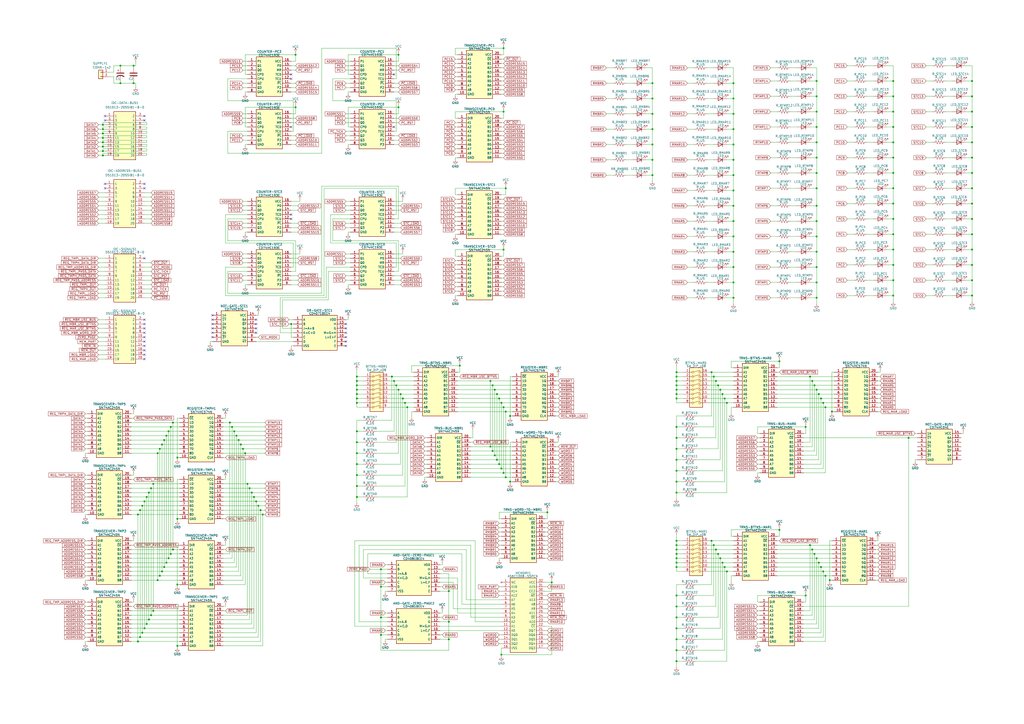
<source format=kicad_sch>
(kicad_sch (version 20231120) (generator "eeschema") (generator_version "8.0")
  (paper "A2")
  (junction (at 563.88 171.45))
  (junction (at 481.33 336.55))
  (junction (at 518.16 127))
  (junction (at 133.35 245.11))
  (junction (at 207.01 262.89))
  (junction (at 563.88 127))
  (junction (at 412.75 313.69))
  (junction (at 473.71 128.27))
  (junction (at 518.16 162.56))
  (junction (at 146.05 285.75))
  (junction (at 220.98 340.36))
  (junction (at 59.69 90.17))
  (junction (at 100.33 245.11))
  (junction (at 425.45 110.49))
  (junction (at 378.46 57.15))
  (junction (at 148.59 290.83))
  (junction (at 260.35 370.84))
  (junction (at 99.06 321.31))
  (junction (at 473.71 119.38))
  (junction (at 518.16 55.88))
  (junction (at 231.14 226.06))
  (junction (at 93.98 331.47))
  (junction (at 425.45 146.05))
  (junction (at 473.71 73.66))
  (junction (at 284.48 259.08))
  (junction (at 207.01 275.59))
  (junction (at 289.56 231.14))
  (junction (at 378.46 74.93))
  (junction (at 414.02 218.44))
  (junction (at 563.88 162.56))
  (junction (at 425.45 137.16))
  (junction (at 392.43 383.54))
  (junction (at 392.43 266.7))
  (junction (at 100.33 318.77))
  (junction (at 82.55 367.03))
  (junction (at 392.43 377.19))
  (junction (at 392.43 364.49))
  (junction (at 518.16 73.66))
  (junction (at 93.98 257.81))
  (junction (at 474.98 228.6))
  (junction (at 290.83 271.78))
  (junction (at 99.06 247.65))
  (junction (at 392.43 260.35))
  (junction (at 563.88 135.89))
  (junction (at 563.88 64.77))
  (junction (at 87.63 283.21))
  (junction (at 80.01 298.45))
  (junction (at 59.69 72.39))
  (junction (at 295.91 241.3))
  (junction (at 478.79 236.22))
  (junction (at 220.98 330.2))
  (junction (at 320.04 337.82))
  (junction (at 207.01 220.98))
  (junction (at 85.09 288.29))
  (junction (at 86.36 359.41))
  (junction (at 207.01 281.94))
  (junction (at 392.43 351.79))
  (junction (at 260.35 342.9))
  (junction (at 69.85 38.1))
  (junction (at 518.16 153.67))
  (junction (at 134.62 247.65))
  (junction (at 207.01 256.54))
  (junction (at 563.88 55.88))
  (junction (at 476.25 328.93))
  (junction (at 473.71 55.88))
  (junction (at 392.43 231.14))
  (junction (at 289.56 269.24))
  (junction (at 77.47 38.1))
  (junction (at 83.82 364.49))
  (junction (at 563.88 100.33))
  (junction (at 473.71 172.72))
  (junction (at 477.52 233.68))
  (junction (at 207.01 223.52))
  (junction (at 91.44 262.89))
  (junction (at 140.97 260.35))
  (junction (at 518.16 109.22))
  (junction (at 477.52 331.47))
  (junction (at 102.87 300.99))
  (junction (at 452.12 209.55))
  (junction (at 392.43 223.52))
  (junction (at 290.83 379.73))
  (junction (at 92.71 260.35))
  (junction (at 421.64 233.68))
  (junction (at 425.45 66.04))
  (junction (at 69.85 48.26))
  (junction (at 207.01 288.29))
  (junction (at 473.71 109.22))
  (junction (at 563.88 118.11))
  (junction (at 378.46 66.04))
  (junction (at 392.43 328.93))
  (junction (at 152.4 298.45))
  (junction (at 137.16 252.73))
  (junction (at 563.88 82.55))
  (junction (at 518.16 46.99))
  (junction (at 149.86 293.37))
  (junction (at 292.1 236.22))
  (junction (at 260.35 360.68))
  (junction (at 473.71 163.83))
  (junction (at 102.87 265.43))
  (junction (at 425.45 128.27))
  (junction (at 292.1 274.32))
  (junction (at 231.14 31.75))
  (junction (at 85.09 361.95))
  (junction (at 563.88 109.22))
  (junction (at 392.43 313.69))
  (junction (at 392.43 370.84))
  (junction (at 425.45 101.6))
  (junction (at 392.43 321.31))
  (junction (at 142.24 262.89))
  (junction (at 59.69 82.55))
  (junction (at 59.69 74.93))
  (junction (at 473.71 82.55))
  (junction (at 420.37 231.14))
  (junction (at 236.22 236.22))
  (junction (at 229.87 223.52))
  (junction (at 285.75 261.62))
  (junction (at 266.7 212.09))
  (junction (at 96.52 252.73))
  (junction (at 473.71 64.77))
  (junction (at 425.45 57.15))
  (junction (at 378.46 92.71))
  (junction (at 473.71 46.99))
  (junction (at 207.01 231.14))
  (junction (at 412.75 215.9))
  (junction (at 102.87 339.09))
  (junction (at 293.37 109.22))
  (junction (at 392.43 326.39))
  (junction (at 144.78 283.21))
  (junction (at 232.41 228.6))
  (junction (at 378.46 83.82))
  (junction (at 482.6 238.76))
  (junction (at 415.29 318.77))
  (junction (at 392.43 358.14))
  (junction (at 290.83 233.68))
  (junction (at 59.69 77.47))
  (junction (at 419.1 326.39))
  (junction (at 425.45 92.71))
  (junction (at 425.45 48.26))
  (junction (at 392.43 254))
  (junction (at 563.88 73.66))
  (junction (at 518.16 82.55))
  (junction (at 288.29 228.6))
  (junction (at 228.6 220.98))
  (junction (at 518.16 144.78))
  (junction (at 518.16 171.45))
  (junction (at 168.91 187.96))
  (junction (at 425.45 172.72))
  (junction (at 171.45 31.75))
  (junction (at 425.45 74.93))
  (junction (at 472.44 223.52))
  (junction (at 473.71 154.94))
  (junction (at 284.48 220.98))
  (junction (at 392.43 345.44))
  (junction (at 207.01 269.24))
  (junction (at 292.1 27.94))
  (junction (at 469.9 218.44))
  (junction (at 88.9 354.33))
  (junction (at 527.05 254))
  (junction (at 207.01 233.68))
  (junction (at 416.56 223.52))
  (junction (at 476.25 231.14))
  (junction (at 467.36 345.44))
  (junction (at 563.88 46.99))
  (junction (at 295.91 279.4))
  (junction (at 471.17 220.98))
  (junction (at 518.16 91.44))
  (junction (at 87.63 356.87))
  (junction (at 83.82 290.83))
  (junction (at 419.1 228.6))
  (junction (at 473.71 323.85))
  (junction (at 425.45 163.83))
  (junction (at 425.45 119.38))
  (junction (at 317.5 297.18))
  (junction (at 88.9 280.67))
  (junction (at 378.46 101.6))
  (junction (at 81.28 369.57))
  (junction (at 392.43 226.06))
  (junction (at 97.79 250.19))
  (junction (at 472.44 321.31))
  (junction (at 227.33 218.44))
  (junction (at 473.71 100.33))
  (junction (at 473.71 146.05))
  (junction (at 392.43 279.4))
  (junction (at 414.02 316.23))
  (junction (at 392.43 316.23))
  (junction (at 139.7 257.81))
  (junction (at 80.01 372.11))
  (junction (at 86.36 285.75))
  (junction (at 171.45 62.23))
  (junction (at 95.25 255.27))
  (junction (at 563.88 144.78))
  (junction (at 417.83 323.85))
  (junction (at 392.43 220.98))
  (junction (at 143.51 280.67))
  (junction (at 518.16 118.11))
  (junction (at 220.98 358.14))
  (junction (at 292.1 144.78))
  (junction (at 518.16 100.33))
  (junction (at 478.79 334.01))
  (junction (at 231.14 62.23))
  (junction (at 473.71 137.16))
  (junction (at 92.71 334.01))
  (junction (at 452.12 307.34))
  (junction (at 392.43 228.6))
  (junction (at 469.9 316.23))
  (junction (at 59.69 80.01))
  (junction (at 59.69 87.63))
  (junction (at 233.68 231.14))
  (junction (at 135.89 250.19))
  (junction (at 416.56 321.31))
  (junction (at 147.32 288.29))
  (junction (at 287.02 226.06))
  (junction (at 292.1 64.77))
  (junction (at 417.83 226.06))
  (junction (at 97.79 323.85))
  (junction (at 473.71 226.06))
  (junction (at 421.64 331.47))
  (junction (at 420.37 328.93))
  (junction (at 378.46 48.26))
  (junction (at 392.43 218.44))
  (junction (at 471.17 318.77))
  (junction (at 474.98 326.39))
  (junction (at 207.01 250.19))
  (junction (at 288.29 266.7))
  (junction (at 293.37 238.76))
  (junction (at 207.01 226.06))
  (junction (at 392.43 318.77))
  (junction (at 81.28 295.91))
  (junction (at 518.16 135.89))
  (junction (at 96.52 326.39))
  (junction (at 467.36 247.65))
  (junction (at 287.02 264.16))
  (junction (at 563.88 91.44))
  (junction (at 91.44 336.55))
  (junction (at 563.88 153.67))
  (junction (at 207.01 218.44))
  (junction (at 207.01 228.6))
  (junction (at 293.37 276.86))
  (junction (at 82.55 293.37))
  (junction (at 95.25 328.93))
  (junction (at 425.45 154.94))
  (junction (at 392.43 215.9))
  (junction (at 220.98 368.3))
  (junction (at 285.75 223.52))
  (junction (at 392.43 285.75))
  (junction (at 59.69 85.09))
  (junction (at 102.87 374.65))
  (junction (at 151.13 295.91))
  (junction (at 392.43 273.05))
  (junction (at 392.43 247.65))
  (junction (at 234.95 233.68))
  (junction (at 392.43 323.85))
  (junction (at 77.47 48.26))
  (junction (at 138.43 255.27))
  (junction (at 415.29 220.98))
  (junction (at 473.71 91.44))
  (junction (at 425.45 83.82))
  (junction (at 518.16 64.77))
  (no_connect (at 83.82 185.42))
  (no_connect (at 60.96 67.31))
  (no_connect (at 83.82 190.5))
  (no_connect (at 83.82 205.74))
  (no_connect (at 200.66 198.12))
  (no_connect (at 60.96 109.22))
  (no_connect (at 200.66 187.96))
  (no_connect (at 83.82 149.86))
  (no_connect (at 83.82 193.04))
  (no_connect (at 83.82 203.2))
  (no_connect (at 83.82 195.58))
  (no_connect (at 168.91 45.72))
  (no_connect (at 83.82 109.22))
  (no_connect (at 168.91 124.46))
  (no_connect (at 200.66 190.5))
  (no_connect (at 83.82 69.85))
  (no_connect (at 60.96 69.85))
  (no_connect (at 228.6 43.18))
  (no_connect (at 123.19 185.42))
  (no_connect (at 83.82 200.66))
  (no_connect (at 83.82 187.96))
  (no_connect (at 83.82 67.31))
  (no_connect (at 228.6 73.66))
  (no_connect (at 148.59 193.04))
  (no_connect (at 83.82 208.28))
  (no_connect (at 148.59 190.5))
  (no_connect (at 123.19 190.5))
  (no_connect (at 200.66 200.66))
  (no_connect (at 123.19 187.96))
  (no_connect (at 168.91 73.66))
  (no_connect (at 168.91 127))
  (no_connect (at 83.82 198.12))
  (no_connect (at 123.19 193.04))
  (no_connect (at 200.66 195.58))
  (no_connect (at 200.66 193.04))
  (no_connect (at 168.91 43.18))
  (no_connect (at 83.82 106.68))
  (no_connect (at 123.19 182.88))
  (no_connect (at 148.59 185.42))
  (no_connect (at 123.19 195.58))
  (no_connect (at 60.96 106.68))
  (no_connect (at 148.59 187.96))
  (wire (pts (xy 424.18 236.22) (xy 424.18 240.03)))
  (wire (pts (xy 450.85 236.22) (xy 478.79 236.22)))
  (wire (pts (xy 473.71 82.55) (xy 469.9 82.55)))
  (wire (pts (xy 508 331.47) (xy 509.27 331.47)))
  (wire (pts (xy 57.15 208.28) (xy 60.96 208.28)))
  (wire (pts (xy 421.64 137.16) (xy 425.45 137.16)))
  (wire (pts (xy 228.6 78.74) (xy 231.14 78.74)))
  (wire (pts (xy 415.29 318.77) (xy 415.29 351.79)))
  (wire (pts (xy 99.06 321.31) (xy 104.14 321.31)))
  (wire (pts (xy 76.2 361.95) (xy 85.09 361.95)))
  (wire (pts (xy 290.83 39.37) (xy 292.1 39.37)))
  (wire (pts (xy 76.2 334.01) (xy 92.71 334.01)))
  (wire (pts (xy 57.15 198.12) (xy 60.96 198.12)))
  (wire (pts (xy 76.2 288.29) (xy 85.09 288.29)))
  (wire (pts (xy 518.16 144.78) (xy 518.16 153.67)))
  (wire (pts (xy 171.45 139.7) (xy 171.45 157.48)))
  (wire (pts (xy 207.01 275.59) (xy 207.01 269.24)))
  (wire (pts (xy 417.83 266.7) (xy 403.86 266.7)))
  (wire (pts (xy 140.97 160.02) (xy 143.51 160.02)))
  (wire (pts (xy 228.6 76.2) (xy 229.87 76.2)))
  (wire (pts (xy 392.43 383.54) (xy 392.43 387.35)))
  (wire (pts (xy 514.35 153.67) (xy 518.16 153.67)))
  (wire (pts (xy 290.83 379.73) (xy 290.83 375.92)))
  (wire (pts (xy 191.77 140.97) (xy 191.77 124.46)))
  (wire (pts (xy 49.53 242.57) (xy 50.8 242.57)))
  (wire (pts (xy 168.91 147.32) (xy 173.99 147.32)))
  (wire (pts (xy 96.52 252.73) (xy 96.52 326.39)))
  (wire (pts (xy 97.79 323.85) (xy 104.14 323.85)))
  (wire (pts (xy 129.54 300.99) (xy 130.81 300.99)))
  (wire (pts (xy 563.88 118.11) (xy 563.88 127)))
  (wire (pts (xy 289.56 231.14) (xy 297.18 231.14)))
  (wire (pts (xy 49.53 351.79) (xy 50.8 351.79)))
  (wire (pts (xy 265.43 220.98) (xy 284.48 220.98)))
  (wire (pts (xy 392.43 247.65) (xy 392.43 254)))
  (wire (pts (xy 537.21 82.55) (xy 541.02 82.55)))
  (wire (pts (xy 518.16 91.44) (xy 518.16 82.55)))
  (wire (pts (xy 288.29 228.6) (xy 288.29 266.7)))
  (wire (pts (xy 57.15 116.84) (xy 60.96 116.84)))
  (wire (pts (xy 129.54 328.93) (xy 137.16 328.93)))
  (wire (pts (xy 398.78 146.05) (xy 402.59 146.05)))
  (wire (pts (xy 138.43 255.27) (xy 138.43 331.47)))
  (wire (pts (xy 76.2 255.27) (xy 95.25 255.27)))
  (wire (pts (xy 450.85 323.85) (xy 473.71 323.85)))
  (wire (pts (xy 102.87 265.43) (xy 102.87 242.57)))
  (wire (pts (xy 76.2 367.03) (xy 82.55 367.03)))
  (wire (pts (xy 132.08 170.18) (xy 186.69 170.18)))
  (wire (pts (xy 201.93 62.23) (xy 231.14 62.23)))
  (wire (pts (xy 57.15 185.42) (xy 60.96 185.42)))
  (wire (pts (xy 537.21 55.88) (xy 541.02 55.88)))
  (wire (pts (xy 411.48 328.93) (xy 420.37 328.93)))
  (wire (pts (xy 284.48 259.08) (xy 297.18 259.08)))
  (wire (pts (xy 458.47 55.88) (xy 462.28 55.88)))
  (wire (pts (xy 316.23 375.92) (xy 317.5 375.92)))
  (wire (pts (xy 57.15 160.02) (xy 60.96 160.02)))
  (wire (pts (xy 140.97 147.32) (xy 143.51 147.32)))
  (wire (pts (xy 226.06 236.22) (xy 236.22 236.22)))
  (wire (pts (xy 224.79 370.84) (xy 223.52 370.84)))
  (wire (pts (xy 466.09 356.87) (xy 471.17 356.87)))
  (wire (pts (xy 537.21 91.44) (xy 541.02 91.44)))
  (wire (pts (xy 171.45 30.48) (xy 171.45 31.75)))
  (wire (pts (xy 537.21 135.89) (xy 541.02 135.89)))
  (wire (pts (xy 57.15 187.96) (xy 60.96 187.96)))
  (wire (pts (xy 502.92 144.78) (xy 506.73 144.78)))
  (wire (pts (xy 403.86 260.35) (xy 416.56 260.35)))
  (wire (pts (xy 49.53 349.25) (xy 50.8 349.25)))
  (wire (pts (xy 207.01 214.63) (xy 207.01 218.44)))
  (wire (pts (xy 317.5 300.99) (xy 317.5 297.18)))
  (wire (pts (xy 140.97 129.54) (xy 143.51 129.54)))
  (wire (pts (xy 439.42 361.95) (xy 440.69 361.95)))
  (wire (pts (xy 99.06 247.65) (xy 104.14 247.65)))
  (wire (pts (xy 200.66 121.92) (xy 203.2 121.92)))
  (wire (pts (xy 378.46 39.37) (xy 378.46 48.26)))
  (wire (pts (xy 322.58 233.68) (xy 323.85 233.68)))
  (wire (pts (xy 138.43 255.27) (xy 153.67 255.27)))
  (wire (pts (xy 447.04 137.16) (xy 450.85 137.16)))
  (wire (pts (xy 290.83 271.78) (xy 297.18 271.78)))
  (wire (pts (xy 392.43 223.52) (xy 392.43 220.98)))
  (wire (pts (xy 425.45 137.16) (xy 425.45 128.27)))
  (wire (pts (xy 411.48 313.69) (xy 412.75 313.69)))
  (wire (pts (xy 207.01 231.14) (xy 210.82 231.14)))
  (wire (pts (xy 290.83 83.82) (xy 292.1 83.82)))
  (wire (pts (xy 458.47 39.37) (xy 462.28 39.37)))
  (wire (pts (xy 201.93 134.62) (xy 201.93 135.89)))
  (wire (pts (xy 450.85 316.23) (xy 469.9 316.23)))
  (wire (pts (xy 102.87 374.65) (xy 102.87 375.92)))
  (wire (pts (xy 322.58 276.86) (xy 323.85 276.86)))
  (wire (pts (xy 77.47 38.1) (xy 78.74 38.1)))
  (wire (pts (xy 412.75 339.09) (xy 403.86 339.09)))
  (wire (pts (xy 351.79 101.6) (xy 355.6 101.6)))
  (wire (pts (xy 466.09 264.16) (xy 473.71 264.16)))
  (wire (pts (xy 201.93 73.66) (xy 201.93 62.23)))
  (wire (pts (xy 466.09 256.54) (xy 469.9 256.54)))
  (wire (pts (xy 289.56 368.3) (xy 290.83 368.3)))
  (wire (pts (xy 76.2 356.87) (xy 87.63 356.87)))
  (wire (pts (xy 316.23 345.44) (xy 317.5 345.44)))
  (wire (pts (xy 472.44 359.41) (xy 472.44 321.31)))
  (wire (pts (xy 363.22 83.82) (xy 367.03 83.82)))
  (wire (pts (xy 265.43 236.22) (xy 292.1 236.22)))
  (wire (pts (xy 392.43 351.79) (xy 396.24 351.79)))
  (wire (pts (xy 563.88 100.33) (xy 563.88 91.44)))
  (wire (pts (xy 229.87 124.46) (xy 229.87 109.22)))
  (wire (pts (xy 143.51 53.34) (xy 142.24 53.34)))
  (wire (pts (xy 392.43 260.35) (xy 392.43 254)))
  (wire (pts (xy 563.88 109.22) (xy 560.07 109.22)))
  (wire (pts (xy 162.56 172.72) (xy 162.56 193.04)))
  (wire (pts (xy 76.2 331.47) (xy 93.98 331.47)))
  (wire (pts (xy 351.79 39.37) (xy 355.6 39.37)))
  (wire (pts (xy 236.22 236.22) (xy 240.03 236.22)))
  (wire (pts (xy 411.48 323.85) (xy 417.83 323.85)))
  (wire (pts (xy 560.07 171.45) (xy 563.88 171.45)))
  (wire (pts (xy 471.17 318.77) (xy 482.6 318.77)))
  (wire (pts (xy 440.69 372.11) (xy 439.42 372.11)))
  (wire (pts (xy 290.83 233.68) (xy 297.18 233.68)))
  (wire (pts (xy 193.04 127) (xy 193.04 139.7)))
  (wire (pts (xy 469.9 154.94) (xy 473.71 154.94)))
  (wire (pts (xy 228.6 50.8) (xy 231.14 50.8)))
  (wire (pts (xy 95.25 255.27) (xy 104.14 255.27)))
  (wire (pts (xy 288.29 228.6) (xy 297.18 228.6)))
  (wire (pts (xy 374.65 66.04) (xy 378.46 66.04)))
  (wire (pts (xy 502.92 118.11) (xy 506.73 118.11)))
  (wire (pts (xy 290.83 76.2) (xy 292.1 76.2)))
  (wire (pts (xy 59.69 73.66) (xy 85.09 73.66)))
  (wire (pts (xy 191.77 124.46) (xy 203.2 124.46)))
  (wire (pts (xy 316.23 368.3) (xy 317.5 368.3)))
  (wire (pts (xy 290.83 52.07) (xy 292.1 52.07)))
  (wire (pts (xy 491.49 46.99) (xy 495.3 46.99)))
  (wire (pts (xy 410.21 163.83) (xy 414.02 163.83)))
  (wire (pts (xy 474.98 364.49) (xy 474.98 326.39)))
  (wire (pts (xy 264.16 153.67) (xy 265.43 153.67)))
  (wire (pts (xy 316.23 373.38) (xy 317.5 373.38)))
  (wire (pts (xy 320.04 342.9) (xy 320.04 337.82)))
  (wire (pts (xy 207.01 223.52) (xy 207.01 220.98)))
  (wire (pts (xy 411.48 228.6) (xy 419.1 228.6)))
  (wire (pts (xy 476.25 231.14) (xy 483.87 231.14)))
  (wire (pts (xy 168.91 119.38) (xy 172.72 119.38)))
  (wire (pts (xy 410.21 146.05) (xy 414.02 146.05)))
  (wire (pts (xy 265.43 223.52) (xy 285.75 223.52)))
  (wire (pts (xy 322.58 279.4) (xy 323.85 279.4)))
  (wire (pts (xy 49.53 331.47) (xy 50.8 331.47)))
  (wire (pts (xy 514.35 171.45) (xy 518.16 171.45)))
  (wire (pts (xy 425.45 146.05) (xy 425.45 137.16)))
  (wire (pts (xy 363.22 39.37) (xy 367.03 39.37)))
  (wire (pts (xy 49.53 369.57) (xy 50.8 369.57)))
  (wire (pts (xy 502.92 46.99) (xy 506.73 46.99)))
  (wire (pts (xy 411.48 318.77) (xy 415.29 318.77)))
  (wire (pts (xy 415.29 254) (xy 403.86 254)))
  (wire (pts (xy 228.6 83.82) (xy 231.14 83.82)))
  (wire (pts (xy 425.45 74.93) (xy 421.64 74.93)))
  (wire (pts (xy 77.47 238.76) (xy 77.47 240.03)))
  (wire (pts (xy 398.78 172.72) (xy 402.59 172.72)))
  (wire (pts (xy 473.71 39.37) (xy 469.9 39.37)))
  (wire (pts (xy 83.82 290.83) (xy 83.82 364.49)))
  (wire (pts (xy 491.49 153.67) (xy 495.3 153.67)))
  (wire (pts (xy 439.42 364.49) (xy 440.69 364.49)))
  (wire (pts (xy 290.83 120.65) (xy 292.1 120.65)))
  (wire (pts (xy 83.82 162.56) (xy 87.63 162.56)))
  (wire (pts (xy 57.15 152.4) (xy 60.96 152.4)))
  (wire (pts (xy 447.04 39.37) (xy 450.85 39.37)))
  (wire (pts (xy 262.89 337.82) (xy 255.27 337.82)))
  (wire (pts (xy 414.02 316.23) (xy 425.45 316.23)))
  (wire (pts (xy 228.6 152.4) (xy 232.41 152.4)))
  (wire (pts (xy 290.83 44.45) (xy 292.1 44.45)))
  (wire (pts (xy 87.63 356.87) (xy 104.14 356.87)))
  (wire (pts (xy 83.82 290.83) (xy 104.14 290.83)))
  (wire (pts (xy 57.15 193.04) (xy 60.96 193.04)))
  (wire (pts (xy 231.14 127) (xy 228.6 127)))
  (wire (pts (xy 59.69 87.63) (xy 60.96 87.63)))
  (wire (pts (xy 563.88 73.66) (xy 560.07 73.66)))
  (wire (pts (xy 231.14 107.95) (xy 231.14 127)))
  (wire (pts (xy 421.64 172.72) (xy 425.45 172.72)))
  (wire (pts (xy 57.15 157.48) (xy 60.96 157.48)))
  (wire (pts (xy 290.83 161.29) (xy 292.1 161.29)))
  (wire (pts (xy 392.43 279.4) (xy 392.43 285.75)))
  (wire (pts (xy 450.85 328.93) (xy 476.25 328.93)))
  (wire (pts (xy 491.49 118.11) (xy 495.3 118.11)))
  (wire (pts (xy 410.21 137.16) (xy 414.02 137.16)))
  (wire (pts (xy 452.12 306.07) (xy 452.12 307.34)))
  (wire (pts (xy 289.56 316.23) (xy 290.83 316.23)))
  (wire (pts (xy 264.16 46.99) (xy 265.43 46.99)))
  (wire (pts (xy 246.38 259.08) (xy 247.65 259.08)))
  (wire (pts (xy 234.95 233.68) (xy 240.03 233.68)))
  (wire (pts (xy 260.35 360.68) (xy 260.35 370.84)))
  (wire (pts (xy 264.16 52.07) (xy 265.43 52.07)))
  (wire (pts (xy 143.51 83.82) (xy 142.24 83.82)))
  (wire (pts (xy 290.83 163.83) (xy 292.1 163.83)))
  (wire (pts (xy 91.44 262.89) (xy 91.44 336.55)))
  (wire (pts (xy 411.48 226.06) (xy 417.83 226.06)))
  (wire (pts (xy 290.83 49.53) (xy 292.1 49.53)))
  (wire (pts (xy 200.66 132.08) (xy 203.2 132.08)))
  (wire (pts (xy 49.53 328.93) (xy 50.8 328.93)))
  (wire (pts (xy 322.58 236.22) (xy 323.85 236.22)))
  (wire (pts (xy 473.71 323.85) (xy 482.6 323.85)))
  (wire (pts (xy 228.6 116.84) (xy 233.68 116.84)))
  (wire (pts (xy 425.45 128.27) (xy 425.45 119.38)))
  (wire (pts (xy 509.27 218.44) (xy 510.54 218.44)))
  (wire (pts (xy 83.82 74.93) (xy 85.09 74.93)))
  (wire (pts (xy 452.12 213.36) (xy 450.85 213.36)))
  (wire (pts (xy 267.97 321.31) (xy 213.36 321.31)))
  (wire (pts (xy 264.16 125.73) (xy 265.43 125.73)))
  (wire (pts (xy 290.83 78.74) (xy 292.1 78.74)))
  (wire (pts (xy 49.53 245.11) (xy 50.8 245.11)))
  (wire (pts (xy 290.83 128.27) (xy 292.1 128.27)))
  (wire (pts (xy 57.15 129.54) (xy 60.96 129.54)))
  (wire (pts (xy 447.04 163.83) (xy 450.85 163.83)))
  (wire (pts (xy 289.56 370.84) (xy 290.83 370.84)))
  (wire (pts (xy 392.43 358.14) (xy 392.43 351.79)))
  (wire (pts (xy 129.54 323.85) (xy 134.62 323.85)))
  (wire (pts (xy 200.66 129.54) (xy 203.2 129.54)))
  (wire (pts (xy 264.16 115.57) (xy 265.43 115.57)))
  (wire (pts (xy 140.97 149.86) (xy 143.51 149.86)))
  (wire (pts (xy 83.82 85.09) (xy 85.09 85.09)))
  (wire (pts (xy 76.2 316.23) (xy 77.47 316.23)))
  (wire (pts (xy 275.59 360.68) (xy 290.83 360.68)))
  (wire (pts (xy 491.49 38.1) (xy 495.3 38.1)))
  (wire (pts (xy 83.82 165.1) (xy 87.63 165.1)))
  (wire (pts (xy 273.05 358.14) (xy 290.83 358.14)))
  (wire (pts (xy 322.58 274.32) (xy 323.85 274.32)))
  (wire (pts (xy 502.92 73.66) (xy 506.73 73.66)))
  (wire (pts (xy 396.24 241.3) (xy 392.43 241.3)))
  (wire (pts (xy 102.87 374.65) (xy 102.87 351.79)))
  (wire (pts (xy 264.16 144.78) (xy 292.1 144.78)))
  (wire (pts (xy 425.45 236.22) (xy 424.18 236.22)))
  (wire (pts (xy 85.09 361.95) (xy 104.14 361.95)))
  (wire (pts (xy 289.56 345.44) (xy 290.83 345.44)))
  (wire (pts (xy 363.22 48.26) (xy 367.03 48.26)))
  (wire (pts (xy 203.2 134.62) (xy 201.93 134.62)))
  (wire (pts (xy 228.6 149.86) (xy 232.41 149.86)))
  (wire (pts (xy 548.64 82.55) (xy 552.45 82.55)))
  (wire (pts (xy 83.82 129.54) (xy 87.63 129.54)))
  (wire (pts (xy 270.51 347.98) (xy 270.51 318.77)))
  (wire (pts (xy 502.92 171.45) (xy 506.73 171.45)))
  (wire (pts (xy 439.42 259.08) (xy 440.69 259.08)))
  (wire (pts (xy 473.71 137.16) (xy 469.9 137.16)))
  (wire (pts (xy 502.92 153.67) (xy 506.73 153.67)))
  (wire (pts (xy 143.51 154.94) (xy 130.81 154.94)))
  (wire (pts (xy 240.03 238.76) (xy 238.76 238.76)))
  (wire (pts (xy 316.23 316.23) (xy 317.5 316.23)))
  (wire (pts (xy 129.54 298.45) (xy 152.4 298.45)))
  (wire (pts (xy 140.97 152.4) (xy 143.51 152.4)))
  (wire (pts (xy 190.5 157.48) (xy 203.2 157.48)))
  (wire (pts (xy 129.54 262.89) (xy 142.24 262.89)))
  (wire (pts (xy 425.45 119.38) (xy 421.64 119.38)))
  (wire (pts (xy 548.64 153.67) (xy 552.45 153.67)))
  (wire (pts (xy 246.38 266.7) (xy 247.65 266.7)))
  (wire (pts (xy 232.41 269.24) (xy 218.44 269.24)))
  (wire (pts (xy 228.6 81.28) (xy 231.14 81.28)))
  (wire (pts (xy 92.71 260.35) (xy 104.14 260.35)))
  (wire (pts (xy 168.91 132.08) (xy 172.72 132.08)))
  (wire (pts (xy 49.53 367.03) (xy 50.8 367.03)))
  (wire (pts (xy 59.69 86.36) (xy 85.09 86.36)))
  (wire (pts (xy 396.24 358.14) (xy 392.43 358.14)))
  (wire (pts (xy 439.42 372.11) (xy 439.42 373.38)))
  (wire (pts (xy 264.16 120.65) (xy 265.43 120.65)))
  (wire (pts (xy 425.45 92.71) (xy 425.45 101.6)))
  (wire (pts (xy 59.69 82.55) (xy 60.96 82.55)))
  (wire (pts (xy 392.43 364.49) (xy 392.43 358.14)))
  (wire (pts (xy 491.49 162.56) (xy 495.3 162.56)))
  (wire (pts (xy 234.95 233.68) (xy 234.95 281.94)))
  (wire (pts (xy 396.24 316.23) (xy 392.43 316.23)))
  (wire (pts (xy 168.91 116.84) (xy 173.99 116.84)))
  (wire (pts (xy 83.82 152.4) (xy 87.63 152.4)))
  (wire (pts (xy 129.54 374.65) (xy 152.4 374.65)))
  (wire (pts (xy 473.71 128.27) (xy 469.9 128.27)))
  (wire (pts (xy 190.5 173.99) (xy 190.5 157.48)))
  (wire (pts (xy 518.16 91.44) (xy 514.35 91.44)))
  (wire (pts (xy 563.88 127) (xy 563.88 135.89)))
  (wire (pts (xy 392.43 220.98) (xy 392.43 218.44)))
  (wire (pts (xy 398.78 110.49) (xy 402.59 110.49)))
  (wire (pts (xy 143.51 157.48) (xy 132.08 157.48)))
  (wire (pts (xy 411.48 321.31) (xy 416.56 321.31)))
  (wire (pts (xy 563.88 144.78) (xy 563.88 153.67)))
  (wire (pts (xy 85.09 71.12) (xy 85.09 72.39)))
  (wire (pts (xy 200.66 162.56) (xy 203.2 162.56)))
  (wire (pts (xy 289.56 303.53) (xy 290.83 303.53)))
  (wire (pts (xy 450.85 215.9) (xy 452.12 215.9)))
  (wire (pts (xy 246.38 274.32) (xy 247.65 274.32)))
  (wire (pts (xy 218.44 275.59) (xy 233.68 275.59)))
  (wire (pts (xy 173.99 146.05) (xy 173.99 147.32)))
  (wire (pts (xy 267.97 321.31) (xy 267.97 350.52)))
  (wire (pts (xy 392.43 226.06) (xy 396.24 226.06)))
  (wire (pts (xy 132.08 88.9) (xy 186.69 88.9)))
  (wire (pts (xy 425.45 172.72) (xy 425.45 176.53)))
  (wire (pts (xy 396.24 326.39) (xy 392.43 326.39)))
  (wire (pts (xy 135.89 326.39) (xy 129.54 326.39)))
  (wire (pts (xy 231.14 30.48) (xy 231.14 31.75)))
  (wire (pts (xy 415.29 351.79) (xy 403.86 351.79)))
  (wire (pts (xy 403.86 345.44) (xy 414.02 345.44)))
  (wire (pts (xy 170.18 76.2) (xy 170.18 58.42)))
  (wire (pts (xy 264.16 49.53) (xy 265.43 49.53)))
  (wire (pts (xy 130.81 276.86) (xy 130.81 278.13)))
  (wire (pts (xy 473.71 55.88) (xy 469.9 55.88)))
  (wire (pts (xy 231.14 31.75) (xy 231.14 35.56)))
  (wire (pts (xy 76.2 293.37) (xy 82.55 293.37)))
  (wire (pts (xy 473.71 64.77) (xy 473.71 55.88)))
  (wire (pts (xy 292.1 26.67) (xy 292.1 27.94)))
  (wire (pts (xy 264.16 78.74) (xy 265.43 78.74)))
  (wire (pts (xy 392.43 313.69) (xy 396.24 313.69)))
  (wire (pts (xy 548.64 109.22) (xy 552.45 109.22)))
  (wire (pts (xy 392.43 345.44) (xy 392.43 351.79)))
  (wire (pts (xy 223.52 327.66) (xy 224.79 327.66)))
  (wire (pts (xy 140.97 260.35) (xy 140.97 336.55)))
  (wire (pts (xy 229.87 256.54) (xy 218.44 256.54)))
  (wire (pts (xy 392.43 331.47) (xy 392.43 328.93)))
  (wire (pts (xy 170.18 140.97) (xy 130.81 140.97)))
  (wire (pts (xy 203.2 165.1) (xy 201.93 165.1)))
  (wire (pts (xy 130.81 154.94) (xy 130.81 171.45)))
  (wire (pts (xy 168.91 68.58) (xy 171.45 68.58)))
  (wire (pts (xy 396.24 260.35) (xy 392.43 260.35)))
  (wire (pts (xy 142.24 165.1) (xy 142.24 166.37)))
  (wire (pts (xy 121.92 198.12) (xy 121.92 199.39)))
  (wire (pts (xy 76.2 364.49) (xy 83.82 364.49)))
  (wire (pts (xy 102.87 242.57) (xy 104.14 242.57)))
  (wire (pts (xy 447.04 109.22) (xy 450.85 109.22)))
  (wire (pts (xy 104.14 300.99) (xy 102.87 300.99)))
  (wire (pts (xy 102.87 316.23) (xy 104.14 316.23)))
  (wire (pts (xy 316.23 360.68) (xy 317.5 360.68)))
  (wire (pts (xy 168.91 81.28) (xy 171.45 81.28)))
  (wire (pts (xy 57.15 154.94) (xy 60.96 154.94)))
  (wire (pts (xy 467.36 246.38) (xy 467.36 247.65)))
  (wire (pts (xy 200.66 40.64) (xy 203.2 40.64)))
  (wire (pts (xy 200.66 147.32) (xy 203.2 147.32)))
  (wire (pts (xy 264.16 158.75) (xy 265.43 158.75)))
  (wire (pts (xy 170.18 190.5) (xy 163.83 190.5)))
  (wire (pts (xy 292.1 27.94) (xy 292.1 31.75)))
  (wire (pts (xy 292.1 148.59) (xy 290.83 148.59)))
  (wire (pts (xy 50.8 336.55) (xy 49.53 336.55)))
  (wire (pts (xy 49.53 283.21) (xy 50.8 283.21)))
  (wire (pts (xy 295.91 218.44) (xy 295.91 241.3)))
  (wire (pts (xy 473.71 119.38) (xy 469.9 119.38)))
  (wire (pts (xy 398.78 83.82) (xy 402.59 83.82)))
  (wire (pts (xy 57.15 111.76) (xy 60.96 111.76)))
  (wire (pts (xy 378.46 83.82) (xy 378.46 92.71)))
  (wire (pts (xy 260.35 342.9) (xy 260.35 360.68)))
  (wire (pts (xy 168.91 71.12) (xy 171.45 71.12)))
  (wire (pts (xy 83.82 119.38) (xy 87.63 119.38)))
  (wire (pts (xy 410.21 119.38) (xy 414.02 119.38)))
  (wire (pts (xy 452.12 307.34) (xy 452.12 311.15)))
  (wire (pts (xy 458.47 119.38) (xy 462.28 119.38)))
  (wire (pts (xy 59.69 74.93) (xy 59.69 73.66)))
  (wire (pts (xy 514.35 162.56) (xy 518.16 162.56)))
  (wire (pts (xy 100.33 245.11) (xy 104.14 245.11)))
  (wire (pts (xy 473.71 154.94) (xy 473.71 146.05)))
  (wire (pts (xy 49.53 356.87) (xy 50.8 356.87)))
  (wire (pts (xy 518.16 171.45) (xy 518.16 162.56)))
  (wire (pts (xy 421.64 48.26) (xy 425.45 48.26)))
  (wire (pts (xy 168.91 35.56) (xy 171.45 35.56)))
  (wire (pts (xy 290.83 135.89) (xy 292.1 135.89)))
  (wire (pts (xy 421.64 154.94) (xy 425.45 154.94)))
  (wire (pts (xy 49.53 295.91) (xy 50.8 295.91)))
  (wire (pts (xy 264.16 161.29) (xy 265.43 161.29)))
  (wire (pts (xy 247.65 254) (xy 246.38 254)))
  (wire (pts (xy 458.47 91.44) (xy 462.28 91.44)))
  (wire (pts (xy 49.53 250.19) (xy 50.8 250.19)))
  (wire (pts (xy 207.01 262.89) (xy 207.01 256.54)))
  (wire (pts (xy 264.16 91.44) (xy 264.16 92.71)))
  (wire (pts (xy 477.52 271.78) (xy 477.52 233.68)))
  (wire (pts (xy 560.07 118.11) (xy 563.88 118.11)))
  (wire (pts (xy 417.83 364.49) (xy 403.86 364.49)))
  (wire (pts (xy 132.08 76.2) (xy 132.08 88.9)))
  (wire (pts (xy 85.09 72.39) (xy 83.82 72.39)))
  (wire (pts (xy 130.81 314.96) (xy 130.81 316.23)))
  (wire (pts (xy 232.41 228.6) (xy 240.03 228.6)))
  (wire (pts (xy 100.33 245.11) (xy 100.33 318.77)))
  (wire (pts (xy 59.69 85.09) (xy 60.96 85.09)))
  (wire (pts (xy 142.24 83.82) (xy 142.24 85.09)))
  (wire (pts (xy 518.16 153.67) (xy 518.16 162.56)))
  (wire (pts (xy 144.78 283.21) (xy 153.67 283.21)))
  (wire (pts (xy 167.64 185.42) (xy 170.18 185.42)))
  (wire (pts (xy 398.78 39.37) (xy 402.59 39.37)))
  (wire (pts (xy 229.87 109.22) (xy 187.96 109.22)))
  (wire (pts (xy 563.88 100.33) (xy 563.88 109.22)))
  (wire (pts (xy 491.49 64.77) (xy 495.3 64.77)))
  (wire (pts (xy 207.01 243.84) (xy 207.01 250.19)))
  (wire (pts (xy 273.05 316.23) (xy 273.05 358.14)))
  (wire (pts (xy 142.24 262.89) (xy 142.24 339.09)))
  (wire (pts (xy 450.85 220.98) (xy 471.17 220.98)))
  (wire (pts (xy 265.43 218.44) (xy 266.7 218.44)))
  (wire (pts (xy 322.58 231.14) (xy 323.85 231.14)))
  (wire (pts (xy 139.7 257.81) (xy 153.67 257.81)))
  (wire (pts (xy 410.21 154.94) (xy 414.02 154.94)))
  (wire (pts (xy 473.71 46.99) (xy 469.9 46.99)))
  (wire (pts (xy 201.93 53.34) (xy 201.93 54.61)))
  (wire (pts (xy 76.2 318.77) (xy 100.33 318.77)))
  (wire (pts (xy 78.74 48.26) (xy 78.74 50.8)))
  (wire (pts (xy 392.43 273.05) (xy 392.43 279.4)))
  (wire (pts (xy 132.08 58.42) (xy 132.08 45.72)))
  (wire (pts (xy 537.21 46.99) (xy 541.02 46.99)))
  (wire (pts (xy 129.54 359.41) (xy 144.78 359.41)))
  (wire (pts (xy 548.64 100.33) (xy 552.45 100.33)))
  (wire (pts (xy 140.97 260.35) (xy 153.67 260.35)))
  (wire (pts (xy 138.43 331.47) (xy 129.54 331.47)))
  (wire (pts (xy 264.16 83.82) (xy 265.43 83.82)))
  (wire (pts (xy 142.24 262.89) (xy 153.67 262.89)))
  (wire (pts (xy 168.91 195.58) (xy 168.91 187.96)))
  (wire (pts (xy 469.9 218.44) (xy 483.87 218.44)))
  (wire (pts (xy 425.45 66.04) (xy 425.45 74.93)))
  (wire (pts (xy 229.87 223.52) (xy 240.03 223.52)))
  (wire (pts (xy 129.54 255.27) (xy 138.43 255.27)))
  (wire (pts (xy 76.2 257.81) (xy 93.98 257.81)))
  (wire (pts (xy 458.47 172.72) (xy 462.28 172.72)))
  (wire (pts (xy 466.09 364.49) (xy 474.98 364.49)))
  (wire (pts (xy 420.37 231.14) (xy 420.37 279.4)))
  (wire (pts (xy 416.56 321.31) (xy 425.45 321.31)))
  (wire (pts (xy 514.35 135.89) (xy 518.16 135.89)))
  (wire (pts (xy 57.15 85.09) (xy 59.69 85.09)))
  (wire (pts (xy 102.87 265.43) (xy 102.87 266.7)))
  (wire (pts (xy 50.8 372.11) (xy 49.53 372.11)))
  (wire (pts (xy 509.27 236.22) (xy 510.54 236.22)))
  (wire (pts (xy 392.43 233.68) (xy 392.43 231.14)))
  (wire (pts (xy 168.91 129.54) (xy 172.72 129.54)))
  (wire (pts (xy 226.06 228.6) (xy 232.41 228.6)))
  (wire (pts (xy 410.21 74.93) (xy 414.02 74.93)))
  (wire (pts (xy 392.43 220.98) (xy 396.24 220.98)))
  (wire (pts (xy 76.2 260.35) (xy 92.71 260.35)))
  (wire (pts (xy 220.98 340.36) (xy 220.98 358.14)))
  (wire (pts (xy 129.54 334.01) (xy 139.7 334.01)))
  (wire (pts (xy 548.64 127) (xy 552.45 127)))
  (wire (pts (xy 264.16 88.9) (xy 265.43 88.9)))
  (wire (pts (xy 85.09 288.29) (xy 85.09 361.95)))
  (wire (pts (xy 410.21 83.82) (xy 414.02 83.82)))
  (wire (pts (xy 424.18 334.01) (xy 424.18 337.82)))
  (wire (pts (xy 207.01 231.14) (xy 207.01 228.6)))
  (wire (pts (xy 450.85 331.47) (xy 477.52 331.47)))
  (wire (pts (xy 92.71 260.35) (xy 92.71 334.01)))
  (wire (pts (xy 414.02 218.44) (xy 414.02 247.65)))
  (wire (pts (xy 168.91 40.64) (xy 171.45 40.64)))
  (wire (pts (xy 264.16 68.58) (xy 264.16 64.77)))
  (wire (pts (xy 85.09 86.36) (xy 85.09 87.63)))
  (wire (pts (xy 207.01 275.59) (xy 207.01 281.94)))
  (wire (pts (xy 76.2 247.65) (xy 99.06 247.65)))
  (wire (pts (xy 264.16 64.77) (xy 292.1 64.77)))
  (wire (pts (xy 266.7 210.82) (xy 266.7 212.09)))
  (wire (pts (xy 392.43 231.14) (xy 396.24 231.14)))
  (wire (pts (xy 322.58 264.16) (xy 323.85 264.16)))
  (wire (pts (xy 168.91 200.66) (xy 168.91 201.93)))
  (wire (pts (xy 424.18 307.34) (xy 452.12 307.34)))
  (wire (pts (xy 228.6 154.94) (xy 229.87 154.94)))
  (wire (pts (xy 474.98 326.39) (xy 482.6 326.39)))
  (wire (pts (xy 417.83 323.85) (xy 425.45 323.85)))
  (wire (pts (xy 256.54 326.39) (xy 256.54 327.66)))
  (wire (pts (xy 203.2 154.94) (xy 189.23 154.94)))
  (wire (pts (xy 396.24 233.68) (xy 392.43 233.68)))
  (wire (pts (xy 83.82 157.48) (xy 87.63 157.48)))
  (wire (pts (xy 255.27 332.74) (xy 260.35 332.74)))
  (wire (pts (xy 57.15 200.66) (xy 60.96 200.66)))
  (wire (pts (xy 168.91 154.94) (xy 170.18 154.94)))
  (wire (pts (xy 82.55 293.37) (xy 82.55 367.03)))
  (wire (pts (xy 83.82 77.47) (xy 85.09 77.47)))
  (wire (pts (xy 458.47 163.83) (xy 462.28 163.83)))
  (wire (pts (xy 398.78 119.38) (xy 402.59 119.38)))
  (wire (pts (xy 290.83 133.35) (xy 292.1 133.35)))
  (wire (pts (xy 563.88 64.77) (xy 563.88 55.88)))
  (wire (pts (xy 403.86 247.65) (xy 414.02 247.65)))
  (wire (pts (xy 477.52 331.47) (xy 477.52 369.57)))
  (wire (pts (xy 132.08 157.48) (xy 132.08 170.18)))
  (wire (pts (xy 378.46 57.15) (xy 378.46 48.26)))
  (wire (pts (xy 412.75 215.9) (xy 425.45 215.9)))
  (wire (pts (xy 228.6 124.46) (xy 229.87 124.46)))
  (wire (pts (xy 537.21 100.33) (xy 541.02 100.33)))
  (wire (pts (xy 425.45 92.71) (xy 421.64 92.71)))
  (wire (pts (xy 129.54 364.49) (xy 147.32 364.49)))
  (wire (pts (xy 102.87 351.79) (xy 104.14 351.79)))
  (wire (pts (xy 81.28 295.91) (xy 104.14 295.91)))
  (wire (pts (xy 76.2 298.45) (xy 80.01 298.45)))
  (wire (pts (xy 322.58 259.08) (xy 323.85 259.08)))
  (wire (pts (xy 97.79 250.19) (xy 97.79 323.85)))
  (wire (pts (xy 49.53 316.23) (xy 50.8 316.23)))
  (wire (pts (xy 548.64 64.77) (xy 552.45 64.77)))
  (wire (pts (xy 49.53 372.11) (xy 49.53 373.38)))
  (wire (pts (xy 78.74 35.56) (xy 78.74 38.1)))
  (wire (pts (xy 104.14 265.43) (xy 102.87 265.43)))
  (wire (pts (xy 49.53 252.73) (xy 50.8 252.73)))
  (wire (pts (xy 363.22 92.71) (xy 367.03 92.71)))
  (wire (pts (xy 207.01 233.68) (xy 210.82 233.68)))
  (wire (pts (xy 548.64 91.44) (xy 552.45 91.44)))
  (wire (pts (xy 396.24 266.7) (xy 392.43 266.7)))
  (wire (pts (xy 491.49 135.89) (xy 495.3 135.89)))
  (wire (pts (xy 450.85 228.6) (xy 474.98 228.6)))
  (wire (pts (xy 264.16 166.37) (xy 265.43 166.37)))
  (wire (pts (xy 478.79 236.22) (xy 483.87 236.22)))
  (wire (pts (xy 290.83 41.91) (xy 292.1 41.91)))
  (wire (pts (xy 140.97 35.56) (xy 143.51 35.56)))
  (wire (pts (xy 57.15 172.72) (xy 60.96 172.72)))
  (wire (pts (xy 238.76 215.9) (xy 238.76 212.09)))
  (wire (pts (xy 509.27 312.42) (xy 509.27 313.69)))
  (wire (pts (xy 317.5 295.91) (xy 317.5 297.18)))
  (wire (pts (xy 223.52 342.9) (xy 223.52 344.17)))
  (wire (pts (xy 289.56 342.9) (xy 290.83 342.9)))
  (wire (pts (xy 149.86 293.37) (xy 153.67 293.37)))
  (wire (pts (xy 502.92 38.1) (xy 506.73 38.1)))
  (wire (pts (xy 447.04 172.72) (xy 450.85 172.72)))
  (wire (pts (xy 482.6 313.69) (xy 481.33 313.69)))
  (wire (pts (xy 417.83 226.06) (xy 425.45 226.06)))
  (wire (pts (xy 412.75 241.3) (xy 403.86 241.3)))
  (wire (pts (xy 471.17 220.98) (xy 471.17 259.08)))
  (wire (pts (xy 476.25 328.93) (xy 482.6 328.93)))
  (wire (pts (xy 207.01 223.52) (xy 210.82 223.52)))
  (wire (pts (xy 83.82 90.17) (xy 85.09 90.17)))
  (wire (pts (xy 474.98 228.6) (xy 483.87 228.6)))
  (wire (pts (xy 424.18 311.15) (xy 424.18 307.34)))
  (wire (pts (xy 518.16 118.11) (xy 518.16 127)))
  (wire (pts (xy 168.91 50.8) (xy 171.45 50.8)))
  (wire (pts (xy 146.05 285.75) (xy 146.05 361.95)))
  (wire (pts (xy 290.83 88.9) (xy 292.1 88.9)))
  (wire (pts (xy 200.66 66.04) (xy 203.2 66.04)))
  (wire (pts (xy 200.66 50.8) (xy 203.2 50.8)))
  (wire (pts (xy 473.71 109.22) (xy 469.9 109.22)))
  (wire (pts (xy 458.47 64.77) (xy 462.28 64.77)))
  (wire (pts (xy 289.56 323.85) (xy 289.56 325.12)))
  (wire (pts (xy 137.16 328.93) (xy 137.16 252.73)))
  (wire (pts (xy 421.64 83.82) (xy 425.45 83.82)))
  (wire (pts (xy 88.9 280.67) (xy 104.14 280.67)))
  (wire (pts (xy 467.36 344.17) (xy 467.36 345.44)))
  (wire (pts (xy 398.78 101.6) (xy 402.59 101.6)))
  (wire (pts (xy 76.2 240.03) (xy 77.47 240.03)))
  (wire (pts (xy 151.13 295.91) (xy 153.67 295.91)))
  (wire (pts (xy 226.06 233.68) (xy 234.95 233.68)))
  (wire (pts (xy 187.96 109.22) (xy 187.96 171.45)))
  (wire (pts (xy 398.78 57.15) (xy 402.59 57.15)))
  (wire (pts (xy 207.01 288.29) (xy 207.01 292.1)))
  (wire (pts (xy 322.58 256.54) (xy 323.85 256.54)))
  (wire (pts (xy 363.22 101.6) (xy 367.03 101.6)))
  (wire (pts (xy 152.4 298.45) (xy 153.67 298.45)))
  (wire (pts (xy 509.27 220.98) (xy 510.54 220.98)))
  (wire (pts (xy 143.51 280.67) (xy 153.67 280.67)))
  (wire (pts (xy 392.43 228.6) (xy 396.24 228.6)))
  (wire (pts (xy 322.58 226.06) (xy 323.85 226.06)))
  (wire (pts (xy 76.2 328.93) (xy 95.25 328.93)))
  (wire (pts (xy 149.86 369.57) (xy 149.86 293.37)))
  (wire (pts (xy 450.85 226.06) (xy 473.71 226.06)))
  (wire (pts (xy 88.9 280.67) (xy 88.9 354.33)))
  (wire (pts (xy 518.16 135.89) (xy 518.16 144.78)))
  (wire (pts (xy 264.16 71.12) (xy 265.43 71.12)))
  (wire (pts (xy 57.15 203.2) (xy 60.96 203.2)))
  (wire (pts (xy 213.36 332.74) (xy 224.79 332.74)))
  (wire (pts (xy 290.83 156.21) (xy 292.1 156.21)))
  (wire (pts (xy 421.64 57.15) (xy 425.45 57.15)))
  (wire (pts (xy 265.43 228.6) (xy 288.29 228.6)))
  (wire (pts (xy 63.5 41.91) (xy 66.04 41.91)))
  (wire (pts (xy 76.2 313.69) (xy 77.47 313.69)))
  (wire (pts (xy 220.98 368.3) (xy 220.98 377.19)))
  (wire (pts (xy 148.59 290.83) (xy 153.67 290.83)))
  (wire (pts (xy 518.16 171.45) (xy 518.16 175.26)))
  (wire (pts (xy 473.71 137.16) (xy 473.71 128.27)))
  (wire (pts (xy 537.21 162.56) (xy 541.02 162.56)))
  (wire (pts (xy 49.53 280.67) (xy 50.8 280.67)))
  (wire (pts (xy 415.29 318.77) (xy 425.45 318.77)))
  (wire (pts (xy 289.56 313.69) (xy 290.83 313.69)))
  (wire (pts (xy 226.06 231.14) (xy 233.68 231.14)))
  (wire (pts (xy 82.55 367.03) (xy 104.14 367.03)))
  (wire (pts (xy 563.88 38.1) (xy 560.07 38.1)))
  (wire (pts (xy 518.16 73.66) (xy 518.16 64.77)))
  (wire (pts (xy 129.54 250.19) (xy 135.89 250.19)))
  (wire (pts (xy 447.04 154.94) (xy 450.85 154.94)))
  (wire (pts (xy 264.16 86.36) (xy 265.43 86.36)))
  (wire (pts (xy 502.92 55.88) (xy 506.73 55.88)))
  (wire (pts (xy 410.21 57.15) (xy 414.02 57.15)))
  (wire (pts (xy 148.59 198.12) (xy 170.18 198.12)))
  (wire (pts (xy 148.59 290.83) (xy 148.59 367.03)))
  (wire (pts (xy 439.42 247.65) (xy 467.36 247.65)))
  (wire (pts (xy 210.82 236.22) (xy 207.01 236.22)))
  (wire (pts (xy 518.16 100.33) (xy 518.16 109.22)))
  (wire (pts (xy 447.04 55.88) (xy 450.85 55.88)))
  (wire (pts (xy 518.16 109.22) (xy 518.16 118.11)))
  (wire (pts (xy 421.64 331.47) (xy 421.64 383.54)))
  (wire (pts (xy 247.65 276.86) (xy 246.38 276.86)))
  (wire (pts (xy 265.43 148.59) (xy 264.16 148.59)))
  (wire (pts (xy 424.18 213.36) (xy 424.18 209.55)))
  (wire (pts (xy 163.83 190.5) (xy 163.83 173.99)))
  (wire (pts (xy 290.83 130.81) (xy 292.1 130.81)))
  (wire (pts (xy 469.9 316.23) (xy 482.6 316.23)))
  (wire (pts (xy 69.85 38.1) (xy 69.85 39.37)))
  (wire (pts (xy 560.07 127) (xy 563.88 127)))
  (wire (pts (xy 231.14 62.23) (xy 231.14 66.04)))
  (wire (pts (xy 76.2 372.11) (xy 80.01 372.11)))
  (wire (pts (xy 421.64 66.04) (xy 425.45 66.04)))
  (wire (pts (xy 168.91 78.74) (xy 171.45 78.74)))
  (wire (pts (xy 351.79 83.82) (xy 355.6 83.82)))
  (wire (pts (xy 135.89 250.19) (xy 153.67 250.19)))
  (wire (pts (xy 148.59 182.88) (xy 149.86 182.88)))
  (wire (pts (xy 91.44 336.55) (xy 104.14 336.55)))
  (wire (pts (xy 508 326.39) (xy 509.27 326.39)))
  (wire (pts (xy 57.15 82.55) (xy 59.69 82.55)))
  (wire (pts (xy 167.64 187.96) (xy 168.91 187.96)))
  (wire (pts (xy 439.42 251.46) (xy 439.42 247.65)))
  (wire (pts (xy 264.16 171.45) (xy 264.16 172.72)))
  (wire (pts (xy 425.45 101.6) (xy 425.45 110.49)))
  (wire (pts (xy 414.02 316.23) (xy 414.02 345.44)))
  (wire (pts (xy 392.43 247.65) (xy 396.24 247.65)))
  (wire (pts (xy 220.98 340.36) (xy 224.79 340.36)))
  (wire (pts (xy 86.36 285.75) (xy 104.14 285.75)))
  (wire (pts (xy 477.52 233.68) (xy 483.87 233.68)))
  (wire (pts (xy 392.43 383.54) (xy 396.24 383.54)))
  (wire (pts (xy 289.56 373.38) (xy 290.83 373.38)))
  (wire (pts (xy 289.56 269.24) (xy 297.18 269.24)))
  (wire (pts (xy 66.04 48.26) (xy 69.85 48.26)))
  (wire (pts (xy 473.71 73.66) (xy 469.9 73.66)))
  (wire (pts (xy 224.79 330.2) (xy 220.98 330.2)))
  (wire (pts (xy 476.25 367.03) (xy 476.25 328.93)))
  (wire (pts (xy 439.42 261.62) (xy 440.69 261.62)))
  (wire (pts (xy 140.97 78.74) (xy 143.51 78.74)))
  (wire (pts (xy 264.16 34.29) (xy 265.43 34.29)))
  (wire (pts (xy 168.91 76.2) (xy 170.18 76.2)))
  (wire (pts (xy 450.85 311.15) (xy 452.12 311.15)))
  (wire (pts (xy 203.2 73.66) (xy 201.93 73.66)))
  (wire (pts (xy 229.87 140.97) (xy 191.77 140.97)))
  (wire (pts (xy 140.97 116.84) (xy 143.51 116.84)))
  (wire (pts (xy 49.53 290.83) (xy 50.8 290.83)))
  (wire (pts (xy 200.66 160.02) (xy 203.2 160.02)))
  (wire (pts (xy 316.23 340.36) (xy 317.5 340.36)))
  (wire (pts (xy 439.42 264.16) (xy 440.69 264.16)))
  (wire (pts (xy 396.24 364.49) (xy 392.43 364.49)))
  (wire (pts (xy 411.48 220.98) (xy 415.29 220.98)))
  (wire (pts (xy 229.87 154.94) (xy 229.87 140.97)))
  (wire (pts (xy 491.49 127) (xy 495.3 127)))
  (wire (pts (xy 322.58 220.98) (xy 323.85 220.98)))
  (wire (pts (xy 210.82 335.28) (xy 224.79 335.28)))
  (wire (pts (xy 85.09 78.74) (xy 85.09 80.01)))
  (wire (pts (xy 200.66 78.74) (xy 203.2 78.74)))
  (wire (pts (xy 410.21 66.04) (xy 414.02 66.04)))
  (wire (pts (xy 76.2 369.57) (xy 81.28 369.57)))
  (wire (pts (xy 452.12 208.28) (xy 452.12 209.55)))
  (wire (pts (xy 143.51 124.46) (xy 130.81 124.46)))
  (wire (pts (xy 482.6 238.76) (xy 482.6 215.9)))
  (wire (pts (xy 193.04 45.72) (xy 203.2 45.72)))
  (wire (pts (xy 378.46 66.04) (xy 378.46 57.15)))
  (wire (pts (xy 421.64 39.37) (xy 425.45 39.37)))
  (wire (pts (xy 193.04 139.7) (xy 231.14 139.7)))
  (wire (pts (xy 86.36 285.75) (xy 86.36 359.41)))
  (wire (pts (xy 290.83 323.85) (xy 289.56 323.85)))
  (wire (pts (xy 82.55 293.37) (xy 104.14 293.37)))
  (wire (pts (xy 85.09 88.9) (xy 85.09 90.17)))
  (wire (pts (xy 59.69 72.39) (xy 60.96 72.39)))
  (wire (pts (xy 415.29 220.98) (xy 425.45 220.98)))
  (wire (pts (xy 228.6 38.1) (xy 231.14 38.1)))
  (wire (pts (xy 411.48 223.52) (xy 416.56 223.52)))
  (wire (pts (xy 403.86 358.14) (xy 416.56 358.14)))
  (wire (pts (xy 203.2 83.82) (xy 201.93 83.82)))
  (wire (pts (xy 49.53 321.31) (xy 50.8 321.31)))
  (wire (pts (xy 537.21 153.67) (xy 541.02 153.67)))
  (wire (pts (xy 104.14 374.65) (xy 102.87 374.65)))
  (wire (pts (xy 210.82 243.84) (xy 207.01 243.84)))
  (wire (pts (xy 439.42 356.87) (xy 440.69 356.87)))
  (wire (pts (xy 563.88 162.56) (xy 563.88 171.45)))
  (wire (pts (xy 537.21 64.77) (xy 541.02 64.77)))
  (wire (pts (xy 76.2 349.25) (xy 77.47 349.25)))
  (wire (pts (xy 57.15 80.01) (xy 59.69 80.01)))
  (wire (pts (xy 439.42 256.54) (xy 440.69 256.54)))
  (wire (pts (xy 421.64 146.05) (xy 425.45 146.05)))
  (wire (pts (xy 57.15 205.74) (xy 60.96 205.74)))
  (wire (pts (xy 129.54 318.77) (xy 130.81 318.77)))
  (wire (pts (xy 472.44 223.52) (xy 483.87 223.52)))
  (wire (pts (xy 466.09 274.32) (xy 478.79 274.32)))
  (wire (pts (xy 50.8 298.45) (xy 49.53 298.45)))
  (wire (pts (xy 129.54 321.31) (xy 133.35 321.31)))
  (wire (pts (xy 466.09 361.95) (xy 473.71 361.95)))
  (wire (pts (xy 228.6 53.34) (xy 231.14 53.34)))
  (wire (pts (xy 95.25 255.27) (xy 95.25 328.93)))
  (wire (pts (xy 264.16 27.94) (xy 292.1 27.94)))
  (wire (pts (xy 396.24 321.31) (xy 392.43 321.31)))
  (wire (pts (xy 419.1 228.6) (xy 419.1 273.05)))
  (wire (pts (xy 398.78 137.16) (xy 402.59 137.16)))
  (wire (pts (xy 396.24 323.85) (xy 392.43 323.85)))
  (wire (pts (xy 289.56 321.31) (xy 290.83 321.31)))
  (wire (pts (xy 189.23 172.72) (xy 162.56 172.72)))
  (wire (pts (xy 50.8 262.89) (xy 49.53 262.89)))
  (wire (pts (xy 473.71 154.94) (xy 473.71 163.83)))
  (wire (pts (xy 87.63 283.21) (xy 87.63 356.87)))
  (wire (pts (xy 260.35 370.84) (xy 255.27 370.84)))
  (wire (pts (xy 236.22 236.22) (xy 236.22 288.29)))
  (wire (pts (xy 403.86 370.84) (xy 419.1 370.84)))
  (wire (pts (xy 130.81 350.52) (xy 130.81 351.79)))
  (wire (pts (xy 76.2 323.85) (xy 97.79 323.85)))
  (wire (pts (xy 285.75 223.52) (xy 285.75 261.62)))
  (wire (pts (xy 471.17 356.87) (xy 471.17 318.77)))
  (wire (pts (xy 439.42 351.79) (xy 440.69 351.79)))
  (wire (pts (xy 316.23 308.61) (xy 317.5 308.61)))
  (wire (pts (xy 292.1 143.51) (xy 292.1 144.78)))
  (wire (pts (xy 290.83 158.75) (xy 292.1 158.75)))
  (wire (pts (xy 288.29 266.7) (xy 297.18 266.7)))
  (wire (pts (xy 201.93 83.82) (xy 201.93 85.09)))
  (wire (pts (xy 83.82 167.64) (xy 87.63 167.64)))
  (wire (pts (xy 59.69 77.47) (xy 60.96 77.47)))
  (wire (pts (xy 200.66 68.58) (xy 203.2 68.58)))
  (wire (pts (xy 273.05 276.86) (xy 293.37 276.86)))
  (wire (pts (xy 292.1 31.75) (xy 290.83 31.75)))
  (wire (pts (xy 220.98 368.3) (xy 224.79 368.3)))
  (wire (pts (xy 186.69 27.94) (xy 229.87 27.94)))
  (wire (pts (xy 226.06 218.44) (xy 227.33 218.44)))
  (wire (pts (xy 140.97 68.58) (xy 143.51 68.58)))
  (wire (pts (xy 518.16 46.99) (xy 518.16 55.88)))
  (wire (pts (xy 439.42 271.78) (xy 440.69 271.78)))
  (wire (pts (xy 76.2 242.57) (xy 77.47 242.57)))
  (wire (pts (xy 226.06 226.06) (xy 231.14 226.06)))
  (wire (pts (xy 473.71 226.06) (xy 483.87 226.06)))
  (wire (pts (xy 57.15 124.46) (xy 60.96 124.46)))
  (wire (pts (xy 287.02 226.06) (xy 297.18 226.06)))
  (wire (pts (xy 59.69 80.01) (xy 60.96 80.01)))
  (wire (pts (xy 473.71 172.72) (xy 473.71 176.53)))
  (wire (pts (xy 59.69 85.09) (xy 59.69 83.82)))
  (wire (pts (xy 49.53 361.95) (xy 50.8 361.95)))
  (wire (pts (xy 227.33 243.84) (xy 218.44 243.84)))
  (wire (pts (xy 502.92 82.55) (xy 506.73 82.55)))
  (wire (pts (xy 471.17 220.98) (xy 483.87 220.98)))
  (wire (pts (xy 170.18 58.42) (xy 132.08 58.42)))
  (wire (pts (xy 265.43 238.76) (xy 293.37 238.76)))
  (wire (pts (xy 548.64 171.45) (xy 552.45 171.45)))
  (wire (pts (xy 290.83 151.13) (xy 292.1 151.13)))
  (wire (pts (xy 473.71 73.66) (xy 473.71 64.77)))
  (wire (pts (xy 148.59 195.58) (xy 149.86 195.58)))
  (wire (pts (xy 151.13 295.91) (xy 151.13 372.11)))
  (wire (pts (xy 264.16 144.78) (xy 264.16 148.59)))
  (wire (pts (xy 227.33 218.44) (xy 240.03 218.44)))
  (wire (pts (xy 93.98 331.47) (xy 104.14 331.47)))
  (wire (pts (xy 228.6 134.62) (xy 232.41 134.62)))
  (wire (pts (xy 224.79 342.9) (xy 223.52 342.9)))
  (wire (pts (xy 207.01 288.29) (xy 210.82 288.29)))
  (wire (pts (xy 146.05 361.95) (xy 129.54 361.95)))
  (wire (pts (xy 563.88 38.1) (xy 563.88 46.99)))
  (wire (pts (xy 49.53 334.01) (xy 50.8 334.01)))
  (wire (pts (xy 260.35 377.19) (xy 260.35 370.84)))
  (wire (pts (xy 316.23 363.22) (xy 320.04 363.22)))
  (wire (pts (xy 264.16 133.35) (xy 265.43 133.35)))
  (wire (pts (xy 85.09 81.28) (xy 85.09 82.55)))
  (wire (pts (xy 530.86 266.7) (xy 530.86 267.97)))
  (wire (pts (xy 351.79 92.71) (xy 355.6 92.71)))
  (wire (pts (xy 147.32 364.49) (xy 147.32 288.29)))
  (wire (pts (xy 255.27 340.36) (xy 256.54 340.36)))
  (wire (pts (xy 66.04 44.45) (xy 66.04 48.26)))
  (wire (pts (xy 168.91 48.26) (xy 171.45 48.26)))
  (wire (pts (xy 410.21 48.26) (xy 414.02 48.26)))
  (wire (pts (xy 233.68 231.14) (xy 240.03 231.14)))
  (wire (pts (xy 59.69 80.01) (xy 59.69 78.74)))
  (wire (pts (xy 228.6 160.02) (xy 232.41 160.02)))
  (wire (pts (xy 129.54 245.11) (xy 133.35 245.11)))
  (wire (pts (xy 293.37 238.76) (xy 297.18 238.76)))
  (wire (pts (xy 264.16 41.91) (xy 265.43 41.91)))
  (wire (pts (xy 537.21 118.11) (xy 541.02 118.11)))
  (wire (pts (xy 210.82 318.77) (xy 210.82 335.28)))
  (wire (pts (xy 410.21 101.6) (xy 414.02 101.6)))
  (wire (pts (xy 502.92 109.22) (xy 506.73 109.22)))
  (wire (pts (xy 398.78 48.26) (xy 402.59 48.26)))
  (wire (pts (xy 168.91 152.4) (xy 172.72 152.4)))
  (wire (pts (xy 472.44 321.31) (xy 482.6 321.31)))
  (wire (pts (xy 228.6 165.1) (xy 232.41 165.1)))
  (wire (pts (xy 491.49 55.88) (xy 495.3 55.88)))
  (wire (pts (xy 476.25 269.24) (xy 476.25 231.14)))
  (wire (pts (xy 49.53 364.49) (xy 50.8 364.49)))
  (wire (pts (xy 173.99 115.57) (xy 173.99 116.84)))
  (wire (pts (xy 466.09 259.08) (xy 471.17 259.08)))
  (wire (pts (xy 473.71 91.44) (xy 469.9 91.44)))
  (wire (pts (xy 49.53 247.65) (xy 50.8 247.65)))
  (wire (pts (xy 210.82 275.59) (xy 207.01 275.59)))
  (wire (pts (xy 57.15 72.39) (xy 59.69 72.39)))
  (wire (pts (xy 171.45 60.96) (xy 171.45 62.23)))
  (wire (pts (xy 193.04 58.42) (xy 193.04 45.72)))
  (wire (pts (xy 100.33 318.77) (xy 104.14 318.77)))
  (wire (pts (xy 207.01 228.6) (xy 210.82 228.6)))
  (wire (pts (xy 392.43 285.75) (xy 396.24 285.75)))
  (wire (pts (xy 292.1 64.77) (xy 292.1 68.58)))
  (wire (pts (xy 322.58 261.62) (xy 323.85 261.62)))
  (wire (pts (xy 231.14 226.06) (xy 231.14 262.89)))
  (wire (pts (xy 170.18 200.66) (xy 168.91 200.66)))
  (wire (pts (xy 218.44 288.29) (xy 236.22 288.29)))
  (wire (pts (xy 76.2 250.19) (xy 97.79 250.19)))
  (wire (pts (xy 410.21 39.37) (xy 414.02 39.37)))
  (wire (pts (xy 466.09 266.7) (xy 474.98 266.7)))
  (wire (pts (xy 398.78 128.27) (xy 402.59 128.27)))
  (wire (pts (xy 49.53 313.69) (xy 50.8 313.69)))
  (wire (pts (xy 290.83 166.37) (xy 292.1 166.37)))
  (wire (pts (xy 420.37 279.4) (xy 403.86 279.4)))
  (wire (pts (xy 49.53 323.85) (xy 50.8 323.85)))
  (wire (pts (xy 421.64 101.6) (xy 425.45 101.6)))
  (wire (pts (xy 140.97 50.8) (xy 143.51 50.8)))
  (wire (pts (xy 102.87 278.13) (xy 104.14 278.13)))
  (wire (pts (xy 452.12 209.55) (xy 452.12 213.36)))
  (wire (pts (xy 403.86 273.05) (xy 419.1 273.05)))
  (wire (pts (xy 290.83 71.12) (xy 292.1 71.12)))
  (wire (pts (xy 264.16 168.91) (xy 265.43 168.91)))
  (wire (pts (xy 316.23 303.53) (xy 317.5 303.53)))
  (wire (pts (xy 392.43 309.88) (xy 392.43 313.69)))
  (wire (pts (xy 317.5 297.18) (xy 289.56 297.18)))
  (wire (pts (xy 563.88 91.44) (xy 563.88 82.55)))
  (wire (pts (xy 264.16 130.81) (xy 265.43 130.81)))
  (wire (pts (xy 351.79 48.26) (xy 355.6 48.26)))
  (wire (pts (xy 374.65 57.15) (xy 378.46 57.15)))
  (wire (pts (xy 425.45 163.83) (xy 425.45 154.94)))
  (wire (pts (xy 292.1 274.32) (xy 297.18 274.32)))
  (wire (pts (xy 563.88 64.77) (xy 560.07 64.77)))
  (wire (pts (xy 322.58 269.24) (xy 323.85 269.24)))
  (wire (pts (xy 467.36 345.44) (xy 467.36 349.25)))
  (wire (pts (xy 223.52 355.6) (xy 224.79 355.6)))
  (wire (pts (xy 59.69 87.63) (xy 59.69 86.36)))
  (wire (pts (xy 290.83 171.45) (xy 292.1 171.45)))
  (wire (pts (xy 49.53 260.35) (xy 50.8 260.35)))
  (wire (pts (xy 59.69 76.2) (xy 85.09 76.2)))
  (wire (pts (xy 220.98 377.19) (xy 260.35 377.19)))
  (wire (pts (xy 129.54 278.13) (xy 130.81 278.13)))
  (wire (pts (xy 76.2 336.55) (xy 91.44 336.55)))
  (wire (pts (xy 264.16 44.45) (xy 265.43 44.45)))
  (wire (pts (xy 57.15 74.93) (xy 59.69 74.93)))
  (wire (pts (xy 200.66 38.1) (xy 203.2 38.1)))
  (wire (pts (xy 59.69 72.39) (xy 59.69 71.12)))
  (wire (pts (xy 469.9 172.72) (xy 473.71 172.72)))
  (wire (pts (xy 374.65 83.82) (xy 378.46 83.82)))
  (wire (pts (xy 392.43 223.52) (xy 396.24 223.52)))
  (wire (pts (xy 147.32 288.29) (xy 153.67 288.29)))
  (wire (pts (xy 207.01 281.94) (xy 210.82 281.94)))
  (wire (pts (xy 411.48 233.68) (xy 421.64 233.68)))
  (wire (pts (xy 293.37 113.03) (xy 293.37 109.22)))
  (wire (pts (xy 264.16 73.66) (xy 265.43 73.66)))
  (wire (pts (xy 421.64 163.83) (xy 425.45 163.83)))
  (wire (pts (xy 168.91 187.96) (xy 170.18 187.96)))
  (wire (pts (xy 210.82 269.24) (xy 207.01 269.24)))
  (wire (pts (xy 478.79 372.11) (xy 466.09 372.11)))
  (wire (pts (xy 207.01 220.98) (xy 210.82 220.98)))
  (wire (pts (xy 140.97 81.28) (xy 143.51 81.28)))
  (wire (pts (xy 290.83 153.67) (xy 292.1 153.67)))
  (wire (pts (xy 392.43 328.93) (xy 392.43 326.39)))
  (wire (pts (xy 466.09 351.79) (xy 527.05 351.79)))
  (wire (pts (xy 295.91 256.54) (xy 297.18 256.54)))
  (wire (pts (xy 563.88 73.66) (xy 563.88 64.77)))
  (wire (pts (xy 392.43 241.3) (xy 392.43 247.65)))
  (wire (pts (xy 76.2 283.21) (xy 87.63 283.21)))
  (wire (pts (xy 97.79 250.19) (xy 104.14 250.19)))
  (wire (pts (xy 469.9 218.44) (xy 469.9 256.54)))
  (wire (pts (xy 134.62 323.85) (xy 134.62 247.65)))
  (wire (pts (xy 232.41 228.6) (xy 232.41 269.24)))
  (wire (pts (xy 77.47 312.42) (xy 77.47 313.69)))
  (wire (pts (xy 320.04 363.22) (xy 320.04 379.73)))
  (wire (pts (xy 473.71 100.33) (xy 473.71 91.44)))
  (wire (pts (xy 83.82 127) (xy 87.63 127)))
  (wire (pts (xy 316.23 342.9) (xy 320.04 342.9)))
  (wire (pts (xy 563.88 91.44) (xy 560.07 91.44)))
  (wire (pts (xy 85.09 288.29) (xy 104.14 288.29)))
  (wire (pts (xy 85.09 76.2) (xy 85.09 77.47)))
  (wire (pts (xy 425.45 48.26) (xy 425.45 57.15)))
  (wire (pts (xy 392.43 377.19) (xy 396.24 377.19)))
  (wire (pts (xy 412.75 313.69) (xy 412.75 339.09)))
  (wire (pts (xy 509.27 228.6) (xy 510.54 228.6)))
  (wire (pts (xy 275.59 313.69) (xy 205.74 313.69)))
  (wire (pts (xy 392.43 321.31) (xy 392.43 318.77)))
  (wire (pts (xy 264.16 76.2) (xy 265.43 76.2)))
  (wire (pts (xy 59.69 71.12) (xy 85.09 71.12)))
  (wire (pts (xy 233.68 231.14) (xy 233.68 275.59)))
  (wire (pts (xy 246.38 271.78) (xy 247.65 271.78)))
  (wire (pts (xy 374.65 48.26) (xy 378.46 48.26)))
  (wire (pts (xy 392.43 218.44) (xy 396.24 218.44)))
  (wire (pts (xy 264.16 123.19) (xy 265.43 123.19)))
  (wire (pts (xy 450.85 233.68) (xy 477.52 233.68)))
  (wire (pts (xy 246.38 256.54) (xy 247.65 256.54)))
  (wire (pts (xy 290.83 118.11) (xy 292.1 118.11)))
  (wire (pts (xy 168.91 83.82) (xy 171.45 83.82)))
  (wire (pts (xy 201.93 165.1) (xy 201.93 166.37)))
  (wire (pts (xy 86.36 359.41) (xy 104.14 359.41)))
  (wire (pts (xy 226.06 220.98) (xy 228.6 220.98)))
  (wire (pts (xy 231.14 226.06) (xy 240.03 226.06)))
  (wire (pts (xy 129.54 252.73) (xy 137.16 252.73)))
  (wire (pts (xy 265.43 135.89) (xy 264.16 135.89)))
  (wire (pts (xy 509.27 215.9) (xy 510.54 215.9)))
  (wire (pts (xy 563.88 171.45) (xy 563.88 175.26)))
  (wire (pts (xy 548.64 144.78) (xy 552.45 144.78)))
  (wire (pts (xy 290.83 46.99) (xy 292.1 46.99)))
  (wire (pts (xy 411.48 215.9) (xy 412.75 215.9)))
  (wire (pts (xy 439.42 354.33) (xy 440.69 354.33)))
  (wire (pts (xy 168.91 134.62) (xy 172.72 134.62)))
  (wire (pts (xy 532.13 266.7) (xy 530.86 266.7)))
  (wire (pts (xy 410.21 172.72) (xy 414.02 172.72)))
  (wire (pts (xy 49.53 255.27) (xy 50.8 255.27)))
  (wire (pts (xy 439.42 367.03) (xy 440.69 367.03)))
  (wire (pts (xy 142.24 31.75) (xy 171.45 31.75)))
  (wire (pts (xy 228.6 35.56) (xy 231.14 35.56)))
  (wire (pts (xy 264.16 31.75) (xy 264.16 27.94)))
  (wire (pts (xy 478.79 334.01) (xy 478.79 372.11)))
  (wire (pts (xy 419.1 326.39) (xy 419.1 370.84)))
  (wire (pts (xy 205.74 313.69) (xy 205.74 363.22)))
  (wire (pts (xy 297.18 279.4) (xy 295.91 279.4)))
  (wire (pts (xy 351.79 66.04) (xy 355.6 66.04)))
  (wire (pts (xy 290.83 73.66) (xy 292.1 73.66)))
  (wire (pts (xy 508 313.69) (xy 509.27 313.69)))
  (wire (pts (xy 57.15 119.38) (xy 60.96 119.38)))
  (wire (pts (xy 102.87 300.99) (xy 102.87 302.26)))
  (wire (pts (xy 316.23 300.99) (xy 317.5 300.99)))
  (wire (pts (xy 316.23 370.84) (xy 317.5 370.84)))
  (wire (pts (xy 440.69 274.32) (xy 439.42 274.32)))
  (wire (pts (xy 162.56 193.04) (xy 170.18 193.04)))
  (wire (pts (xy 289.56 306.07) (xy 290.83 306.07)))
  (wire (pts (xy 510.54 214.63) (xy 510.54 215.9)))
  (wire (pts (xy 233.68 115.57) (xy 233.68 116.84)))
  (wire (pts (xy 527.05 254) (xy 532.13 254)))
  (wire (pts (xy 398.78 163.83) (xy 402.59 163.83)))
  (wire (pts (xy 403.86 285.75) (xy 421.64 285.75)))
  (wire (pts (xy 129.54 280.67) (xy 143.51 280.67)))
  (wire (pts (xy 518.16 38.1) (xy 518.16 46.99)))
  (wire (pts (xy 392.43 339.09) (xy 392.43 345.44)))
  (wire (pts (xy 49.53 326.39) (xy 50.8 326.39)))
  (wire (pts (xy 290.83 54.61) (xy 292.1 54.61)))
  (wire (pts (xy 69.85 48.26) (xy 77.47 48.26)))
  (wire (pts (xy 187.96 171.45) (xy 130.81 171.45)))
  (wire (pts (xy 514.35 100.33) (xy 518.16 100.33)))
  (wire (pts (xy 142.24 73.66) (xy 142.24 62.23)))
  (wire (pts (xy 83.82 172.72) (xy 87.63 172.72)))
  (wire (pts (xy 228.6 66.04) (xy 231.14 66.04)))
  (wire (pts (xy 129.54 372.11) (xy 151.13 372.11)))
  (wire (pts (xy 530.86 251.46) (xy 532.13 251.46)))
  (wire (pts (xy 223.52 365.76) (xy 224.79 365.76)))
  (wire (pts (xy 284.48 220.98) (xy 284.48 259.08)))
  (wire (pts (xy 205.74 363.22) (xy 224.79 363.22)))
  (wire (pts (xy 473.71 82.55) (xy 473.71 73.66)))
  (wire (pts (xy 518.16 64.77) (xy 518.16 55.88)))
  (wire (pts (xy 425.45 39.37) (xy 425.45 48.26)))
  (wire (pts (xy 201.93 53.34) (xy 203.2 53.34)))
  (wire (pts (xy 439.42 359.41) (xy 440.69 359.41)))
  (wire (pts (xy 392.43 231.14) (xy 392.43 228.6)))
  (wire (pts (xy 392.43 370.84) (xy 392.43 377.19)))
  (wire (pts (xy 502.92 127) (xy 506.73 127)))
  (wire (pts (xy 290.83 86.36) (xy 292.1 86.36)))
  (wire (pts (xy 548.64 55.88) (xy 552.45 55.88)))
  (wire (pts (xy 129.54 295.91) (xy 151.13 295.91)))
  (wire (pts (xy 96.52 252.73) (xy 104.14 252.73)))
  (wire (pts (xy 273.05 261.62) (xy 285.75 261.62)))
  (wire (pts (xy 392.43 215.9) (xy 396.24 215.9)))
  (wire (pts (xy 87.63 283.21) (xy 104.14 283.21)))
  (wire (pts (xy 502.92 91.44) (xy 506.73 91.44)))
  (wire (pts (xy 466.09 367.03) (xy 476.25 367.03)))
  (wire (pts (xy 210.82 262.89) (xy 207.01 262.89)))
  (wire (pts (xy 439.42 254) (xy 440.69 254)))
  (wire (pts (xy 297.18 241.3) (xy 295.91 241.3)))
  (wire (pts (xy 322.58 241.3) (xy 323.85 241.3)))
  (wire (pts (xy 59.69 88.9) (xy 85.09 88.9)))
  (wire (pts (xy 374.65 39.37) (xy 378.46 39.37)))
  (wire (pts (xy 450.85 321.31) (xy 472.44 321.31)))
  (wire (pts (xy 417.83 323.85) (xy 417.83 364.49)))
  (wire (pts (xy 76.2 295.91) (xy 81.28 295.91)))
  (wire (pts (xy 351.79 57.15) (xy 355.6 57.15)))
  (wire (pts (xy 168.91 66.04) (xy 171.45 66.04)))
  (wire (pts (xy 537.21 171.45) (xy 541.02 171.45)))
  (wire (pts (xy 421.64 233.68) (xy 421.64 285.75)))
  (wire (pts (xy 129.54 265.43) (xy 130.81 265.43)))
  (wire (pts (xy 478.79 334.01) (xy 482.6 334.01)))
  (wire (pts (xy 420.37 328.93) (xy 425.45 328.93)))
  (wire (pts (xy 411.48 218.44) (xy 414.02 218.44)))
  (wire (pts (xy 129.54 257.81) (xy 139.7 257.81)))
  (wire (pts (xy 425.45 83.82) (xy 425.45 74.93)))
  (wire (pts (xy 292.1 236.22) (xy 297.18 236.22)))
  (wire (pts (xy 229.87 58.42) (xy 193.04 58.42)))
  (wire (pts (xy 203.2 127) (xy 193.04 127)))
  (wire (pts (xy 473.71 109.22) (xy 473.71 100.33)))
  (wire (pts (xy 218.44 262.89) (xy 231.14 262.89)))
  (wire (pts (xy 392.43 285.75) (xy 392.43 289.56)))
  (wire (pts (xy 396.24 331.47) (xy 392.43 331.47)))
  (wire (pts (xy 439.42 369.57) (xy 440.69 369.57)))
  (wire (pts (xy 200.66 76.2) (xy 203.2 76.2)))
  (wire (pts (xy 398.78 66.04) (xy 402.59 66.04)))
  (wire (pts (xy 264.16 113.03) (xy 265.43 113.03)))
  (wire (pts (xy 322.58 271.78) (xy 323.85 271.78)))
  (wire (pts (xy 392.43 226.06) (xy 392.43 223.52)))
  (wire (pts (xy 265.43 171.45) (xy 264.16 171.45)))
  (wire (pts (xy 83.82 364.49) (xy 104.14 364.49)))
  (wire (pts (xy 201.93 31.75) (xy 231.14 31.75)))
  (wire (pts (xy 363.22 66.04) (xy 367.03 66.04)))
  (wire (pts (xy 419.1 228.6) (xy 425.45 228.6)))
  (wire (pts (xy 265.43 68.58) (xy 264.16 68.58)))
  (wire (pts (xy 228.6 121.92) (xy 232.41 121.92)))
  (wire (pts (xy 234.95 281.94) (xy 218.44 281.94)))
  (wire (pts (xy 290.83 353.06) (xy 262.89 353.06)))
  (wire (pts (xy 295.91 279.4) (xy 295.91 280.67)))
  (wire (pts (xy 473.71 128.27) (xy 473.71 119.38)))
  (wire (pts (xy 83.82 154.94) (xy 87.63 154.94)))
  (wire (pts (xy 76.2 278.13) (xy 77.47 278.13)))
  (wire (pts (xy 447.04 91.44) (xy 450.85 91.44)))
  (wire (pts (xy 264.16 128.27) (xy 265.43 128.27)))
  (wire (pts (xy 466.09 269.24) (xy 476.25 269.24)))
  (wire (pts (xy 66.04 38.1) (xy 69.85 38.1)))
  (wire (pts (xy 322.58 223.52) (xy 323.85 223.52)))
  (wire (pts (xy 410.21 92.71) (xy 414.02 92.71)))
  (wire (pts (xy 285.75 261.62) (xy 297.18 261.62)))
  (wire (pts (xy 129.54 316.23) (xy 130.81 316.23)))
  (wire (pts (xy 289.56 318.77) (xy 290.83 318.77)))
  (wire (pts (xy 411.48 231.14) (xy 420.37 231.14)))
  (wire (pts (xy 57.15 162.56) (xy 60.96 162.56)))
  (wire (pts (xy 374.65 92.71) (xy 378.46 92.71)))
  (wire (pts (xy 207.01 220.98) (xy 207.01 218.44)))
  (wire (pts (xy 201.93 43.18) (xy 201.93 31.75)))
  (wire (pts (xy 411.48 316.23) (xy 414.02 316.23)))
  (wire (pts (xy 563.88 46.99) (xy 563.88 55.88)))
  (wire (pts (xy 273.05 269.24) (xy 289.56 269.24)))
  (wire (pts (xy 290.83 34.29) (xy 292.1 34.29)))
  (wire (pts (xy 466.09 271.78) (xy 477.52 271.78)))
  (wire (pts (xy 238.76 238.76) (xy 238.76 242.57)))
  (wire (pts (xy 316.23 313.69) (xy 317.5 313.69)))
  (wire (pts (xy 417.83 226.06) (xy 417.83 266.7)))
  (wire (pts (xy 416.56 223.52) (xy 416.56 260.35)))
  (wire (pts (xy 482.6 215.9) (xy 483.87 215.9)))
  (wire (pts (xy 246.38 276.86) (xy 246.38 278.13)))
  (wire (pts (xy 439.42 266.7) (xy 440.69 266.7)))
  (wire (pts (xy 447.04 46.99) (xy 450.85 46.99)))
  (wire (pts (xy 473.71 323.85) (xy 473.71 361.95)))
  (wire (pts (xy 425.45 154.94) (xy 425.45 146.05)))
  (wire (pts (xy 285.75 223.52) (xy 297.18 223.52)))
  (wire (pts (xy 246.38 264.16) (xy 247.65 264.16)))
  (wire (pts (xy 223.52 370.84) (xy 223.52 372.11)))
  (wire (pts (xy 129.54 283.21) (xy 144.78 283.21)))
  (wire (pts (xy 412.75 215.9) (xy 412.75 241.3)))
  (wire (pts (xy 293.37 107.95) (xy 293.37 109.22)))
  (wire (pts (xy 548.64 135.89) (xy 552.45 135.89)))
  (wire (pts (xy 134.62 247.65) (xy 153.67 247.65)))
  (wire (pts (xy 220.98 330.2) (xy 220.98 340.36)))
  (wire (pts (xy 265.43 335.28) (xy 255.27 335.28)))
  (wire (pts (xy 425.45 172.72) (xy 425.45 163.83)))
  (wire (pts (xy 469.9 316.23) (xy 469.9 354.33)))
  (wire (pts (xy 223.52 337.82) (xy 224.79 337.82)))
  (wire (pts (xy 49.53 288.29) (xy 50.8 288.29)))
  (wire (pts (xy 560.07 153.67) (xy 563.88 153.67)))
  (wire (pts (xy 508 321.31) (xy 509.27 321.31)))
  (wire (pts (xy 410.21 110.49) (xy 414.02 110.49)))
  (wire (pts (xy 102.87 339.09) (xy 102.87 316.23)))
  (wire (pts (xy 458.47 154.94) (xy 462.28 154.94)))
  (wire (pts (xy 77.47 274.32) (xy 77.47 275.59)))
  (wire (pts (xy 137.16 252.73) (xy 153.67 252.73)))
  (wire (pts (xy 289.56 340.36) (xy 290.83 340.36)))
  (wire (pts (xy 49.53 298.45) (xy 49.53 299.72)))
  (wire (pts (xy 548.64 46.99) (xy 552.45 46.99)))
  (wire (pts (xy 392.43 266.7) (xy 392.43 260.35)))
  (wire (pts (xy 563.88 46.99) (xy 560.07 46.99)))
  (wire (pts (xy 140.97 119.38) (xy 143.51 119.38)))
  (wire (pts (xy 518.16 64.77) (xy 514.35 64.77)))
  (wire (pts (xy 563.88 55.88) (xy 560.07 55.88)))
  (wire (pts (xy 59.69 90.17) (xy 60.96 90.17)))
  (wire (pts (xy 168.91 160.02) (xy 172.72 160.02)))
  (wire (pts (xy 416.56 321.31) (xy 416.56 358.14)))
  (wire (pts (xy 563.88 82.55) (xy 563.88 73.66)))
  (wire (pts (xy 77.47 48.26) (xy 78.74 48.26)))
  (wire (pts (xy 474.98 266.7) (xy 474.98 228.6)))
  (wire (pts (xy 229.87 27.94) (xy 229.87 45.72)))
  (wire (pts (xy 483.87 238.76) (xy 482.6 238.76)))
  (wire (pts (xy 508 318.77) (xy 509.27 318.77)))
  (wire (pts (xy 207.01 226.06) (xy 207.01 223.52)))
  (wire (pts (xy 322.58 266.7) (xy 323.85 266.7)))
  (wire (pts (xy 292.1 68.58) (xy 290.83 68.58)))
  (wire (pts (xy 228.6 250.19) (xy 228.6 220.98)))
  (wire (pts (xy 83.82 170.18) (xy 87.63 170.18)))
  (wire (pts (xy 270.51 318.77) (xy 210.82 318.77)))
  (wire (pts (xy 59.69 78.74) (xy 85.09 78.74)))
  (wire (pts (xy 255.27 355.6) (xy 256.54 355.6)))
  (wire (pts (xy 99.06 247.65) (xy 99.06 321.31)))
  (wire (pts (xy 420.37 328.93) (xy 420.37 377.19)))
  (wire (pts (xy 491.49 109.22) (xy 495.3 109.22)))
  (wire (pts (xy 143.51 73.66) (xy 142.24 73.66)))
  (wire (pts (xy 203.2 43.18) (xy 201.93 43.18)))
  (wire (pts (xy 392.43 218.44) (xy 392.43 215.9)))
  (wire (pts (xy 295.91 279.4) (xy 295.91 256.54)))
  (wire (pts (xy 171.45 157.48) (xy 168.91 157.48)))
  (wire (pts (xy 378.46 101.6) (xy 378.46 105.41)))
  (wire (pts (xy 509.27 233.68) (xy 510.54 233.68)))
  (wire (pts (xy 458.47 100.33) (xy 462.28 100.33)))
  (wire (pts (xy 57.15 190.5) (xy 60.96 190.5)))
  (wire (pts (xy 255.27 363.22) (xy 290.83 363.22)))
  (wire (pts (xy 502.92 162.56) (xy 506.73 162.56)))
  (wire (pts (xy 140.97 40.64) (xy 143.51 40.64)))
  (wire (pts (xy 322.58 218.44) (xy 323.85 218.44)))
  (wire (pts (xy 316.23 355.6) (xy 317.5 355.6)))
  (wire (pts (xy 491.49 144.78) (xy 495.3 144.78)))
  (wire (pts (xy 57.15 121.92) (xy 60.96 121.92)))
  (wire (pts (xy 228.6 48.26) (xy 231.14 48.26)))
  (wire (pts (xy 168.91 149.86) (xy 172.72 149.86)))
  (wire (pts (xy 255.27 365.76) (xy 290.83 365.76)))
  (wire (pts (xy 49.53 285.75) (xy 50.8 285.75)))
  (wire (pts (xy 49.53 240.03) (xy 50.8 240.03)))
  (wire (pts (xy 392.43 345.44) (xy 396.24 345.44)))
  (wire (pts (xy 76.2 280.67) (xy 88.9 280.67)))
  (wire (pts (xy 290.83 355.6) (xy 265.43 355.6)))
  (wire (pts (xy 59.69 83.82) (xy 85.09 83.82)))
  (wire (pts (xy 91.44 262.89) (xy 104.14 262.89)))
  (wire (pts (xy 168.91 162.56) (xy 172.72 162.56)))
  (wire (pts (xy 81.28 369.57) (xy 104.14 369.57)))
  (wire (pts (xy 477.52 331.47) (xy 482.6 331.47)))
  (wire (pts (xy 228.6 40.64) (xy 231.14 40.64)))
  (wire (pts (xy 201.93 184.15) (xy 201.93 185.42)))
  (wire (pts (xy 473.71 100.33) (xy 469.9 100.33)))
  (wire (pts (xy 270.51 347.98) (xy 290.83 347.98)))
  (wire (pts (xy 323.85 255.27) (xy 323.85 256.54)))
  (wire (pts (xy 218.44 250.19) (xy 228.6 250.19)))
  (wire (pts (xy 412.75 313.69) (xy 425.45 313.69)))
  (wire (pts (xy 458.47 137.16) (xy 462.28 137.16)))
  (wire (pts (xy 57.15 114.3) (xy 60.96 114.3)))
  (wire (pts (xy 548.64 118.11) (xy 552.45 118.11)))
  (wire (pts (xy 518.16 118.11) (xy 514.35 118.11)))
  (wire (pts (xy 49.53 359.41) (xy 50.8 359.41)))
  (wire (pts (xy 293.37 276.86) (xy 297.18 276.86)))
  (wire (pts (xy 143.51 280.67) (xy 143.51 356.87)))
  (wire (pts (xy 83.82 111.76) (xy 87.63 111.76)))
  (wire (pts (xy 273.05 264.16) (xy 287.02 264.16)))
  (wire (pts (xy 102.87 300.99) (xy 102.87 278.13)))
  (wire (pts (xy 392.43 273.05) (xy 392.43 266.7)))
  (wire (pts (xy 439.42 349.25) (xy 439.42 345.44)))
  (wire (pts (xy 80.01 298.45) (xy 104.14 298.45)))
  (wire (pts (xy 363.22 57.15) (xy 367.03 57.15)))
  (wire (pts (xy 231.14 157.48) (xy 231.14 139.7)))
  (wire (pts (xy 168.91 165.1) (xy 172.72 165.1)))
  (wire (pts (xy 560.07 135.89) (xy 563.88 135.89)))
  (wire (pts (xy 518.16 73.66) (xy 514.35 73.66)))
  (wire (pts (xy 421.64 128.27) (xy 425.45 128.27)))
  (wire (pts (xy 466.09 354.33) (xy 469.9 354.33)))
  (wire (pts (xy 398.78 154.94) (xy 402.59 154.94)))
  (wire (pts (xy 392.43 228.6) (xy 392.43 226.06)))
  (wire (pts (xy 104.14 339.09) (xy 102.87 339.09)))
  (wire (pts (xy 140.97 48.26) (xy 143.51 48.26)))
  (wire (pts (xy 289.56 308.61) (xy 290.83 308.61)))
  (wire (pts (xy 83.82 124.46) (xy 87.63 124.46)))
  (wire (pts (xy 290.83 115.57) (xy 292.1 115.57)))
  (wire (pts (xy 518.16 135.89) (xy 518.16 127)))
  (wire (pts (xy 509.27 238.76) (xy 510.54 238.76)))
  (wire (pts (xy 69.85 38.1) (xy 77.47 38.1)))
  (wire (pts (xy 396.24 339.09) (xy 392.43 339.09)))
  (wire (pts (xy 514.35 46.99) (xy 518.16 46.99)))
  (wire (pts (xy 76.2 351.79) (xy 77.47 351.79)))
  (wire (pts (xy 207.01 218.44) (xy 210.82 218.44)))
  (wire (pts (xy 392.43 254) (xy 396.24 254)))
  (wire (pts (xy 255.27 327.66) (xy 256.54 327.66)))
  (wire (pts (xy 508 316.23) (xy 509.27 316.23)))
  (wire (pts (xy 473.71 264.16) (xy 473.71 226.06)))
  (wire (pts (xy 392.43 323.85) (xy 392.43 321.31)))
  (wire (pts (xy 396.24 328.93) (xy 392.43 328.93)))
  (wire (pts (xy 323.85 217.17) (xy 323.85 218.44)))
  (wire (pts (xy 265.43 91.44) (xy 264.16 91.44)))
  (wire (pts (xy 450.85 218.44) (xy 469.9 218.44)))
  (wire (pts (xy 170.18 154.94) (xy 170.18 140.97)))
  (wire (pts (xy 466.09 254) (xy 527.05 254)))
  (wire (pts (xy 466.09 251.46) (xy 467.36 251.46)))
  (wire (pts (xy 229.87 45.72) (xy 228.6 45.72)))
  (wire (pts (xy 59.69 82.55) (xy 59.69 81.28)))
  (wire (pts (xy 287.02 226.06) (xy 287.02 264.16)))
  (wire (pts (xy 351.79 74.93) (xy 355.6 74.93)))
  (wire (pts (xy 316.23 350.52) (xy 317.5 350.52)))
  (wire (pts (xy 265.43 226.06) (xy 287.02 226.06)))
  (wire (pts (xy 320.04 337.82) (xy 316.23 337.82)))
  (wire (pts (xy 450.85 334.01) (xy 478.79 334.01)))
  (wire (pts (xy 76.2 262.89) (xy 91.44 262.89)))
  (wire (pts (xy 425.45 83.82) (xy 425.45 92.71)))
  (wire (pts (xy 396.24 370.84) (xy 392.43 370.84)))
  (wire (pts (xy 458.47 46.99) (xy 462.28 46.99)))
  (wire (pts (xy 132.08 127) (xy 132.08 139.7)))
  (wire (pts (xy 320.04 336.55) (xy 320.04 337.82)))
  (wire (pts (xy 129.54 290.83) (xy 148.59 290.83)))
  (wire (pts (xy 264.16 54.61) (xy 264.16 55.88)))
  (wire (pts (xy 264.16 36.83) (xy 265.43 36.83)))
  (wire (pts (xy 80.01 372.11) (xy 104.14 372.11)))
  (wire (pts (xy 410.21 128.27) (xy 414.02 128.27)))
  (wire (pts (xy 207.01 281.94) (xy 207.01 288.29)))
  (wire (pts (xy 563.88 135.89) (xy 563.88 144.78)))
  (wire (pts (xy 152.4 374.65) (xy 152.4 298.45)))
  (wire (pts (xy 246.38 269.24) (xy 247.65 269.24)))
  (wire (pts (xy 415.29 220.98) (xy 415.29 254)))
  (wire (pts (xy 293.37 109.22) (xy 264.16 109.22)))
  (wire (pts (xy 228.6 132.08) (xy 232.41 132.08)))
  (wire (pts (xy 273.05 274.32) (xy 292.1 274.32)))
  (wire (pts (xy 207.01 226.06) (xy 210.82 226.06)))
  (wire (pts (xy 316.23 347.98) (xy 317.5 347.98)))
  (wire (pts (xy 142.24 53.34) (xy 142.24 54.61)))
  (wire (pts (xy 231.14 60.96) (xy 231.14 62.23)))
  (wire (pts (xy 287.02 264.16) (xy 297.18 264.16)))
  (wire (pts (xy 295.91 241.3) (xy 295.91 242.57)))
  (wire (pts (xy 255.27 330.2) (xy 256.54 330.2)))
  (wire (pts (xy 292.1 236.22) (xy 292.1 274.32)))
  (wire (pts (xy 226.06 223.52) (xy 229.87 223.52)))
  (wire (pts (xy 63.5 44.45) (xy 66.04 44.45)))
  (wire (pts (xy 255.27 368.3) (xy 256.54 368.3)))
  (wire (pts (xy 168.91 121.92) (xy 172.72 121.92)))
  (wire (pts (xy 189.23 154.94) (xy 189.23 172.72)))
  (wire (pts (xy 292.1 63.5) (xy 292.1 64.77)))
  (wire (pts (xy 560.07 144.78) (xy 563.88 144.78)))
  (wire (pts (xy 130.81 241.3) (xy 130.81 242.57)))
  (wire (pts (xy 509.27 223.52) (xy 510.54 223.52)))
  (wire (pts (xy 425.45 311.15) (xy 424.18 311.15)))
  (wire (pts (xy 264.16 156.21) (xy 265.43 156.21)))
  (wire (pts (xy 458.47 82.55) (xy 462.28 82.55)))
  (wire (pts (xy 396.24 273.05) (xy 392.43 273.05)))
  (wire (pts (xy 374.65 101.6) (xy 378.46 101.6)))
  (wire (pts (xy 509.27 226.06) (xy 510.54 226.06)))
  (wire (pts (xy 129.54 242.57) (xy 130.81 242.57)))
  (wire (pts (xy 143.51 76.2) (xy 132.08 76.2)))
  (wire (pts (xy 414.02 218.44) (xy 425.45 218.44)))
  (wire (pts (xy 378.46 74.93) (xy 378.46 66.04)))
  (wire (pts (xy 264.16 151.13) (xy 265.43 151.13)))
  (wire (pts (xy 77.47 48.26) (xy 77.47 46.99)))
  (wire (pts (xy 563.88 153.67) (xy 563.88 162.56)))
  (wire (pts (xy 143.51 356.87) (xy 129.54 356.87)))
  (wire (pts (xy 207.01 250.19) (xy 210.82 250.19)))
  (wire (pts (xy 265.43 233.68) (xy 290.83 233.68)))
  (wire (pts (xy 228.6 220.98) (xy 240.03 220.98)))
  (wire (pts (xy 514.35 38.1) (xy 518.16 38.1)))
  (wire (pts (xy 447.04 119.38) (xy 450.85 119.38)))
  (wire (pts (xy 77.47 39.37) (xy 77.47 38.1)))
  (wire (pts (xy 491.49 82.55) (xy 495.3 82.55)))
  (wire (pts (xy 57.15 87.63) (xy 59.69 87.63)))
  (wire (pts (xy 563.88 82.55) (xy 560.07 82.55)))
  (wire (pts (xy 316.23 306.07) (xy 317.5 306.07)))
  (wire (pts (xy 200.66 35.56) (xy 203.2 35.56)))
  (wire (pts (xy 69.85 48.26) (xy 69.85 46.99)))
  (wire (pts (xy 363.22 74.93) (xy 367.03 74.93)))
  (wire (pts (xy 374.65 74.93) (xy 378.46 74.93)))
  (wire (pts (xy 290.83 125.73) (xy 292.1 125.73)))
  (wire (pts (xy 129.54 293.37) (xy 149.86 293.37)))
  (wire (pts (xy 274.32 248.92) (xy 274.32 254)))
  (wire (pts (xy 49.53 293.37) (xy 50.8 293.37)))
  (wire (pts (xy 514.35 82.55) (xy 518.16 82.55)))
  (wire (pts (xy 563.88 100.33) (xy 560.07 100.33)))
  (wire (pts (xy 439.42 345.44) (xy 467.36 345.44)))
  (wire (pts (xy 123.19 198.12) (xy 121.92 198.12)))
  (wire (pts (xy 200.66 116.84) (xy 203.2 116.84)))
  (wire (pts (xy 491.49 171.45) (xy 495.3 171.45)))
  (wire (pts (xy 256.54 354.33) (xy 256.54 355.6)))
  (wire (pts (xy 290.83 379.73) (xy 290.83 381)))
  (wire (pts (xy 228.6 147.32) (xy 233.68 147.32)))
  (wire (pts (xy 207.01 250.19) (xy 207.01 256.54)))
  (wire (pts (xy 266.7 212.09) (xy 266.7 215.9)))
  (wire (pts (xy 140.97 121.92) (xy 143.51 121.92)))
  (wire (pts (xy 447.04 73.66) (xy 450.85 73.66)))
  (wire (pts (xy 392.43 279.4) (xy 396.24 279.4)))
  (wire (pts (xy 482.6 238.76) (xy 482.6 240.03)))
  (wire (pts (xy 502.92 100.33) (xy 506.73 100.33)))
  (wire (pts (xy 85.09 80.01) (xy 83.82 80.01)))
  (wire (pts (xy 447.04 146.05) (xy 450.85 146.05)))
  (wire (pts (xy 425.45 110.49) (xy 425.45 119.38)))
  (wire (pts (xy 208.28 316.23) (xy 208.28 360.68)))
  (wire (pts (xy 260.35 332.74) (xy 260.35 342.9)))
  (wire (pts (xy 149.86 181.61) (xy 149.86 182.88)))
  (wire (pts (xy 129.54 369.57) (xy 149.86 369.57)))
  (wire (pts (xy 227.33 218.44) (xy 227.33 243.84)))
  (wire (pts (xy 392.43 370.84) (xy 392.43 364.49)))
  (wire (pts (xy 262.89 337.82) (xy 262.89 353.06)))
  (wire (pts (xy 49.53 354.33) (xy 50.8 354.33)))
  (wire (pts (xy 447.04 82.55) (xy 450.85 82.55)))
  (wire (pts (xy 439.42 274.32) (xy 439.42 275.59)))
  (wire (pts (xy 322.58 238.76) (xy 323.85 238.76)))
  (wire (pts (xy 148.59 367.03) (xy 129.54 367.03)))
  (wire (pts (xy 265.43 215.9) (xy 266.7 215.9)))
  (wire (pts (xy 228.6 162.56) (xy 232.41 162.56)))
  (wire (pts (xy 132.08 45.72) (xy 143.51 45.72)))
  (wire (pts (xy 316.23 323.85) (xy 317.5 323.85)))
  (wire (pts (xy 213.36 321.31) (xy 213.36 332.74)))
  (wire (pts (xy 421.64 331.47) (xy 425.45 331.47)))
  (wire (pts (xy 398.78 74.93) (xy 402.59 74.93)))
  (wire (pts (xy 273.05 271.78) (xy 290.83 271.78)))
  (wire (pts (xy 207.01 236.22) (xy 207.01 233.68)))
  (wire (pts (xy 129.54 285.75) (xy 146.05 285.75)))
  (wire (pts (xy 88.9 354.33) (xy 104.14 354.33)))
  (wire (pts (xy 440.69 349.25) (xy 439.42 349.25)))
  (wire (pts (xy 132.08 139.7) (xy 171.45 139.7)))
  (wire (pts (xy 425.45 57.15) (xy 425.45 66.04)))
  (wire (pts (xy 76.2 290.83) (xy 83.82 290.83)))
  (wire (pts (xy 411.48 331.47) (xy 421.64 331.47)))
  (wire (pts (xy 273.05 256.54) (xy 274.32 256.54)))
  (wire (pts (xy 467.36 349.25) (xy 466.09 349.25)))
  (wire (pts (xy 514.35 109.22) (xy 518.16 109.22)))
  (wire (pts (xy 83.82 87.63) (xy 85.09 87.63)))
  (wire (pts (xy 316.23 311.15) (xy 317.5 311.15)))
  (wire (pts (xy 290.83 81.28) (xy 292.1 81.28)))
  (wire (pts (xy 293.37 276.86) (xy 293.37 238.76)))
  (wire (pts (xy 290.83 233.68) (xy 290.83 271.78)))
  (wire (pts (xy 398.78 92.71) (xy 402.59 92.71)))
  (wire (pts (xy 275.59 313.69) (xy 275.59 360.68)))
  (wire (pts (xy 473.71 163.83) (xy 469.9 163.83)))
  (wire (pts (xy 563.88 118.11) (xy 563.88 109.22)))
  (wire (pts (xy 93.98 257.81) (xy 104.14 257.81)))
  (wire (pts (xy 264.16 39.37) (xy 265.43 39.37)))
  (wire (pts (xy 200.66 152.4) (xy 203.2 152.4)))
  (wire (pts (xy 255.27 342.9) (xy 260.35 342.9)))
  (wire (pts (xy 290.83 113.03) (xy 293.37 113.03)))
  (wire (pts (xy 200.66 48.26) (xy 203.2 48.26)))
  (wire (pts (xy 508 328.93) (xy 509.27 328.93)))
  (wire (pts (xy 142.24 134.62) (xy 142.24 135.89)))
  (wire (pts (xy 143.51 134.62) (xy 142.24 134.62)))
  (wire (pts (xy 274.32 254) (xy 273.05 254)))
  (wire (pts (xy 450.85 318.77) (xy 471.17 318.77)))
  (wire (pts (xy 143.51 43.18) (xy 142.24 43.18)))
  (wire (pts (xy 466.09 359.41) (xy 472.44 359.41)))
  (wire (pts (xy 207.01 228.6) (xy 207.01 226.06)))
  (wire (pts (xy 450.85 326.39) (xy 474.98 326.39)))
  (wire (pts (xy 491.49 91.44) (xy 495.3 91.44)))
  (wire (pts (xy 392.43 326.39) (xy 392.43 323.85)))
  (wire (pts (xy 295.91 218.44) (xy 297.18 218.44)))
  (wire (pts (xy 143.51 165.1) (xy 142.24 165.1)))
  (wire (pts (xy 49.53 257.81) (xy 50.8 257.81)))
  (wire (pts (xy 146.05 285.75) (xy 153.67 285.75)))
  (wire (pts (xy 142.24 43.18) (xy 142.24 31.75)))
  (wire (pts (xy 264.16 118.11) (xy 265.43 118.11)))
  (wire (pts (xy 392.43 212.09) (xy 392.43 215.9)))
  (wire (pts (xy 66.04 41.91) (xy 66.04 38.1)))
  (wire (pts (xy 49.53 262.89) (xy 49.53 264.16)))
  (wire (pts (xy 473.71 172.72) (xy 473.71 163.83)))
  (wire (pts (xy 450.85 313.69) (xy 452.12 313.69)))
  (wire (pts (xy 411.48 326.39) (xy 419.1 326.39)))
  (wire (pts (xy 77.47 347.98) (xy 77.47 349.25)))
  (wire (pts (xy 228.6 71.12) (xy 231.14 71.12)))
  (wire (pts (xy 83.82 160.02) (xy 87.63 160.02)))
  (wire (pts (xy 447.04 128.27) (xy 450.85 128.27)))
  (wire (pts (xy 518.16 100.33) (xy 518.16 91.44)))
  (wire (pts (xy 76.2 359.41) (xy 86.36 359.41)))
  (wire (pts (xy 421.64 233.68) (xy 425.45 233.68)))
  (wire (pts (xy 508 323.85) (xy 509.27 323.85)))
  (wire (pts (xy 140.97 38.1) (xy 143.51 38.1)))
  (wire (pts (xy 200.66 185.42) (xy 201.93 185.42)))
  (wire (pts (xy 129.54 247.65) (xy 134.62 247.65)))
  (wire (pts (xy 264.16 135.89) (xy 264.16 137.16)))
  (wire (pts (xy 473.71 119.38) (xy 473.71 109.22)))
  (wire (pts (xy 186.69 88.9) (xy 186.69 27.94)))
  (wire (pts (xy 144.78 359.41) (xy 144.78 283.21)))
  (wire (pts (xy 458.47 73.66) (xy 462.28 73.66)))
  (wire (pts (xy 419.1 326.39) (xy 425.45 326.39)))
  (wire (pts (xy 290.83 168.91) (xy 292.1 168.91)))
  (wire (pts (xy 229.87 76.2) (xy 229.87 58.42)))
  (wire (pts (xy 473.71 91.44) (xy 473.71 82.55)))
  (wire (pts (xy 129.54 288.29) (xy 147.32 288.29)))
  (wire (pts (xy 478.79 274.32) (xy 478.79 236.22)))
  (wire (pts (xy 76.2 326.39) (xy 96.52 326.39)))
  (wire (pts (xy 57.15 165.1) (xy 60.96 165.1)))
  (wire (pts (xy 450.85 223.52) (xy 472.44 223.52)))
  (wire (pts (xy 514.35 144.78) (xy 518.16 144.78)))
  (wire (pts (xy 228.6 157.48) (xy 231.14 157.48)))
  (wire (pts (xy 220.98 358.14) (xy 224.79 358.14)))
  (wire (pts (xy 135.89 250.19) (xy 135.89 326.39)))
  (wire (pts (xy 518.16 82.55) (xy 518.16 73.66)))
  (wire (pts (xy 392.43 318.77) (xy 392.43 316.23)))
  (wire (pts (xy 264.16 163.83) (xy 265.43 163.83)))
  (wire (pts (xy 537.21 144.78) (xy 541.02 144.78)))
  (wire (pts (xy 491.49 73.66) (xy 495.3 73.66)))
  (wire (pts (xy 548.64 162.56) (xy 552.45 162.56)))
  (wire (pts (xy 558.8 250.19) (xy 558.8 251.46)))
  (wire (pts (xy 273.05 266.7) (xy 288.29 266.7)))
  (wire (pts (xy 473.71 55.88) (xy 473.71 46.99)))
  (wire (pts (xy 265.43 335.28) (xy 265.43 355.6)))
  (wire (pts (xy 458.47 146.05) (xy 462.28 146.05)))
  (wire (pts (xy 228.6 119.38) (xy 232.41 119.38)))
  (wire (pts (xy 537.21 73.66) (xy 541.02 73.66)))
  (wire (pts (xy 129.54 354.33) (xy 130.81 354.33)))
  (wire (pts (xy 142.24 339.09) (xy 129.54 339.09)))
  (wire (pts (xy 85.09 73.66) (xy 85.09 74.93)))
  (wire (pts (xy 57.15 170.18) (xy 60.96 170.18)))
  (wire (pts (xy 81.28 295.91) (xy 81.28 369.57)))
  (wire (pts (xy 420.37 231.14) (xy 425.45 231.14)))
  (wire (pts (xy 403.86 383.54) (xy 421.64 383.54)))
  (wire (pts (xy 378.46 92.71) (xy 378.46 101.6)))
  (wire (pts (xy 93.98 257.81) (xy 93.98 331.47)))
  (wire (pts (xy 238.76 212.09) (xy 266.7 212.09)))
  (wire (pts (xy 49.53 318.77) (xy 50.8 318.77)))
  (wire (pts (xy 502.92 64.77) (xy 506.73 64.77)))
  (wire (pts (xy 424.18 209.55) (xy 452.12 209.55)))
  (wire (pts (xy 557.53 251.46) (xy 558.8 251.46)))
  (wire (pts (xy 186.69 170.18) (xy 186.69 107.95)))
  (wire (pts (xy 59.69 90.17) (xy 59.69 88.9)))
  (wire (pts (xy 518.16 55.88) (xy 514.35 55.88)))
  (wire (pts (xy 163.83 173.99) (xy 190.5 173.99)))
  (wire (pts (xy 537.21 127) (xy 541.02 127)))
  (wire (pts (xy 142.24 62.23) (xy 171.45 62.23)))
  (wire (pts (xy 548.64 73.66) (xy 552.45 73.66)))
  (wire (pts (xy 207.01 269.24) (xy 207.01 262.89)))
  (wire (pts (xy 264.16 81.28) (xy 265.43 81.28)))
  (wire (pts (xy 76.2 275.59) (xy 77.47 275.59)))
  (wire (pts (xy 129.54 351.79) (xy 130.81 351.79)))
  (wire (pts (xy 481.33 336.55) (xy 482.6 336.55)))
  (wire (pts (xy 143.51 127) (xy 132.08 127)))
  (wire (pts (xy 289.56 297.18) (xy 289.56 300.99)))
  (wire (pts (xy 316.23 318.77) (xy 317.5 318.77)))
  (wire (pts (xy 316.23 353.06) (xy 317.5 353.06)))
  (wire (pts (xy 139.7 334.01) (xy 139.7 257.81)))
  (wire (pts (xy 140.97 71.12) (xy 143.51 71.12)))
  (wire (pts (xy 57.15 127) (xy 60.96 127)))
  (wire (pts (xy 537.21 109.22) (xy 541.02 109.22)))
  (wire (pts (xy 316.23 321.31) (xy 317.5 321.31)))
  (wire (pts (xy 481.33 336.55) (xy 481.33 337.82)))
  (wire (pts (xy 392.43 377.19) (xy 392.43 383.54)))
  (wire (pts (xy 229.87 256.54) (xy 229.87 223.52)))
  (wire (pts (xy 502.92 135.89) (xy 506.73 135.89)))
  (wire (pts (xy 85.09 82.55) (xy 83.82 82.55)))
  (wire (pts (xy 273.05 259.08) (xy 284.48 259.08)))
  (wire (pts (xy 420.37 377.19) (xy 403.86 377.19)))
  (wire (pts (xy 200.66 71.12) (xy 203.2 71.12)))
  (wire (pts (xy 140.97 162.56) (xy 143.51 162.56)))
  (wire (pts (xy 133.35 321.31) (xy 133.35 245.11)))
  (wire (pts (xy 290.83 36.83) (xy 292.1 36.83)))
  (wire (pts (xy 447.04 64.77) (xy 450.85 64.77)))
  (wire (pts (xy 200.66 119.38) (xy 203.2 119.38)))
  (wire (pts (xy 527.05 254) (xy 527.05 351.79)))
  (wire (pts (xy 290.83 91.44) (xy 292.1 91.44)))
  (wire (pts (xy 76.2 321.31) (xy 99.06 321.31)))
  (wire (pts (xy 83.82 114.3) (xy 87.63 114.3)))
  (wire (pts (xy 59.69 77.47) (xy 59.69 76.2)))
  (wire (pts (xy 466.09 261.62) (xy 472.44 261.62)))
  (wire (pts (xy 289.56 311.15) (xy 290.83 311.15)))
  (wire (pts (xy 140.97 336.55) (xy 129.54 336.55)))
  (wire (pts (xy 228.6 68.58) (xy 231.14 68.58)))
  (wire (pts (xy 425.45 213.36) (xy 424.18 213.36)))
  (wire (pts (xy 473.71 146.05) (xy 469.9 146.05)))
  (wire (pts (xy 59.69 81.28) (xy 85.09 81.28)))
  (wire (pts (xy 473.71 146.05) (xy 473.71 137.16)))
  (wire (pts (xy 466.09 369.57) (xy 477.52 369.57)))
  (wire (pts (xy 57.15 90.17) (xy 59.69 90.17)))
  (wire (pts (xy 264.16 109.22) (xy 264.16 113.03)))
  (wire (pts (xy 92.71 334.01) (xy 104.14 334.01)))
  (wire (pts (xy 292.1 144.78) (xy 292.1 148.59)))
  (wire (pts (xy 289.56 300.99) (xy 290.83 300.99)))
  (wire (pts (xy 284.48 220.98) (xy 297.18 220.98)))
  (wire (pts (xy 439.42 269.24) (xy 440.69 269.24)))
  (wire (pts (xy 49.53 336.55) (xy 49.53 337.82)))
  (wire (pts (xy 439.42 251.46) (xy 440.69 251.46)))
  (wire (pts (xy 220.98 358.14) (xy 220.98 368.3)))
  (wire (pts (xy 57.15 149.86) (xy 60.96 149.86)))
  (wire (pts (xy 171.45 62.23) (xy 171.45 66.04)))
  (wire (pts (xy 265.43 31.75) (xy 264.16 31.75)))
  (wire (pts (xy 80.01 298.45) (xy 80.01 372.11)))
  (wire (pts (xy 508 336.55) (xy 509.27 336.55)))
  (wire (pts (xy 392.43 316.23) (xy 392.43 313.69)))
  (wire (pts (xy 76.2 252.73) (xy 96.52 252.73)))
  (wire (pts (xy 491.49 100.33) (xy 495.3 100.33)))
  (wire (pts (xy 509.27 231.14) (xy 510.54 231.14)))
  (wire (pts (xy 207.01 256.54) (xy 210.82 256.54)))
  (wire (pts (xy 473.71 64.77) (xy 469.9 64.77)))
  (wire (pts (xy 186.69 107.95) (xy 231.14 107.95)))
  (wire (pts (xy 133.35 245.11) (xy 153.67 245.11)))
  (wire (pts (xy 289.56 231.14) (xy 289.56 269.24)))
  (wire (pts (xy 447.04 100.33) (xy 450.85 100.33)))
  (wire (pts (xy 396.24 318.77) (xy 392.43 318.77)))
  (wire (pts (xy 207.01 233.68) (xy 207.01 231.14)))
  (wire (pts (xy 140.97 132.08) (xy 143.51 132.08)))
  (wire (pts (xy 467.36 247.65) (xy 467.36 251.46)))
  (wire (pts (xy 168.91 53.34) (xy 171.45 53.34)))
  (wire (pts (xy 76.2 245.11) (xy 100.33 245.11)))
  (wire (pts (xy 129.54 260.35) (xy 140.97 260.35)))
  (wire (pts (xy 425.45 334.01) (xy 424.18 334.01)))
  (wire (pts (xy 320.04 379.73) (xy 290.83 379.73)))
  (wire (pts (xy 246.38 261.62) (xy 247.65 261.62)))
  (wire (pts (xy 76.2 354.33) (xy 88.9 354.33)))
  (wire (pts (xy 95.25 328.93) (xy 104.14 328.93)))
  (wire (pts (xy 49.53 275.59) (xy 50.8 275.59)))
  (wire (pts (xy 316.23 358.14) (xy 317.5 358.14)))
  (wire (pts (xy 57.15 195.58) (xy 60.96 195.58)))
  (wire (pts (xy 76.2 285.75) (xy 86.36 285.75)))
  (wire (pts (xy 473.71 46.99) (xy 473.71 39.37)))
  (wire (pts (xy 267.97 350.52) (xy 290.83 350.52)))
  (wire (pts (xy 59.69 74.93) (xy 60.96 74.93)))
  (wire (pts (xy 458.47 128.27) (xy 462.28 128.27)))
  (wire (pts (xy 548.64 38.1) (xy 552.45 38.1)))
  (wire (pts (xy 57.15 77.47) (xy 59.69 77.47)))
  (wire (pts (xy 102.87 339.09) (xy 102.87 340.36)))
  (wire (pts (xy 140.97 66.04) (xy 143.51 66.04)))
  (wire (pts (xy 171.45 31.75) (xy 171.45 35.56)))
  (wire (pts (xy 130.81 124.46) (xy 130.81 140.97)))
  (wire (pts (xy 83.82 116.84) (xy 87.63 116.84)))
  (wire (pts (xy 421.64 110.49) (xy 425.45 110.49)))
  (wire (pts (xy 214.63 330.2) (xy 220.98 330.2)))
  (wire (pts (xy 458.47 109.22) (xy 462.28 109.22)))
  (wire (pts (xy 200.66 81.28) (xy 203.2 81.28)))
  (wire (pts (xy 85.09 83.82) (xy 85.09 85.09)))
  (wire (pts (xy 57.15 167.64) (xy 60.96 167.64)))
  (wire (pts (xy 416.56 223.52) (xy 425.45 223.52)))
  (wire (pts (xy 228.6 129.54) (xy 232.41 129.54)))
  (wire (pts (xy 233.68 146.05) (xy 233.68 147.32)))
  (wire (pts (xy 260.35 360.68) (xy 255.27 360.68)))
  (wire (pts (xy 49.53 278.13) (xy 50.8 278.13)))
  (wire (pts (xy 508 334.01) (xy 509.27 334.01)))
  (wire (pts (xy 96.52 326.39) (xy 104.14 326.39)))
  (wire (pts (xy 170.18 195.58) (xy 168.91 195.58)))
  (wire (pts (xy 200.66 149.86) (xy 203.2 149.86)))
  (wire (pts (xy 378.46 83.82) (xy 378.46 74.93)))
  (wire (pts (xy 255.27 358.14) (xy 256.54 358.14)))
  (wire (pts (xy 83.82 121.92) (xy 87.63 121.92)))
  (wire (pts (xy 560.07 162.56) (xy 563.88 162.56)))
  (wire (pts (xy 450.85 231.14) (xy 476.25 231.14)))
  (wire (pts (xy 290.83 123.19) (xy 292.1 123.19)))
  (wire (pts (xy 481.33 313.69) (xy 481.33 336.55)))
  (wire (pts (xy 265.43 54.61) (xy 264.16 54.61)))
  (wire (pts (xy 240.03 215.9) (xy 238.76 215.9)))
  (wire (pts (xy 208.28 360.68) (xy 224.79 360.68)))
  (wire (pts (xy 168.91 38.1) (xy 171.45 38.1)))
  (wire (pts (xy 537.21 38.1) (xy 541.02 38.1)))
  (wire (pts (xy 273.05 316.23) (xy 208.28 316.23)))
  (wire (pts (xy 316.23 365.76) (xy 317.5 365.76)))
  (wire (pts (xy 322.58 228.6) (xy 323.85 228.6)))
  (wire (pts (xy 472.44 261.62) (xy 472.44 223.52)))
  (wire (pts (xy 265.43 231.14) (xy 289.56 231.14)))
  (wire (pts (xy 514.35 127) (xy 518.16 127)))
  (global_label "RTMP8" (shape input) (at 447.04 100.33 180) (property "Intersheetrefs" "${INTERSHEET_REFS}" (effects (hide yes))))
  (global_label "ADDRESS2" (shape input) (at 57.15 124.46 180) (property "Intersheetrefs" "${INTERSHEET_REFS}" (effects (hide yes))))
  (global_label "WORD4" (shape input) (at 317.5 373.38 0) (property "Intersheetrefs" "${INTERSHEET_REFS}" (effects (hide yes))))
  (global_label "PC5" (shape input) (at 491.49 127 180) (property "Intersheetrefs" "${INTERSHEET_REFS}" (effects (hide yes))))
  (global_label "STC_RST" (shape input) (at 172.72 152.4 0) (property "Intersheetrefs" "${INTERSHEET_REFS}" (effects (hide yes))))
  (global_label "REG_MAR_LOAD" (shape input) (at 509.27 336.55 0) (property "Intersheetrefs" "${INTERSHEET_REFS}" (effects (hide yes))))
  (global_label "STC_MODE" (shape input) (at 87.63 154.94 0) (property "Intersheetrefs" "${INTERSHEET_REFS}" (effects (hide yes))))
  (global_label "RTMP3" (shape input) (at 447.04 146.05 180) (property "Intersheetrefs" "${INTERSHEET_REFS}" (effects (hide yes))))
  (global_label "ADDRESS15" (shape input) (at 292.1 36.83 0) (property "Intersheetrefs" "${INTERSHEET_REFS}" (effects (hide yes))))
  (global_label "REG_TMPL_LOAD" (shape input) (at 130.81 300.99 0) (property "Intersheetrefs" "${INTERSHEET_REFS}" (effects (hide yes))))
  (global_label "RMAR15" (shape input) (at 398.78 39.37 180) (property "Intersheetrefs" "${INTERSHEET_REFS}" (effects (hide yes))))
  (global_label "ADDRESS6" (shape input) (at 292.1 76.2 0) (property "Intersheetrefs" "${INTERSHEET_REFS}" (effects (hide yes))))
  (global_label "ADDRESS11" (shape input) (at 439.42 361.95 180) (property "Intersheetrefs" "${INTERSHEET_REFS}" (effects (hide yes))))
  (global_label "PC15" (shape input) (at 140.97 50.8 180) (property "Intersheetrefs" "${INTERSHEET_REFS}" (effects (hide yes))))
  (global_label "ADDRESS5" (shape input) (at 200.66 35.56 180) (property "Intersheetrefs" "${INTERSHEET_REFS}" (effects (hide yes))))
  (global_label "PC6" (shape input) (at 200.66 48.26 180) (property "Intersheetrefs" "${INTERSHEET_REFS}" (effects (hide yes))))
  (global_label "STC8" (shape input) (at 140.97 152.4 180) (property "Intersheetrefs" "${INTERSHEET_REFS}" (effects (hide yes))))
  (global_label "~{STC_LOAD}" (shape input) (at 87.63 162.56 0) (property "Intersheetrefs" "${INTERSHEET_REFS}" (effects (hide yes))))
  (global_label "DATA4" (shape input) (at 246.38 264.16 180) (property "Intersheetrefs" "${INTERSHEET_REFS}" (effects (hide yes))))
  (global_label "PC8" (shape input) (at 140.97 71.12 180) (property "Intersheetrefs" "${INTERSHEET_REFS}" (effects (hide yes))))
  (global_label "STC_MODE" (shape input) (at 149.86 195.58 0) (property "Intersheetrefs" "${INTERSHEET_REFS}" (effects (hide yes))))
  (global_label "DATA7" (shape input) (at 246.38 256.54 180) (property "Intersheetrefs" "${INTERSHEET_REFS}" (effects (hide yes))))
  (global_label "RTMP15" (shape input) (at 447.04 39.37 180) (property "Intersheetrefs" "${INTERSHEET_REFS}" (effects (hide yes))))
  (global_label "DATA2" (shape input) (at 246.38 269.24 180) (property "Intersheetrefs" "${INTERSHEET_REFS}" (effects (hide yes))))
  (global_label "RMAR10" (shape input) (at 317.5 360.68 0) (property "Intersheetrefs" "${INTERSHEET_REFS}" (effects (hide yes))))
  (global_label "RTMP9" (shape input) (at 153.67 260.35 0) (property "Intersheetrefs" "${INTERSHEET_REFS}" (effects (hide yes))))
  (global_label "ADDRESS8" (shape input) (at 171.45 68.58 0) (property "Intersheetrefs" "${INTERSHEET_REFS}" (effects (hide yes))))
  (global_label "WORD1" (shape input) (at 323.85 276.86 0) (property "Intersheetrefs" "${INTERSHEET_REFS}" (effects (hide yes))))
  (global_label "DATA4" (shape input) (at 49.53 250.19 180) (property "Intersheetrefs" "${INTERSHEET_REFS}" (effects (hide yes))))
  (global_label "STC_RST" (shape input) (at 232.41 121.92 0) (property "Intersheetrefs" "${INTERSHEET_REFS}" (effects (hide yes))))
  (global_label "STC11" (shape input) (at 264.16 125.73 180) (property "Intersheetrefs" "${INTERSHEET_REFS}" (effects (hide yes))))
  (global_label "DATA3" (shape input) (at 49.53 252.73 180) (property "Intersheetrefs" "${INTERSHEET_REFS}" (effects (hide yes))))
  (global_label "PC7" (shape input) (at 200.66 50.8 180) (property "Intersheetrefs" "${INTERSHEET_REFS}" (effects (hide yes))))
  (global_label "PC11" (shape input) (at 140.97 81.28 180) (property "Intersheetrefs" "${INTERSHEET_REFS}" (effects (hide yes))))
  (global_label "PC_RST" (shape input) (at 231.14 40.64 0) (property "Intersheetrefs" "${INTERSHEET_REFS}" (effects (hide yes))))
  (global_label "STC6" (shape input) (at 537.21 118.11 180) (property "Intersheetrefs" "${INTERSHEET_REFS}" (effects (hide yes))))
  (global_label "ADDRESS13" (shape input) (at 292.1 123.19 0) (property "Intersheetrefs" "${INTERSHEET_REFS}" (effects (hide yes))))
  (global_label "PC2" (shape input) (at 491.49 153.67 180) (property "Intersheetrefs" "${INTERSHEET_REFS}" (effects (hide yes))))
  (global_label "STC10" (shape input) (at 537.21 82.55 180) (property "Intersheetrefs" "${INTERSHEET_REFS}" (effects (hide yes))))
  (global_label "RTMP1" (shape input) (at 447.04 163.83 180) (property "Intersheetrefs" "${INTERSHEET_REFS}" (effects (hide yes))))
  (global_label "PC2" (shape input) (at 264.16 83.82 180) (property "Intersheetrefs" "${INTERSHEET_REFS}" (effects (hide yes))))
  (global_label "STC1" (shape input) (at 264.16 166.37 180) (property "Intersheetrefs" "${INTERSHEET_REFS}" (effects (hide yes))))
  (global_label "RMBR6" (shape input) (at 323.85 223.52 0) (property "Intersheetrefs" "${INTERSHEET_REFS}" (effects (hide yes))))
  (global_label "RMAR12" (shape input) (at 509.27 323.85 0) (property "Intersheetrefs" "${INTERSHEET_REFS}" (effects (hide yes))))
  (global_label "RMAR8" (shape input) (at 398.78 101.6 180) (property "Intersheetrefs" "${INTERSHEET_REFS}" (effects (hide yes))))
  (global_label "RMAR3" (shape input) (at 510.54 228.6 0) (property "Intersheetrefs" "${INTERSHEET_REFS}" (effects (hide yes))))
  (global_label "RTMP0" (shape input) (at 447.04 172.72 180) (property "Intersheetrefs" "${INTERSHEET_REFS}" (effects (hide yes))))
  (global_label "DATA7" (shape input) (at 49.53 242.57 180) (property "Intersheetrefs" "${INTERSHEET_REFS}" (effects (hide yes))))
  (global_label "RMBR2" (shape input) (at 289.56 316.23 180) (property "Intersheetrefs" "${INTERSHEET_REFS}" (effects (hide yes))))
  (global_label "RMAR7" (shape input) (at 223.52 337.82 180) (property "Intersheetrefs" "${INTERSHEET_REFS}" (effects (hide yes))))
  (global_label "RMAR4" (shape input) (at 510.54 226.06 0) (property "Intersheetrefs" "${INTERSHEET_REFS}" (effects (hide yes))))
  (global_label "ADDRESS5" (shape input) (at 439.42 259.08 180) (property "Intersheetrefs" "${INTERSHEET_REFS}" (effects (hide yes))))
  (global_label "ADDRESS8" (shape input) (at 49.53 334.01 180) (property "Intersheetrefs" "${INTERSHEET_REFS}" (effects (hide yes))))
  (global_label "ADDRESS12" (shape input) (at 87.63 119.38 0) (property "Intersheetrefs" "${INTERSHEET_REFS}" (effects (hide yes))))
  (global_label "ADDRESS0" (shape input) (at 292.1 91.44 0) (property "Intersheetrefs" "${INTERSHEET_REFS}" (effects (hide yes))))
  (global_label "ADDRESS1" (shape input) (at 200.66 66.04 180) (property "Intersheetrefs" "${INTERSHEET_REFS}" (effects (hide yes))))
  (global_label "STC2" (shape input) (at 537.21 153.67 180) (property "Intersheetrefs" "${INTERSHEET_REFS}" (effects (hide yes))))
  (global_label "ADDRESS10" (shape input) (at 172.72 162.56 0) (property "Intersheetrefs" "${INTERSHEET_REFS}" (effects (hide yes))))
  (global_label "RMAR0" (shape input) (at 256.54 368.3 0) (property "Intersheetrefs" "${INTERSHEET_REFS}" (effects (hide yes))))
  (global_label "ADDRESS13" (shape input) (at 140.97 116.84 180) (property "Intersheetrefs" "${INTERSHEET_REFS}" (effects (hide yes))))
  (global_label "STC5" (shape input) (at 264.16 156.21 180) (property "Intersheetrefs" "${INTERSHEET_REFS}" (effects (hide yes))))
  (global_label "DATA5" (shape input) (at 57.15 77.47 180) (property "Intersheetrefs" "${INTERSHEET_REFS}" (effects (hide yes))))
  (global_label "STC14" (shape input) (at 264.16 118.11 180) (property "Intersheetrefs" "${INTERSHEET_REFS}" (effects (hide yes))))
  (global_label "ADDRESS8" (shape input) (at 87.63 129.54 0) (property "Intersheetrefs" "${INTERSHEET_REFS}" (effects (hide yes))))
  (global_label "STC12" (shape input) (at 140.97 121.92 180) (property "Intersheetrefs" "${INTERSHEET_REFS}" (effects (hide yes))))
  (global_label "ADDRESS14" (shape input) (at 439.42 354.33 180) (property "Intersheetrefs" "${INTERSHEET_REFS}" (effects (hide yes))))
  (global_label "~{MEM_IN}" (shape input) (at 317.5 303.53 0) (property "Intersheetrefs" "${INTERSHEET_REFS}" (effects (hide yes))))
  (global_label "RMAR13" (shape input) (at 398.78 57.15 180) (property "Intersheetrefs" "${INTERSHEET_REFS}" (effects (hide yes))))
  (global_label "ADDRESS12" (shape input) (at 172.72 119.38 0) (property "Intersheetrefs" "${INTERSHEET_REFS}" (effects (hide yes))))
  (global_label "PC12" (shape input) (at 491.49 64.77 180) (property "Intersheetrefs" "${INTERSHEET_REFS}" (effects (hide yes))))
  (global_label "RTMP13" (shape input) (at 153.67 250.19 0) (property "Intersheetrefs" "${INTERSHEET_REFS}" (effects (hide yes))))
  (global_label "~{PC_LOAD}" (shape input) (at 171.45 78.74 0) (property "Intersheetrefs" "${INTERSHEET_REFS}" (effects (hide yes))))
  (global_label "~{PC_OUT}" (shape input) (at 292.1 71.12 0) (property "Intersheetrefs" "${INTERSHEET_REFS}" (effects (hide yes))))
  (global_label "PC10" (shape input) (at 264.16 46.99 180) (property "Intersheetrefs" "${INTERSHEET_REFS}" (effects (hide yes))))
  (global_label "PC_RST" (shape input) (at 231.14 71.12 0) (property "Intersheetrefs" "${INTERSHEET_REFS}" (effects (hide yes))))
  (global_label "RMBR5" (shape input) (at 289.56 308.61 180) (property "Intersheetrefs" "${INTERSHEET_REFS}" (effects (hide yes))))
  (global_label "~{REG_MAR_USE_BTTNS}" (shape input) (at 530.86 251.46 180) (property "Intersheetrefs" "${INTERSHEET_REFS}" (effects (hide yes))))
  (global_label "~{ZERO_PAGE}" (shape input) (at 57.15 195.58 180) (property "Intersheetrefs" "${INTERSHEET_REFS}" (effects (hide yes))))
  (global_label "STC_RST" (shape input) (at 232.41 152.4 0) (property "Intersheetrefs" "${INTERSHEET_REFS}" (effects (hide yes))))
  (global_label "STC_RST" (shape input) (at 172.72 121.92 0) (property "Intersheetrefs" "${INTERSHEET_REFS}" (effects (hide yes))))
  (global_label "~{STC_LOAD}" (shape input) (at 172.72 129.54 0) (property "Intersheetrefs" "${INTERSHEET_REFS}" (effects (hide yes))))
  (global_label "ADDRESS12" (shape input) (at 171.45 38.1 0) (property "Intersheetrefs" "${INTERSHEET_REFS}" (effects (hide yes))))
  (global_label "ADDRESS7" (shape input) (at 292.1 73.66 0) (property "Intersheetrefs" "${INTERSHEET_REFS}" (effects (hide yes))))
  (global_label "ADDRESS1" (shape input) (at 292.1 88.9 0) (property "Intersheetrefs" "${INTERSHEET_REFS}" (effects (hide yes))))
  (global_label "STC10" (shape input) (at 264.16 128.27 180) (property "Intersheetrefs" "${INTERSHEET_REFS}" (effects (hide yes))))
  (global_label "RMBR0" (shape input) (at 351.79 101.6 180) (property "Intersheetrefs" "${INTERSHEET_REFS}" (effects (hide yes))))
  (global_label "ADDRESS6" (shape input) (at 231.14 50.8 0) (property "Intersheetrefs" "${INTERSHEET_REFS}" (effects (hide yes))))
  (global_label "ADDRESS2" (shape input) (at 292.1 86.36 0) (property "Intersheetrefs" "${INTERSHEET_REFS}" (effects (hide yes))))
  (global_label "ADDRESS13" (shape input) (at 87.63 116.84 0) (property "Intersheetrefs" "${INTERSHEET_REFS}" (effects (hide yes))))
  (global_label "~{REG_MBR_USE_BUS}" (shape input) (at 274.32 256.54 0) (property "Intersheetrefs" "${INTERSHEET_REFS}" (effects (hide yes))))
  (global_label "ADDRESS12" (shape input) (at 439.42 359.41 180) (property "Intersheetrefs" "${INTERSHEET_REFS}" (effects (hide yes))))
  (global_label "RMBR4" (shape input) (at 323.85 228.6 0) (property "Intersheetrefs" "${INTERSHEET_REFS}" (effects (hide yes))))
  (global_label "RMAR9" (shape input) (at 398.78 92.71 180) (property "Intersheetrefs" "${INTERSHEET_REFS}" (effects (hide yes))))
  (global_label "DATA4" (shape input) (at 49.53 285.75 180) (property "Intersheetrefs" "${INTERSHEET_REFS}" (effects (hide yes))))
  (global_label "DATA1" (shape input) (at 49.53 293.37 180) (property "Intersheetrefs" "${INTERSHEET_REFS}" (effects (hide yes))))
  (global_label "STC1" (shape input) (at 200.66 149.86 180) (property "Intersheetrefs" "${INTERSHEET_REFS}" (effects (hide yes))))
  (global_label "ADDRESS5" (shape input) (at 49.53 356.87 180) (property "Intersheetrefs" "${INTERSHEET_REFS}" (effects (hide yes))))
  (global_label "ADDRESS13" (shape input) (at 439.42 356.87 180) (property "Intersheetrefs" "${INTERSHEET_REFS}" (effects (hide yes))))
  (global_label "ADDRESS10" (shape input) (at 87.63 124.46 0) (property "Intersheetrefs" "${INTERSHEET_REFS}" (effects (hide yes))))
  (global_label "RMAR14" (shape input) (at 398.78 48.26 180) (property "Intersheetrefs" "${INTERSHEET_REFS}" (effects (hide yes))))
  (global_label "ADDRESS0" (shape input) (at 57.15 129.54 180) (property "Intersheetrefs" "${INTERSHEET_REFS}" (effects (hide yes))))
  (global_label "STC_RST" (shape input) (at 87.63 160.02 0) (property "Intersheetrefs" "${INTERSHEET_REFS}" (effects (hide yes))))
  (global_label "PC12" (shape input) (at 264.16 41.91 180) (property "Intersheetrefs" "${INTERSHEET_REFS}" (effects (hide yes))))
  (global_label "RTMP4" (shape input) (at 153.67 288.29 0) (property "Intersheetrefs" "${INTERSHEET_REFS}" (effects (hide yes))))
  (global_label "ADDRESS1" (shape input) (at 292.1 168.91 0) (property "Intersheetrefs" "${INTERSHEET_REFS}" (effects (hide yes))))
  (global_label "ADDRESS0" (shape input) (at 292.1 171.45 0) (property "Intersheetrefs" "${INTERSHEET_REFS}" (effects (hide yes))))
  (global_label "ADDRESS8" (shape input) (at 172.72 149.86 0) (property "Intersheetrefs" "${INTERSHEET_REFS}" (effects (hide yes))))
  (global_label "WORD7" (shape input) (at 317.5 365.76 0) (property "Intersheetrefs" "${INTERSHEET_REFS}" (effects (hide yes))))
  (global_label "PC_TICK" (shape input) (at 87.63 167.64 0) (property "Intersheetrefs" "${INTERSHEET_REFS}" (effects (hide yes))))
  (global_label "ADDRESS0" (shape input) (at 439.42 271.78 180) (property "Intersheetrefs" "${INTERSHEET_REFS}" (effects (hide yes))))
  (global_label "STC7" (shape input) (at 264.16 151.13 180) (property "Intersheetrefs" "${INTERSHEET_REFS}" (effects (hide yes))))
  (global_label "RTMP5" (shape input) (at 447.04 128.27 180) (property "Intersheetrefs" "${INTERSHEET_REFS}" (effects (hide yes))))
  (global_label "REG_TMPL_LOAD" (shape input) (at 57.15 170.18 180) (property "Intersheetrefs" "${INTERSHEET_REFS}" (effects (hide yes))))
  (global_label "ADDRESS15" (shape input) (at 49.53 316.23 180) (property "Intersheetrefs" "${INTERSHEET_REFS}" (effects (hide yes))))
  (global_label "WORD5" (shape input) (at 323.85 266.7 0) (property "Intersheetrefs" "${INTERSHEET_REFS}" (effects (hide yes))))
  (global_label "ADDRESS13" (shape input) (at 140.97 35.56 180) (property "Intersheetrefs" "${INTERSHEET_REFS}" (effects (hide yes))))
  (global_label "DATA5" (shape input) (at 49.53 283.21 180) (property "Intersheetrefs" "${INTERSHEET_REFS}" (effects (hide yes))))
  (global_label "~{STC_LOAD}" (shape input) (at 232.41 160.02 0) (property "Intersheetrefs" "${INTERSHEET_REFS}" (effects (hide yes))))
  (global_label "STC6" (shape input) (at 200.66 129.54 180) (property "Intersheetrefs" "${INTERSHEET_REFS}" (effects (hide yes))))
  (global_label "ADDRESS14" (shape input) (at 49.53 318.77 180) (property "Intersheetrefs" "${INTERSHEET_REFS}" (effects (hide yes))))
  (global_label "RMAR11" (shape input) (at 317.5 355.6 0) (property "Intersheetrefs" "${INTERSHEET_REFS}" (effects (hide yes))))
  (global_label "ADDRESS14" (shape input) (at 87.63 114.3 0) (property "Intersheetrefs" "${INTERSHEET_REFS}" (effects (hide yes))))
  (global_label "RMBR7" (shape input) (at 323.85 220.98 0) (property "Intersheetrefs" "${INTERSHEET_REFS}" (effects (hide yes))))
  (global_label "~{REG_TMP_PASS_ADDRESS}" (shape input) (at 77.47 316.23 0) (property "Intersheetrefs" "${INTERSHEET_REFS}" (effects (hide yes))))
  (global_label "WORD1" (shape input) (at 289.56 370.84 180) (property "Intersheetrefs" "${INTERSHEET_REFS}" (effects (hide yes))))
  (global_label "ADDRESS11" (shape input) (at 171.45 83.82 0) (property "Intersheetrefs" "${INTERSHEET_REFS}" (effects (hide yes))))
  (global_label "REG_MBR_LOAD" (shape input) (at 323.85 241.3 0) (property "Intersheetrefs" "${INTERSHEET_REFS}" (effects (hide yes))))
  (global_label "DATA0" (shape input) (at 49.53 295.91 180) (property "Intersheetrefs" "${INTERSHEET_REFS}" (effects (hide yes))))
  (global_label "~{REG_TMPH_PASS_DATA}" (shape input) (at 57.15 160.02 180) (property "Intersheetrefs" "${INTERSHEET_REFS}" (effects (hide yes))))
  (global_label "PC3" (shape input) (at 491.49 144.78 180) (property "Intersheetrefs" "${INTERSHEET_REFS}" (effects (hide yes))))
  (global_label "ADDRESS7" (shape input) (at 232.41 134.62 0) (property "Intersheetrefs" "${INTERSHEET_REFS}" (effects (hide yes))))
  (global_label "PC13" (shape input) (at 491.49 55.88 180) (property "Intersheetrefs" "${INTERSHEET_REFS}" (effects (hide yes))))
  (global_label "ADDRESS6" (shape input) (at 49.53 354.33 180) (property "Intersheetrefs" "${INTERSHEET_REFS}" (effects (hide yes))))
  (global_label "STC3" (shape input) (at 264.16 161.29 180) (property "Intersheetrefs" "${INTERSHEET_REFS}" (effects (hide yes))))
  (global_label "RMBR0" (shape input) (at 323.85 238.76 0) (property "Intersheetrefs" "${INTERSHEET_REFS}" (effects (hide yes))))
  (global_label "STC14" (shape input) (at 537.21 46.99 180) (property "Intersheetrefs" "${INTERSHEET_REFS}" (effects (hide yes))))
  (global_label "DATA5" (shape input) (at 49.53 247.65 180) (property "Intersheetrefs" "${INTERSHEET_REFS}" (effects (hide yes))))
  (global_label "ADDRESS3" (shape input) (at 232.41 165.1 0) (property "Intersheetrefs" "${INTERSHEET_REFS}" (effects (hide yes))))
  (global_label "ADDRESS5" (shape input) (at 200.66 116.84 180) (property "Intersheetrefs" "${INTERSHEET_REFS}" (effects (hide yes))))
  (global_label "~{REG_TMPL_OUT}" (shape input) (at 130.81 354.33 0) (property "Intersheetrefs" "${INTERSHEET_REFS}" (effects (hide yes))))
  (global_label "ADDRESS15" (shape input) (at 87.63 111.76 0) (property "Intersheetrefs" "${INTERSHEET_REFS}" (effects (hide yes))))
  (global_label "PC0" (shape input) (at 200.66 71.12 180) (property "Intersheetrefs" "${INTERSHEET_REFS}" (effects (hide yes))))
  (global_label "RMBR0" (shape input) (at 289.56 321.31 180) (property "Intersheetrefs" "${INTERSHEET_REFS}" (effects (hide yes))))
  (global_label "WORD6" (shape input) (at 317.5 368.3 0) (property "Intersheetrefs" "${INTERSHEET_REFS}" (effects (hide yes))))
  (global_label "WORD5" (shape input) (at 317.5 311.15 0) (property "Intersheetrefs" "${INTERSHEET_REFS}" (effects (hide yes))))
  (global_label "STC2" (shape input) (at 200.66 160.02 180) (property "Intersheetrefs" "${INTERSHEET_REFS}" (effects (hide yes))))
  (global_label "RTMP12" (shape input) (at 447.04 64.77 180) (property "Intersheetrefs" "${INTERSHEET_REFS}" (effects (hide yes))))
  (global_label "WORD0" (shape input) (at 317.5 323.85 0) (property "Intersheetrefs" "${INTERSHEET_REFS}" (effects (hide yes))))
  (global_label "ADDRESS7" (shape input) (at 231.14 53.34 0) (property "Intersheetrefs" "${INTERSHEET_REFS}" (effects (hide yes))))
  (global_label "~{PC_LOAD}" (shape input) (at 171.45 48.26 0) (property "Intersheetrefs" "${INTERSHEET_REFS}" (effects (hide yes))))
  (global_label "RMAR12" (shape input) (at 398.78 66.04 180) (property "Intersheetrefs" "${INTERSHEET_REFS}" (effects (hide yes))))
  (global_label "PC11" (shape input) (at 491.49 73.66 180) (property "Intersheetrefs" "${INTERSHEET_REFS}" (effects (hide yes))))
  (global_label "STC11" (shape input) (at 140.97 162.56 180) (property "Intersheetrefs" "${INTERSHEET_REFS}" (effects (hide yes))))
  (global_label "WORD0" (shape input) (at 323.85 279.4 0) (property "Intersheetrefs" "${INTERSHEET_REFS}" (effects (hide yes))))
  (global_label "RMBR4" (shape input) (at 289.56 311.15 180) (property "Intersheetrefs" "${INTERSHEET_REFS}" (effects (hide yes))))
  (global_label "PC11" (shape input) (at 264.16 44.45 180) (property "Intersheetrefs" "${INTERSHEET_REFS}" (effects (hide yes))))
  (global_label "STC4" (shape input) (at 200.66 121.92 180) (property "Intersheetrefs" "${INTERSHEET_REFS}" (effects (hide yes))))
  (global_label "RTMP8" (shape input) (at 153.67 262.89 0) (property "Intersheetrefs" "${INTERSHEET_REFS}" (effects (hide yes))))
  (global_label "ADDRESS10" (shape input) (at 171.45 81.28 0) (property "Intersheetrefs" "${INTERSHEET_REFS}" (effects (hide yes))))
  (global_label "PC8" (shape input) (at 264.16 52.07 180) (property "Intersheetrefs" "${INTERSHEET_REFS}" (effects (hide yes))))
  (global_label "STC_TICK" (shape input) (at 87.63 157.48 0) (property "Intersheetrefs" "${INTERSHEET_REFS}" (effects (hide yes))))
  (global_label "ADDRESS11" (shape input) (at 292.1 46.99 0) (property "Intersheetrefs" "${INTERSHEET_REFS}" (effects (hide yes))))
  (global_label "STC8" (shape input) (at 264.16 133.35 180) (property "Intersheetrefs" "${INTERSHEET_REFS}" (effects (hide yes))))
  (global_label "ADDRESS14" (shape input) (at 292.1 39.37 0) (property "Intersheetrefs" "${INTERSHEET_REFS}" (effects (hide yes))))
  (global_label "DATA1" (shape input) (at 49.53 257.81 180) (property "Intersheetrefs" "${INTERSHEET_REFS}" (effects (hide yes))))
  (global_label "PC1" (shape input) (at 200.66 68.58 180) (property "Intersheetrefs" "${INTERSHEET_REFS}" (effects (hide yes))))
  (global_label "ADDRESS9" (shape input) (at 292.1 52.07 0) (property "Intersheetrefs" "${INTERSHEET_REFS}" (effects (hide yes))))
  (global_label "ADDRESS6" (shape input) (at 232.41 132.08 0) (property "Intersheetrefs" "${INTERSHEET_REFS}" (effects (hide yes))))
  (global_label "RTMP2" (shape input) (at 153.67 293.37 0) (property "Intersheetrefs" "${INTERSHEET_REFS}" (effects (hide yes))))
  (global_label "ADDRESS2" (shape input) (at 232.41 162.56 0) (property "Intersheetrefs" "${INTERSHEET_REFS}" (effects (hide yes))))
  (global_label "RMAR15" (shape input) (at 509.27 316.23 0) (property "Intersheetrefs" "${INTERSHEET_REFS}" (effects (hide yes))))
  (global_label "ADDRESS3" (shape input) (at 292.1 83.82 0) (property "Intersheetrefs" "${INTERSHEET_REFS}" (effects (hide yes))))
  (global_label "PC9" (shape input) (at 491.49 91.44 180) (property "Intersheetrefs" "${INTERSHEET_REFS}" (effects (hide yes))))
  (global_label "RMAR3" (shape input) (at 398.78 146.05 180) (property "Intersheetrefs" "${INTERSHEET_REFS}" (effects (hide yes))))
  (global_label "WORD4" (shape input) (at 323.85 269.24 0) (property "Intersheetrefs" "${INTERSHEET_REFS}" (effects (hide yes))))
  (global_label "STC7" (shape input) (at 537.21 109.22 180) (property "Intersheetrefs" "${INTERSHEET_REFS}" (effects (hide yes))))
  (global_label "ADDRESS0" (shape input) (at 49.53 369.57 180) (property "Intersheetrefs" "${INTERSHEET_REFS}" (effects (hide yes))))
  (global_label "DATA2" (shape input) (at 49.53 255.27 180) (property "Intersheetrefs" "${INTERSHEET_REFS}" (effects (hide yes))))
  (global_label "ADDRESS3" (shape input) (at 231.14 83.82 0) (property "Intersheetrefs" "${INTERSHEET_REFS}" (effects (hide yes))))
  (global_label "ADDRESS4" (shape input) (at 292.1 161.29 0) (property "Intersheetrefs" "${INTERSHEET_REFS}" (effects (hide yes))))
  (global_label "RMAR6" (shape input) (at 223.52 327.66 180) (property "Intersheetrefs" "${INTERSHEET_REFS}" (effects (hide yes))))
  (global_label "PC10" (shape input) (at 140.97 78.74 180) (property "Intersheetrefs" "${INTERSHEET_REFS}" (effects (hide yes))))
  (global_label "WORD5" (shape input) (at 317.5 370.84 0) (property "Intersheetrefs" "${INTERSHEET_REFS}" (effects (hide yes))))
  (global_label "ADDRESS2" (shape input) (at 292.1 166.37 0) (property "Intersheetrefs" "${INTERSHEET_REFS}" (effects (hide yes))))
  (global_label "~{PC_OUT}" (shape input) (at 292.1 34.29 0) (property "Intersheetrefs" "${INTERSHEET_REFS}" (effects (hide yes))))
  (global_label "WORD2" (shape input) (at 289.56 373.38 180) (property "Intersheetrefs" "${INTERSHEET_REFS}" (effects (hide yes))))
  (global_label "STC9" (shape input) (at 264.16 130.81 180) (property "Intersheetrefs" "${INTERSHEET_REFS}" (effects (hide yes))))
  (global_label "DATA6" (shape input) (at 49.53 280.67 180) (property "Intersheetrefs" "${INTERSHEET_REFS}" (effects (hide yes))))
  (global_label "WORD4" (shape input) (at 317.5 313.69 0) (property "Intersheetrefs" "${INTERSHEET_REFS}" (effects (hide yes))))
  (global_label "STC11" (shape input) (at 537.21 73.66 180) (property "Intersheetrefs" "${INTERSHEET_REFS}" (effects (hide yes))))
  (global_label "~{PC_LOAD}" (shape input) (at 231.14 78.74 0) (property "Intersheetrefs" "${INTERSHEET_REFS}" (effects (hide yes))))
  (global_label "~{REG_MAR_USE_BTTNS}" (shape input) (at 57.15 190.5 180) (property "Intersheetrefs" "${INTERSHEET_REFS}" (effects (hide yes))))
  (global_label "PC15" (shape input) (at 264.16 34.29 180) (property "Intersheetrefs" "${INTERSHEET_REFS}" (effects (hide yes))))
  (global_label "RMAR13" (shape input) (at 317.5 347.98 0) (property "Intersheetrefs" "${INTERSHEET_REFS}" (effects (hide yes))))
  (global_label "RMAR11" (shape input) (at 398.78 74.93 180) (property "Intersheetrefs" "${INTERSHEET_REFS}" (effects (hide yes))))
  (global_label "RTMP4" (shape input) (at 447.04 137.16 180) (property "Intersheetrefs" "${INTERSHEET_REFS}" (effects (hide yes))))
  (global_label "STC4" (shape input) (at 537.21 135.89 180) (property "Intersheetrefs" "${INTERSHEET_REFS}" (effects (hide yes))))
  (global_label "DATA0" (shape input) (at 49.53 260.35 180) (property "Intersheetrefs" "${INTERSHEET_REFS}" (effects (hide yes))))
  (global_label "~{REG_MBR_USE_BUS}" (shape input) (at 57.15 185.42 180) (property "Intersheetrefs" "${INTERSHEET_REFS}" (effects (hide yes))))
  (global_label "ADDRESS12" (shape input) (at 292.1 44.45 0) (property "Intersheetrefs" "${INTERSHEET_REFS}" (effects (hide yes))))
  (global_label "ADDRESS14" (shape input) (at 292.1 120.65 0) (property "Intersheetrefs" "${INTERSHEET_REFS}" (effects (hide yes))))
  (global_label "ADDRESS3" (shape input) (at 57.15 121.92 180) (property "Intersheetrefs" "${INTERSHEET_REFS}" (effects (hide yes))))
  (global_label "DATA0" (shape input) (at 246.38 274.32 180) (property "Intersheetrefs" "${INTERSHEET_REFS}" (effects (hide yes))))
  (global_label "REG_TMP_ADDRESS_DIR" (shape input) (at 49.53 349.25 180) (property "Intersheetrefs" "${INTERSHEET_REFS}" (effects (hide yes))))
  (global_label "ADDRESS14" (shape input) (at 171.45 50.8 0) (property "Intersheetrefs" "${INTERSHEET_REFS}" (effects (hide yes))))
  (global_label "RMAR8" (shape input) (at 317.5 350.52 0) (property "Intersheetrefs" "${INTERSHEET_REFS}" (effects (hide yes))))
  (global_label "PC1" (shape input) (at 491.49 162.56 180) (property "Intersheetrefs" "${INTERSHEET_REFS}" (effects (hide yes))))
  (global_label "RTMP6" (shape input) (at 447.04 119.38 180) (property "Intersheetrefs" "${INTERSHEET_REFS}" (effects (hide yes))))
  (global_label "RMBR7" (shape input) (at 289.56 303.53 180) (property "Intersheetrefs" "${INTERSHEET_REFS}" (effects (hide yes))))
  (global_label "ADDRESS4" (shape input) (at 439.42 261.62 180) (property "Intersheetrefs" "${INTERSHEET_REFS}" (effects (hide yes))))
  (global_label "WORD6" (shape input) (at 317.5 308.61 0) (property "Intersheetrefs" "${INTERSHEET_REFS}" (effects (hide yes))))
  (global_label "~{REG_TMPL_OUT}" (shape input) (at 57.15 165.1 180) (property "Intersheetrefs" "${INTERSHEET_REFS}" (effects (hide yes))))
  (global_label "ADDRESS7" (shape input) (at 292.1 153.67 0) (property "Intersheetrefs" "${INTERSHEET_REFS}" (effects (hide yes))))
  (global_label "DATA3" (shape input) (at 49.53 288.29 180) (property "Intersheetrefs" "${INTERSHEET_REFS}" (effects (hide yes))))
  (global_label "REG_TMPL_DATA_DIR" (shape input) (at 57.15 149.86 180) (property "Intersheetrefs" "${INTERSHEET_REFS}" (effects (hide yes))))
  (global_label "ADDRESS9" (shape input) (at 292.1 133.35 0) (property "Intersheetrefs" "${INTERSHEET_REFS}" (effects (hide yes))))
  (global_label "ADDRESS4" (shape input) (at 232.41 119.38 0) (property "Intersheetrefs" "${INTERSHEET_REFS}" (effects (hide yes))))
  (global_label "RTMP2" (shape input) (at 447.04 154.94 180) (property "Intersheetrefs" "${INTERSHEET_REFS}" (effects (hide yes))))
  (global_label "REG_MBR_WORD_DIR" (shape input) (at 246.38 254 180) (property "Intersheetrefs" "${INTERSHEET_REFS}" (effects (hide yes))))
  (global_label "ADDRESS11" (shape input) (at 87.63 121.92 0) (property "Intersheetrefs" "${INTERSHEET_REFS}" (effects (hide yes))))
  (global_label "DATA5" (shape input) (at 246.38 261.62 180) (property "Intersheetrefs" "${INTERSHEET_REFS}" (effects (hide yes))))
  (global_label "~{REG_TMPL_PASS_DATA}" (shape input) (at 57.15 157.48 180) (property "Intersheetrefs" "${INTERSHEET_REFS}" (effects (hide yes))))
  (global_label "RMBR4" (shape input) (at 351.79 66.04 180) (property "Intersheetrefs" "${INTERSHEET_REFS}" (effects (hide yes))))
  (global_label "ADDRESS10" (shape input) (at 292.1 130.81 0) (property "Intersheetrefs" "${INTERSHEET_REFS}" (effects (hide yes))))
  (global_label "ADDRESS8" (shape input) (at 439.42 369.57 180) (property "Intersheetrefs" "${INTERSHEET_REFS}" (effects (hide yes))))
  (global_label "PC_RST" (shape input) (at 171.45 40.64 0) (property "Intersheetrefs" "${INTERSHEET_REFS}" (effects (hide yes))))
  (global_label "ADDRESS4" (shape input) (at 292.1 81.28 0) (property "Intersheetrefs" "${INTERSHEET_REFS}" (effects (hide yes))))
  (global_label "~{MEM_OUT}" (shape input) (at 57.15 203.2 180) (property "Intersheetrefs" "${INTERSHEET_REFS}" (effects (hide yes))))
  (global_label "RMAR10" (shape input) (at 398.78 83.82 180) (property "Intersheetrefs" "${INTERSHEET_REFS}" (effects (hide yes))))
  (global_label "RMAR14" (shape input) (at 509.27 318.77 0) (property "Intersheetrefs" "${INTERSHEET_REFS}" (effects (hide yes))))
  (global_label "PC_RST" (shape input) (at 171.45 71.12 0) (property "Intersheetrefs" "${INTERSHEET_REFS}" (effects (hide yes))))
  (global_label "STC15" (shape input) (at 537.21 38.1 180) (property "Intersheetrefs" "${INTERSHEET_REFS}" (effects (hide yes))))
  (global_label "STC13" (shape input) (at 537.21 55.88 180) (property "Intersheetrefs" "${INTERSHEET_REFS}" (effects (hide yes))))
  (global_label "RTMP14" (shape input) (at 447.04 46.99 180) (property "Intersheetrefs" "${INTERSHEET_REFS}" (effects (hide yes))))
  (global_label "PC9" (shape input) (at 140.97 68.58 180) (property "Intersheetrefs" "${INTERSHEET_REFS}" (effects (hide yes))))
  (global_label "~{PC_OUT}" (shape input) (at 87.63 165.1 0) (property "Intersheetrefs" "${INTERSHEET_REFS}" (effects (hide yes))))
  (global_label "ADDRESS7" (shape input) (at 49.53 351.79 180) (property "Intersheetrefs" "${INTERSHEET_REFS}" (effects (hide yes))))
  (global_label "STC2" (shape input) (at 264.16 163.83 180) (property "Intersheetrefs" "${INTERSHEET_REFS}" (effects (hide yes))))
  (global_label "~{REG_TMPL_PASS_DATA}" (shape input) (at 77.47 278.13 0) (property "Intersheetrefs" "${INTERSHEET_REFS}" (effects (hide yes))))
  (global_label "ADDRESS9" (shape input) (at 49.53 331.47 180) (property "Intersheetrefs" "${INTERSHEET_REFS}" (effects (hide yes))))
  (global_label "RMAR4" (shape input) (at 256.54 330.2 0) (property "Intersheetrefs" "${INTERSHEET_REFS}" (effects (hide yes))))
  (global_label "PC4" (shape input) (at 264.16 78.74 180) (property "Intersheetrefs" "${INTERSHEET_REFS}" (effects (hide yes))))
  (global_label "STC13" (shape input) (at 264.16 120.65 180) (property "Intersheetrefs" "${INTERSHEET_REFS}" (effects (hide yes))))
  (global_label "STC3" (shape input) (at 200.66 162.56 180) (property "Intersheetrefs" "${INTERSHEET_REFS}" (effects (hide yes))))
  (global_label "~{REG_TMPH_PASS_DATA}" (shape input) (at 77.47 242.57 0) (property "Intersheetrefs" "${INTERSHEET_REFS}" (effects (hide yes))))
  (global_label "RMAR0" (shape input) (at 398.78 172.72 180) (property "Intersheetrefs" "${INTERSHEET_REFS}" (effects (hide yes))))
  (global_label "STC_MODE" (shape input) (at 167.64 185.42 180) (property "Intersheetrefs" "${INTERSHEET_REFS}" (effects (hide yes))))
  (global_label "ADDRESS4" (shape input) (at 57.15 119.38 180) (property "Intersheetrefs" "${INTERSHEET_REFS}" (effects (hide yes))))
  (global_label "ADDRESS1" (shape input) (at 49.53 367.03 180) (property "Intersheetrefs" "${INTERSHEET_REFS}" (effects (hide yes))))
  (global_label "RMAR9" (shape input) (at 317.5 353.06 0) (property "Intersheetrefs" "${INTERSHEET_REFS}" (effects (hide yes))))
  (global_label "RMBR6" (shape input) (at 289.56 306.07 180) (property "Intersheetrefs" "${INTERSHEET_REFS}" (effects (hide yes))))
  (global_label "REG_MAR_LOAD" (shape input) (at 57.15 208.28 180) (property "Intersheetrefs" "${INTERSHEET_REFS}" (effects (hide yes))))
  (global_label "RMAR5" (shape input) (at 256.54 340.36 0) (property "Intersheetrefs" "${INTERSHEET_REFS}" (effects (hide yes))))
  (global_label "PC3" (shape input) (at 200.66 81.28 180) (property "Intersheetrefs" "${INTERSHEET_REFS}" (effects (hide yes))))
  (global_label "STC9" (shape input) (at 140.97 149.86 180) (property "Intersheetrefs" "${INTERSHEET_REFS}" (effects (hide yes))))
  (global_label "~{STC_LOAD}" (shape input) (at 172.72 160.02 0) (property "Intersheetrefs" "${INTERSHEET_REFS}" (effects (hide yes))))
  (global_label "WORD6" (shape input) (at 323.85 264.16 0) (property "Intersheetrefs" "${INTERSHEET_REFS}" (effects (hide yes))))
  (global_label "RMAR2" (shape input) (at 510.54 231.14 0) (property "Intersheetrefs" "${INTERSHEET_REFS}" (effects (hide yes))))
  (global_label "RMBR3" (shape input) (at 351.79 74.93 180) (property "Intersheetrefs" "${INTERSHEET_REFS}" (effects (hide yes))))
  (global_label "STC13" (shape input) (at 140.97 119.38 180) (property "Intersheetrefs" "${INTERSHEET_REFS}" (effects (hide yes))))
  (global_label "REG_MAR_LOAD" (shape input) (at 510.54 238.76 0) (property "Intersheetrefs" "${INTERSHEET_REFS}" (effects (hide yes))))
  (global_label "~{REG_MAR_USE_BTTNS}" (shape input) (at 452.12 215.9 0) (property "Intersheetrefs" "${INTERSHEET_REFS}" (effects (hide yes))))
  (global_label "RMAR3" (shape input) (at 223.52 355.6 180) (property "Intersheetrefs" "${INTERSHEET_REFS}" (effects (hide yes))))
  (global_label "STC14" (shape input) (at 140.97 129.54 180) (property "Intersheetrefs" "${INTERSHEET_REFS}" (effects (hide yes))))
  (global_label "RMBR2" (shape input) (at 323.85 233.68 0) (property "Intersheetrefs" "${INTERSHEET_REFS}" (effects (hide yes))))
  (global_label "STC0" (shape input) (at 537.21 171.45 180) (property "Intersheetrefs" "${INTERSHEET_REFS}" (effects (hide yes))))
  (global_label "DATA7" (shape input) (at 57.15 72.39 180) (property "Intersheetrefs" "${INTERSHEET_REFS}" (effects (hide yes))))
  (global_label "PC10" (shape input) (at 491.49 82.55 180) (property "Intersheetrefs" "${INTERSHEET_REFS}" (effects (hide yes))))
  (global_label "STC15" (shape input) (at 264.16 115.57 180) (property "Intersheetrefs" "${INTERSHEET_REFS}" (effects (hide yes))))
  (global_label "DATA2" (shape input) (at 49.53 290.83 180) (property "Intersheetrefs" "${INTERSHEET_REFS}" (effects (hide yes))))
  (global_label "~{PC_LOAD}" (shape input) (at 87.63 172.72 0) (property "Intersheetrefs" "${INTERSHEET_REFS}" (effects (hide yes))))
  (global_label "ADDRESS11" (shape input) (at 172.72 165.1 0) (property "Intersheetrefs" "${INTERSHEET_REFS}" (effects (hide yes))))
  (global_label "RMBR7" (shape input) (at 351.79 39.37 180) (property "Intersheetrefs" "${INTERSHEET_REFS}" (effects (hide yes))))
  (global_label "~{STC_OUT}" (shape input) (at 292.1 151.13 0) (property "Intersheetrefs" "${INTERSHEET_REFS}" (effects (hide yes))))
  (global_label "DATA3" (shape input) (at 246.38 266.7 180) (property "Intersheetrefs" "${INTERSHEET_REFS}" (effects (hide yes))))
  (global_label "ADDRESS8" (shape input) (at 292.1 54.61 0) (property "Intersheetrefs" "${INTERSHEET_REFS}" (effects (hide yes))))
  (global_label "RMAR5" (shape input) (at 398.78 128.27 180) (property "Intersheetrefs" "${INTERSHEET_REFS}" (effects (hide yes))))
  (global_label "ADDRESS4" (shape input) (at 49.53 359.41 180) (property "Intersheetrefs" "${INTERSHEET_REFS}" (effects (hide yes))))
  (global_label "PC7" (shape input) (at 491.49 109.22 180) (property "Intersheetrefs" "${INTERSHEET_REFS}" (effects (hide yes))))
  (global_label "PC13" (shape input) (at 264.16 39.37 180) (property "Intersheetrefs" "${INTERSHEET_REFS}" (effects (hide yes))))
  (global_label "RTMP11" (shape input) (at 153.67 255.27 0) (property "Intersheetrefs" "${INTERSHEET_REFS}" (effects (hide yes))))
  (global_label "ADDRESS13" (shape input) (at 49.53 321.31 180) (property "Intersheetrefs" "${INTERSHEET_REFS}" (effects (hide yes))))
  (global_label "RMAR4" (shape input) (at 398.78 137.16 180) (property "Intersheetrefs" "${INTERSHEET_REFS}" (effects (hide yes))))
  (global_label "ADDRESS1" (shape input) (at 200.66 147.32 180) (property "Intersheetrefs" "${INTERSHEET_REFS}" (effects (hide yes))))
  (global_label "ADDRESS5" (shape input) (at 292.1 158.75 0) (property "Intersheetrefs" "${INTERSHEET_REFS}" (effects (hide yes))))
  (global_label "RTMP9" (shape input) (at 447.04 91.44 180) (property "Intersheetrefs" "${INTERSHEET_REFS}" (effects (hide yes))))
  (global_label "RTMP14" (shape input) (at 153.67 247.65 0) (property "Intersheetrefs" "${INTERSHEET_REFS}" (effects (hide yes))))
  (global_label "PC1" (shape input) (at 264.16 86.36 180) (property "Intersheetrefs" "${INTERSHEET_REFS}" (effects (hide yes))))
  (global_label "RMBR3" (shape input) (at 323.85 231.14 0) (property "Intersheetrefs" "${INTERSHEET_REFS}" (effects (hide yes))))
  (global_label "ADDRESS1" (shape input) (at 57.15 127 180) (property "Intersheetrefs" "${INTERSHEET_REFS}" (effects (hide yes))))
  (global_label "REG_TMPH_DATA_DIR" (shape input) (at 57.15 152.4 180) (property "Intersheetrefs" "${INTERSHEET_REFS}" (effects (hide yes))))
  (global_label "ADDRESS11" (shape input) (at 49.53 326.39 180) (property "Intersheetrefs" "${INTERSHEET_REFS}" (effects (hide yes))))
  (global_label "RTMP7" (shape input) (at 153.67 280.67 0) (property "Intersheetrefs" "${INTERSHEET_REFS}" (effects (hide yes))))
  (global_label "DATA2" (shape input) (at 57.15 85.09 180) (property "Intersheetrefs" "${INTERSHEET_REFS}" (effects (hide yes))))
  (global_label "WORD7" (shape input) (at 317.5 306.07 0) (property "Intersheetrefs" "${INTERSHEET_REFS}" (effects (hide yes))))
  (global_label "RMAR10" (shape input) (at 509.27 328.93 0) (property "Intersheetrefs" "${INTERSHEET_REFS}" (effects (hide yes))))
  (global_label "RMAR2" (shape input) (at 223.52 365.76 180) (property "Intersheetrefs" "${INTERSHEET_REFS}" (effects (hide yes))))
  (global_label "PC14" (shape input) (at 491.49 46.99 180) (property "Intersheetrefs" "${INTERSHEET_REFS}" (effects (hide yes))))
  (global_label "ADDRESS0" (shape input) (at 231.14 68.58 0) (property "Intersheetrefs" "${INTERSHEET_REFS}" (effects (hide yes))))
  (global_label "RMAR1" (shape input) (at 510.54 233.68 0) (property "Intersheetrefs" "${INTERSHEET_REFS}" (effects (hide yes))))
  (global_label "STC10" (shape input) (at 140.97 160.02 180) (property "Intersheetrefs" "${INTERSHEET_REFS}" (effects (hide yes))))
  (global_label "~{MEM_IN}" (shape input) (at 317.5 345.44 0) (property "Intersheetrefs" "${INTERSHEET_REFS}" (effects (hide yes))))
  (global_label "~{REG_MBR_USE_BTTNS}" (shape input) (at 57.15 187.96 180) (property "Intersheetrefs" "${INTERSHEET_REFS}" (effects (hide yes))))
  (global_label "RMAR0" (shape input) (at 510.54 236.22 0) (property "Intersheetrefs" "${INTERSHEET_REFS}" (effects (hide yes))))
  (global_label "RMBR2" (shape input) (at 351.79 83.82 180) (property "Intersheetrefs" "${INTERSHEET_REFS}" (effects (hide yes))))
  (global_label "ADDRESS10" (shape input) (at 49.53 328.93 180) (property "Intersheetrefs" "${INTERSHEET_REFS}" (effects (hide yes))))
  (global_label "STC4" (shape input) (at 264.16 158.75 180) (property "Intersheetrefs" "${INTERSHEET_REFS}" (effects (hide yes))))
  (global_label "MEM_PART" (shape input) (at 289.56 340.36 180) (property "Intersheetrefs" "${INTERSHEET_REFS}" (effects (hide yes))))
  (global_label "STC_TICK" (shape input) (at 167.64 187.96 180) (property "Intersheetrefs" "${INTERSHEET_REFS}" (effects (hide yes))))
  (global_label "PC13" (shape input) (at 140.97 38.1 180) (property "Intersheetrefs" "${INTERSHEET_REFS}" (effects (hide yes))))
  (global_label "STC15" (shape input) (at 140.97 132.08 180) (property "Intersheetrefs" "${INTERSHEET_REFS}" (effects (hide yes))))
  (global_label "PC4" (shape input) (at 200.66 40.64 180) (property "Intersheetrefs" "${INTERSHEET_REFS}" (effects (hide yes))))
  (global_label "ADDRESS15" (shape input) (at 172.72 134.62 0) (property "Intersheetrefs" "${INTERSHEET_REFS}" (effects (hide yes))))
  (global_label "ADDRESS15" (shape input) (at 292.1 118.11 0) (property "Intersheetrefs" "${INTERSHEET_REFS}" (effects (hide yes))))
  (global_label "REG_TMP_ADDRESS_DIR" (shape input) (at 57.15 154.94 180) (property "Intersheetrefs" "${INTERSHEET_REFS}" (effects (hide yes))))
  (global_label "PC4" (shape input) (at 491.49 135.89 180) (property "Intersheetrefs" "${INTERSHEET_REFS}" (effects (hide yes))))
  (global_label "STC12" (shape input) (at 537.21 64.77 180) (property "Intersheetrefs" "${INTERSHEET_REFS}" (effects (hide yes))))
  (global_label "~{MEM_OUT}" (shape input) (at 323.85 259.08 0) (property "Intersheetrefs" "${INTERSHEET_REFS}" (effects (hide yes))))
  (global_label "WORD3" (shape input) (at 323.85 271.78 0) (property "Intersheetrefs" "${INTERSHEET_REFS}" (effects (hide yes))))
  (global_label "RMBR5" (shape input) (at 351.79 57.15 180) (property "Intersheetrefs" "${INTERSHEET_REFS}" (effects (hide yes))))
  (global_label "REG_TMPL_DATA_DIR" (shape input) (at 49.53 275.59 180) (property "Intersheetrefs" "${INTERSHEET_REFS}" (effects (hide yes))))
  (global_label "RMBR1" (shape input) (at 351.79 92.71 180) (property "Intersheetrefs" "${INTERSHEET_REFS}" (effects (hide yes))))
  (global_label "STC3" (shape input) (at 537.21 144.78 180) (property "Intersheetrefs" "${INTERSHEET_REFS}" (effects (hide yes))))
  (global_label "REG_TMP_ADDRESS_DIR" (shape input) (at 49.53 313.69 180) (property "Intersheetrefs" "${INTERSHEET_REFS}" (effects (hide yes))))
  (global_label "~{PC_LOAD}" (shape input) (at 231.14 48.26 0) (property "Intersheetrefs" "${INTERSHEET_REFS}" (effects (hide yes))))
  (global_label "ADDRESS9" (shape input) (at 439.42 367.03 180) (property "Intersheetrefs" "${INTERSHEET_REFS}" (effects (hide yes))))
  (global_label "~{REG_TMP_PASS_ADDRESS}" (shape input) (at 57.15 162.56 180) (property "Intersheetrefs" "${INTERSHEET_REFS}" (effects (hide yes))))
  (global_label "ADDRESS14" (shape input) (at 172.72 132.08 0) (property "Intersheetrefs" "${INTERSHEET_REFS}" (effects (hide yes))))
  (global_label "RTMP7" (shape input) (at 447.04 109.22 180) (property "Intersheetrefs" "${INTERSHEET_REFS}" (effects (hide yes))))
  (global_label "STC7" (shape input) (at 200.66 132.08 180) (property "Intersheetrefs" "${INTERSHEET_REFS}" (effects (hide yes))))
  (global_label "ADDRESS5" (shape input) (at 57.15 116.84 180) (property "Intersheetrefs" "${INTERSHEET_REFS}" (effects (hide yes))))
  (global_label "STC12" (shape input) (at 264.16 123.19 180) (property "Intersheetrefs" "${INTERSHEET_REFS}" (effects (hide yes))))
  (global_label "REG_TMPH_DATA_DIR" (shape input) (at 49.53 240.03 180) (property "Intersheetrefs" "${INTERSHEET_REFS}" (effects (hide yes))))
  (global_label "RTMP3" (shape input) (at 153.67 290.83 0) (property "Intersheetrefs" "${INTERSHEET_REFS}" (effects (hide yes))))
  (global_label "RMAR14" (shape input) (at 289.56 342.9 180) (property "Intersheetrefs" "${INTERSHEET_REFS}" (effects (hide yes))))
  (global_label "ADDRESS4" (shape input) (at 231.14 38.1 0) (property "Intersheetrefs" "${INTERSHEET_REFS}" (effects (hide yes))))
  (global_label "STC8" (shape input) (at 537.21 100.33 180) (property "Intersheetrefs" "${INTERSHEET_REFS}" (effects (hide yes))))
  (global_label "ADDRESS7" (shape input) (at 57.15 111.76 180) (property "Intersheetrefs" "${INTERSHEET_REFS}" (effects (hide yes))))
  (global_label "STC1" (shape input) (at 537.21 162.56 180) (property "Intersheetrefs" "${INTERSHEET_REFS}" (effects (hide yes))))
  (global_label "ADDRESS6" (shape input) (at 292.1 156.21 0) (property "Intersheetrefs" "${INTERSHEET_REFS}" (effects (hide yes))))
  (global_label "WORD0" (shape input) (at 289.56 368.3 180) (property "Intersheetrefs" "${INTERSHEET_REFS}" (effects (hide yes))))
  (global_label "RMAR9" (shape input) (at 509.27 331.47 0) (property "Intersheetrefs" "${INTERSHEET_REFS}" (effects (hide yes))))
  (global_label "DATA4" (shape input) (at 57.15 80.01 180) (property "Intersheetrefs" "${INTERSHEET_REFS}" (effects (hide yes))))
  (global_label "RMAR2" (shape input) (at 398.78 154.94 180) (property "Intersheetrefs" "${INTERSHEET_REFS}" (effects (hide yes))))
  (global_label "ADDRESS9" (shape input) (at 140.97 66.04 180) (property "Intersheetrefs" "${INTERSHEET_REFS}" (effects (hide yes))))
  (global_label "RMAR7" (shape input) (at 510.54 218.44 0) (property "Intersheetrefs" "${INTERSHEET_REFS}" (effects (hide yes))))
  (global_label "WORD1" (shape input) (at 317.5 321.31 0) (property "Intersheetrefs" "${INTERSHEET_REFS}" (effects (hide yes))))
  (global_label "~{ZERO_PAGE}" (shape input) (at 214.63 330.2 180) (property "Intersheetrefs" "${INTERSHEET_REFS}" (effects (hide yes))))
  (global_label "ADDRESS6" (shape input) (at 57.15 114.3 180) (property "Intersheetrefs" "${INTERSHEET_REFS}" (effects (hide yes))))
  (global_label "RMAR8" (shape input) (at 509.27 334.01 0) (property "Intersheetrefs" "${INTERSHEET_REFS}" (effects (hide yes))))
  (global_label "ADDRESS3" (shape input) (at 292.1 163.83 0) (property "Intersheetrefs" "${INTERSHEET_REFS}" (effects (hide yes))))
  (global_label "DATA1" (shape input) (at 57.15 87.63 180) (property "Intersheetrefs" "${INTERSHEET_REFS}" (effects (hide yes))))
  (global_label "ADDRESS11" (shape input) (at 292.1 128.27 0) (property "Intersheetrefs" "${INTERSHEET_REFS}" (effects (hide yes))))
  (global_label "RTMP11" (shape input) (at 447.04 73.66 180) (property "Intersheetrefs" "${INTERSHEET_REFS}" (effects (hide yes))))
  (global_label "RTMP6" (shape input) (at 153.67 283.21 0) (property "Intersheetrefs" "${INTERSHEET_REFS}" (effects (hide yes))))
  (global_label "ADDRESS5" (shape input) (at 292.1 78.74 0) (property "Intersheetrefs" "${INTERSHEET_REFS}" (effects (hide yes))))
  (global_label "ADDRESS10" (shape input) (at 439.42 364.49 180) (property "Intersheetrefs" "${INTERSHEET_REFS}" (effects (hide yes))))
  (global_label "ADDRESS10" (shape input) (at 292.1 49.53 0) (property "Intersheetrefs" "${INTERSHEET_REFS}" (effects (hide yes))))
  (global_label "WORD3" (shape input) (at 317.5 316.23 0) (property "Intersheetrefs" "${INTERSHEET_REFS}" (effects (hide yes))))
  (global_label "~{REG_MBR_USE_BTTNS}" (shape input) (at 266.7 218.44 0) (property "Intersheetrefs" "${INTERSHEET_REFS}" (effects (hide yes))))
  (global_label "RMAR1" (shape input) (at 256.54 358.14 0) (property "Intersheetrefs" "${INTERSHEET_REFS}" (effects (hide yes))))
  (global_label "~{STC_OUT}" (shape input) (at 87.63 152.4 0) (property "Intersheetrefs" "${INTERSHEET_REFS}" (effects (hide yes))))
  (global_label "RMBR5" (shape input) (at 323.85 226.06 0) (property "Intersheetrefs" "${INTERSHEET_REFS}" (effects (hide yes))))
  (global_label "STC0" (shape input) (at 200.66 152.4 180) (property "Intersheetrefs" "${INTERSHEET_REFS}" (effects (hide yes))))
  (global_label "REG_TMPH_LOAD" (shape input) (at 130.81 265.43 0) (property "Intersheetrefs" "${INTERSHEET_REFS}" (effects (hide yes))))
  (global_label "ADDRESS6" (shape input) (at 439.42 256.54 180) (property "Intersheetrefs" "${INTERSHEET_REFS}" (effects (hide yes))))
  (global_label "RMAR6" (shape input) (at 398.78 119.38 180) (property "Intersheetrefs" "${INTERSHEET_REFS}" (effects (hide yes))))
  (global_label "~{MEM_IN}" (shape input) (at 57.15 200.66 180) (property "Intersheetrefs" "${INTERSHEET_REFS}" (effects (hide yes))))
  (global_label "PC5" (shape input) (at 200.66 38.1 180) (property "Intersheetrefs" "${INTERSHEET_REFS}" (effects (hide yes))))
  (global_label "PC12" (shape input) (at 140.97 40.64 180) (property "Intersheetrefs" "${INTERSHEET_REFS}" (effects (hide yes))))
  (global_label "PC6" (shape input) (at 264.16 73.66 180) (property "Intersheetrefs" "${INTERSHEET_REFS}" (effects (hide yes))))
  (global_label "PC15" (shape input) (at 491.49 38.1 180) (property "Intersheetrefs" "${INTERSHEET_REFS}" (effects (hide yes))))
  (global_label "RTMP1" (shape input) (at 153.67 295.91 0) (property "Intersheetrefs" "${INTERSHEET_REFS}" (effects (hide yes))))
  (global_label "ADDRESS0" (shape input) (at 232.41 149.86 0) (property "Intersheetrefs" "${INTERSHEET_REFS}" (effects (hide yes))))
  (global_label "PC_RST" (shape input) (at 87.63 170.18 0) (property "Intersheetrefs" "${INTERSHEET_REFS}" (effects (hide yes))))
  (global_label "PC14" (shape input) (at 264.16 36.83 180) (property "Intersheetrefs" "${INTERSHEET_REFS}" (effects (hide yes))))
  (global_label "~{STC_LOAD}" (shape input) (at 232.41 129.54 0) (property "Intersheetrefs" "${INTERSHEET_REFS}" (effects (hide yes))))
  (global_label "WORD2" (shape input) (at 317.5 318.77 0) (property "Intersheetrefs" "${INTERSHEET_REFS}" (effects (hide yes))))
  (global_label "RMBR1" (shape input) (at 289.56 318.77 180) (property "Intersheetrefs" "${INTERSHEET_REFS}" (effects (hide yes))))
  (global_label "RTMP5" (shape input) (at 153.67 285.75 0) (property "Intersheetrefs" "${INTERSHEET_REFS}" (effects (hide yes))))
  (global_label "RMAR1" (shape input) (at 398.78 163.83 180) (property "Intersheetrefs" "${INTERSHEET_REFS}" (effects (hide yes))))
  (global_label "WORD2" (shape input) (at 323.85 274.32 0) (property "Intersheetrefs" "${INTERSHEET_REFS}" (effects (hide yes))))
  (global_label "ADDRESS9" (shape input) (at 140.97 147.32 180) (property "Intersheetrefs" "${INTERSHEET_REFS}" (effects (hide yes))))
  (global_label "REG_MBR_WORD_DIR" (shape input) (at 57.15 193.04 180) (property "Intersheetrefs" "${INTERSHEET_REFS}" (effects (hide yes))))
  (global_label "PC8" (shape input) (at 491.49 100.33 180) (property "Intersheetrefs" "${INTERSHEET_REFS}" (effects (hide yes))))
  (global_label "ADDRESS3" (shape input) (at 49.53 361.95 180) (property "Intersheetrefs" "${INTERSHEET_REFS}" (effects (hide yes))))
  (global_label "RMAR6" (shape input) (at 510.54 220.98 0) (property "Intersheetrefs" "${INTERSHEET_REFS}" (effects (hide yes))))
  (global_label "ADDRESS1" (shape input) (at 439.42 269.24 180) (property "Intersheetrefs" "${INTERSHEET_REFS}" (effects (hide yes))))
  (global_label "ADDRESS12" (shape input) (at 292.1 125.73 0) (property "Intersheetrefs" "${INTERSHEET_REFS}" (effects (hide yes))))
  (global_label "ADDRESS3" (shape input) (at 439.42 264.16 180) (property "Intersheetrefs" "${INTERSHEET_REFS}" (effects (hide yes))))
  (global_label "~{STC_OUT}" (shape input) (at 292.1 115.57 0) (property "Intersheetrefs" "${INTERSHEET_REFS}" (effects (hide yes))))
  (global_label "STC0" (shape input) (at 264.16 168.91 180) (property "Intersheetrefs" "${INTERSHEET_REFS}" (effects (hide yes))))
  (global_label "DATA7" (shape input) (at 49.53 278.13 180) (property "Intersheetrefs" "${INTERSHEET_REFS}" (effects (hide yes))))
  (global_label "PC2" (shape input) (at 200.66 78.74 180) (property "Intersheetrefs" "${INTERSHEET_REFS}" (effects (hide yes))))
  (global_label "STC5" (shape input) (at 537.21 127 180) (property "Intersheetrefs" "${INTERSHEET_REFS}" (effects (hide yes))))
  (global_label "RMAR11" (shape input) (at 509.27 326.39 0) (property "Intersheetrefs" "${INTERSHEET_REFS}" (effects (hide yes))))
  (global_label "DATA6" (shape input) (at 49.53 245.11 180) (property "Intersheetrefs" "${INTERSHEET_REFS}" (effects (hide yes))))
  (global_label "DATA0" (shape input) (at 57.15 90.17 180) (property "Intersheetrefs" "${INTERSHEET_REFS}" (effects (hide yes))))
  (global_label "~{MEM_OUT}" (shape input) (at 317.5 358.14 0) (property "Intersheetrefs" "${INTERSHEET_REFS}" (effects (hide yes))))
  (global_label "STC9" (shape input) (at 537.21 91.44 180) (property "Intersheetrefs" "${INTERSHEET_REFS}" (effects (hide yes))))
  (global_label "ADDRESS2" (shape input) (at 439.42 266.7 180) (property "Intersheetrefs" "${INTERSHEET_REFS}" (effects (hide yes))))
  (global_label "PC14" (shape input) (at 140.97 48.26 180) (property "Intersheetrefs" "${INTERSHEET_REFS}" (effects (hide yes))))
  (global_label "RTMP15" (shape input) (at 153.67 245.11 0) (property "Intersheetrefs" "${INTERSHEET_REFS}" (effects (hide yes))))
  (global_label "RMAR7" (shape input) (at 398.78 110.49 180) (property "Intersheetrefs" "${INTERSHEET_REFS}" (effects (hide yes))))
  (global_label "ADDRESS13" (shape input) (at 292.1 41.91 0) (property "Intersheetrefs" "${INTERSHEET_REFS}" (effects (hide yes))))
  (global_label "PC6" (shape input) (at 491.49 118.11 180) (property "Intersheetrefs" "${INTERSHEET_REFS}" (effects (hide yes))))
  (global_label "~{REG_TMP_PASS_ADDRESS}" (shape input) (at 77.47 351.79 0) (property "Intersheetrefs" "${INTERSHEET_REFS}" (effects (hide yes))))
  (global_label "RMBR1" (shape input) (at 323.85 236.22 0) (property "Intersheetrefs" "${INTERSHEET_REFS}" (effects (hide yes))))
  (global_label "ADDRESS8" (shape input) (at 292.1 135.89 0) (property "Intersheetrefs" "${INTERSHEET_REFS}" (effects (hide yes))))
  (global_label "ADDRESS15" (shape input) (at 439.42 351.79 180) (property "Intersheetrefs" "${INTERSHEET_REFS}" (effects (hide yes))))
  (global_label "STC5" (shape input) (at 200.66 119.38 180) (property "Intersheetrefs" "${INTERSHEET_REFS}" (effects (hide yes))))
  (global_label "WORD3" (shape input) (at 317.5 375.92 0) (property "Intersheetrefs" "${INTERSHEET_REFS}" (effects (hide yes))))
  (global_label "RTMP13" (shape input) (at 447.04 55.88 180) (property "Intersheetrefs" "${INTERSHEET_REFS}" (effects (hide yes))))
  (global_label "MEM_PART" (shape input) (at 57.15 198.12 180) (property "Intersheetrefs" "${INTERSHEET_REFS}" (effects (hide yes))))
  (global_label "~{REG_TMPH_OUT}" (shape input) (at 130.81 318.77 0) (property "Intersheetrefs" "${INTERSHEET_REFS}" (effects (hide yes))))
  (global_label "DATA3" (shape input) (at 57.15 82.55 180) (property "Intersheetrefs" "${INTERSHEET_REFS}" (effects (hide yes))))
  (global_label "~{REG_MAR_USE_BTTNS}" (shape input) (at 452.12 313.69 0) (property "Intersheetrefs" "${INTERSHEET_REFS}" (effects (hide yes))))
  (global_label "DATA6" (shape input) (at 246.38 259.08 180) (property "Intersheetrefs" "${INTERSHEET_REFS}" (effects (hide yes))))
  (global_label "PC0" (shape input) (at 491.49 171.45 180) (property "Intersheetrefs" "${INTERSHEET_REFS}" (effects (hide yes))))
  (global_label "ADDRESS2" (shape input) (at 231.14 81.28 0) (property "Intersheetrefs" "${INTERSHEET_REFS}" (effects (hide yes))))
  (global_label "PC_TICK" (shape input) (at 200.66 76.2 180) (property "Intersheetrefs" "${INTERSHEET_REFS}" (effects (hide yes))))
  (global_label "WORD7" (shape input) (at 323.85 261.62 0) (property "Intersheetrefs" "${INTERSHEET_REFS}" (effects (hide yes))))
  (global_label "DATA6" (shape input) (at 57.15 74.93 180) (property "Intersheetrefs" "${INTERSHEET_REFS}" (effects (hide yes))))
  (global_label "ADDRESS2" (shape input) (at 49.53 364.49 180) (property "Intersheetrefs" "${INTERSHEET_REFS}" (effects (hide yes))))
  (global_label "PC5" (shape input) (at 264.16 76.2 180) (property "Intersheetrefs" "${INTERSHEET_REFS}" (effects (hide yes))))
  (global_label "DATA1" (shape input) (at 246.38 271.78 180) (property "Intersheetrefs" "${INTERSHEET_REFS}" (effects (hide yes))))
  (global_label "RMAR12" (shape input) (at 289.56 345.44 180) (property "Intersheetrefs" "${INTERSHEET_REFS}" (effects (hide yes))))
  (global_label "RMBR3" (shape input) (at 289.56 313.69 180) (property "Intersheetrefs" "${INTERSHEET_REFS}" (effects (hide yes))))
  (global_label "~{REG_TMPH_OUT}" (shape input) (at 57.15 167.64 180) (property "Intersheetrefs" "${INTERSHEET_REFS}" (effects (hide yes))))
  (global_label "PC9" (shape input) (at 264.16 49.53 180) (property "Intersheetrefs" "${INTERSHEET_REFS}" (effects (hide yes))))
  (global_label "PC3" (shape input) (at 264.16 81.28 180) (property "Intersheetrefs" "${INTERSHEET_REFS}" (effects (hide yes))))
  (global_label "RMAR5" (shape input) (at 510.54 223.52 0) (property "Intersheetrefs" "${INTERSHEET_REFS}" (effects (hide yes))))
  (global_label "RTMP10" (shape input) (at 153.67 257.81 0) (property "Intersheetrefs" "${INTERSHEET_REFS}" (effects (hide yes))))
  (global_label "ADDRESS15" (shape input) (at 171.45 53.34 0) (property "Intersheetrefs" "${INTERSHEET_REFS}" (effects (hide yes))))
  (global_label "ADDRESS12" (shape input) (at 49.53 323.85 180) (property "Intersheetrefs" "${INTERSHEET_REFS}" (effects (hide yes))))
  (global_label "RTMP10" (shape input) (at 447.04 82.55 180) (property "Intersheetrefs" "${INTERSHEET_REFS}" (effects (hide yes))))
  (global_label "RMAR13" (shape input) (at 509.27 321.31 0) (property "Intersheetrefs" "${INTERSHEET_REFS}" (effects (hide yes))))
  (global_label "RTMP0" (shape input) (at 153.67 298.45 0) (property "Intersheetrefs" "${INTERSHEET_REFS}" (effects (hide yes))))
  (global_label "PC0" (shape input) (at 264.16 88.9 180) (property "Intersheetrefs" "${INTERSHEET_REFS}" (effects (hide yes))))
  (global_label "RMBR6" (shape input) (at 351.79 48.26 180) (property "Intersheetrefs" "${INTERSHEET_REFS}" (effects (hide yes))))
  (global_label "RTMP12" (shape input) (at 153.67 252.73 0) (property "Intersheetrefs" "${INTERSHEET_REFS}" (effects (hide yes))))
  (global_label "ADDRESS9" (shape input) (at 87.63 127 0) (property "Intersheetrefs" "${INTERSHEET_REFS}" (effects (hide yes))))
  (global_label "STC6" (shape input) (at 264.16 153.67 180) (property "Intersheetrefs" "${INTERSHEET_REFS}" (effects (hide yes))))
  (global_label "RMAR15" (shape input) (at 317.5 340.36 0) (property "Intersheetrefs" "${INTERSHEET_REFS}" (effects (hide yes))))
  (global_label "REG_TMPH_LOAD" (shape input) (at 57.15 172.72 180) (property "Intersheetrefs" "${INTERSHEET_REFS}" (effects (hide yes))))
  (global_label "REG_MBR_LOAD" (shape input) (at 57.15 205.74 180) (property "Intersheetrefs" "${INTERSHEET_REFS}" (effects (hide yes))))
  (global_label "PC7" (shape input) (at 264.16 71.12 180) (property "Intersheetrefs" "${INTERSHEET_REFS}" (effects (hide yes))))
  (global_label "ADDRESS7" (shape input) (at 439.42 254 180) (property "Intersheetrefs" "${INTERSHEET_REFS}" (effects (hide yes))))
  (symbol (lib_id "Device:R_US") (at 400.05 339.09 90) (unit 1)
    (property "Reference" "R_BTTN23" (at 400.05 337.312 90))
    (property "Value" "R_US" (at 400.05 340.868 90))
    (property "Footprint" "Resistor_THT:R_Axial_DIN0204_L3.6mm_D1.6mm_P7.62mm_Horizontal" (effects (hide yes)))
    (property "Description" "Resistor, US symbol" (effects (hide yes)))
  )
  (symbol (lib_id "Device:R_US") (at 400.05 241.3 90) (unit 1)
    (property "Reference" "R_BTTN15" (at 400.05 239.522 90))
    (property "Value" "R_US" (at 400.05 243.078 90))
    (property "Footprint" "Resistor_THT:R_Axial_DIN0204_L3.6mm_D1.6mm_P7.62mm_Horizontal" (effects (hide yes)))
    (property "Description" "Resistor, US symbol" (effects (hide yes)))
  )
  (symbol (lib_id "Device:LED") (at 417.83 128.27 180) (unit 1)
    (property "Reference" "LED_RMAR5" (at 418.084 124.206 0))
    (property "Value" "LED" (at 417.83 125.984 0))
    (property "Footprint" "LED_THT:LED_D5.0mm_FlatTop" (effects (hide yes)))
    (property "Description" "Light emitting diode" (effects (hide yes)))
  )
  (symbol (lib_id "Device:LED") (at 417.83 137.16 180) (unit 1)
    (property "Reference" "LED_RMAR4" (at 417.83 133.35 0))
    (property "Value" "LED" (at 417.83 134.874 0))
    (property "Footprint" "LED_THT:LED_D5.0mm_FlatTop" (effects (hide yes)))
    (property "Description" "Light emitting diode" (effects (hide yes)))
  )
  (symbol (lib_id "DS1013-20SSIB1-B-0:DS1013-20SSIB1-B-0") (at 60.96 106.68 0) (unit 1)
    (property "Reference" "IDC-ADDRESS-BUS1" (at 72.39 99.06 0))
    (property "Value" "DS1013-20SSIB1-B-0" (at 72.39 101.6 0))
    (property "Footprint" "Connector_PinSocket_2.54mm:PinSocket_2x10_P2.54mm_Vertical" (effects (hide yes)))
    (property "Datasheet" "https://www.tme.eu/Document/e9117e1c80532ff2c20cc520b4694ed9/DS1013.pdf" (effects (hide yes)))
    (property "Description" "Socket; IDC; male; PIN: 20; straight; THT; gold-plated; 2.54mm" (effects (hide yes)))
    (property "Height" "9.55" (effects (hide yes)))
    (property "Manufacturer_Name" "Connfly" (effects (hide yes)))
    (property "Manufacturer_Part_Number" "DS1013-20SSIB1-B-0" (effects (hide yes)))
  )
  (symbol (lib_id "Device:R_US") (at 544.83 118.11 90) (unit 1)
    (property "Reference" "R_STC6" (at 544.83 114.554 90))
    (property "Value" "R_US" (at 544.83 116.078 90))
    (property "Footprint" "Resistor_THT:R_Axial_DIN0204_L3.6mm_D1.6mm_P7.62mm_Horizontal" (effects (hide yes)))
    (property "Description" "Resistor, US symbol" (effects (hide yes)))
  )
  (symbol (lib_id "Device:R_US") (at 406.4 92.71 90) (unit 1)
    (property "Reference" "R_RMAR9" (at 406.4 88.9 90))
    (property "Value" "R_US" (at 406.4 90.424 90))
    (property "Footprint" "Resistor_THT:R_Axial_DIN0204_L3.6mm_D1.6mm_P7.62mm_Horizontal" (effects (hide yes)))
    (property "Description" "Resistor, US symbol" (effects (hide yes)))
  )
  (symbol (lib_id "power:VCC") (at 256.54 354.33 0) (unit 1)
    (property "Reference" "#PWR058" (effects (hide yes)))
    (property "Value" "VCC" (at 256.54 350.774 0))
    (property "Description" "Power symbol creates a global label with name \"VCC\"" (effects (hide yes)))
  )
  (symbol (lib_id "Device:R_US") (at 454.66 172.72 90) (unit 1)
    (property "Reference" "R_RTMP0" (at 454.66 168.91 90))
    (property "Value" "R_US" (at 454.66 170.688 90))
    (property "Footprint" "Resistor_THT:R_Axial_DIN0204_L3.6mm_D1.6mm_P7.62mm_Horizontal" (effects (hide yes)))
    (property "Description" "Resistor, US symbol" (effects (hide yes)))
  )
  (symbol (lib_id "power:GND") (at 102.87 375.92 0) (unit 1)
    (property "Reference" "#PWR083" (effects (hide yes)))
    (property "Value" "GND" (at 102.87 379.476 0))
    (property "Description" "Power symbol creates a global label with name \"GND\" , ground" (effects (hide yes)))
  )
  (symbol (lib_id "Device:R_US") (at 400.05 351.79 90) (unit 1)
    (property "Reference" "R_BTTN21" (at 400.05 350.012 90))
    (property "Value" "R_US" (at 400.05 353.568 90))
    (property "Footprint" "Resistor_THT:R_Axial_DIN0204_L3.6mm_D1.6mm_P7.62mm_Horizontal" (effects (hide yes)))
    (property "Description" "Resistor, US symbol" (effects (hide yes)))
  )
  (symbol (lib_id "Device:LED") (at 466.09 64.77 180) (unit 1)
    (property "Reference" "LED_RTMP12" (at 466.09 60.96 0))
    (property "Value" "LED" (at 466.09 62.738 0))
    (property "Footprint" "LED_THT:LED_D5.0mm_FlatTop" (effects (hide yes)))
    (property "Description" "Light emitting diode" (effects (hide yes)))
  )
  (symbol (lib_id "power:GND") (at 142.24 54.61 0) (unit 1)
    (property "Reference" "#PWR013" (effects (hide yes)))
    (property "Value" "GND" (at 142.24 58.42 0))
    (property "Description" "Power symbol creates a global label with name \"GND\" , ground" (effects (hide yes)))
  )
  (symbol (lib_id "Device:LED") (at 466.09 128.27 180) (unit 1)
    (property "Reference" "LED_RTMP5" (at 466.344 124.46 0))
    (property "Value" "LED" (at 466.344 125.984 0))
    (property "Footprint" "LED_THT:LED_D5.0mm_FlatTop" (effects (hide yes)))
    (property "Description" "Light emitting diode" (effects (hide yes)))
  )
  (symbol (lib_id "Device:R_US") (at 499.11 100.33 90) (unit 1)
    (property "Reference" "R_PC8" (at 499.11 96.774 90))
    (property "Value" "R_US" (at 499.11 98.298 90))
    (property "Footprint" "Resistor_THT:R_Axial_DIN0204_L3.6mm_D1.6mm_P7.62mm_Horizontal" (effects (hide yes)))
    (property "Description" "Resistor, US symbol" (effects (hide yes)))
  )
  (symbol (lib_id "Device:LED") (at 510.54 73.66 180) (unit 1)
    (property "Reference" "LED_PC11" (at 510.794 69.85 0))
    (property "Value" "LED" (at 510.794 71.628 0))
    (property "Footprint" "LED_THT:LED_D5.0mm_FlatTop" (effects (hide yes)))
    (property "Description" "Light emitting diode" (effects (hide yes)))
  )
  (symbol (lib_id "Device:R_US") (at 400.05 364.49 90) (unit 1)
    (property "Reference" "R_BTTN19" (at 400.05 362.458 90))
    (property "Value" "R_US" (at 400.05 366.268 90))
    (property "Footprint" "Resistor_THT:R_Axial_DIN0204_L3.6mm_D1.6mm_P7.62mm_Horizontal" (effects (hide yes)))
    (property "Description" "Resistor, US symbol" (effects (hide yes)))
  )
  (symbol (lib_id "Device:R_US") (at 544.83 73.66 90) (unit 1)
    (property "Reference" "R_STC11" (at 544.83 70.104 90))
    (property "Value" "R_US" (at 544.83 71.628 90))
    (property "Footprint" "Resistor_THT:R_Axial_DIN0204_L3.6mm_D1.6mm_P7.62mm_Horizontal" (effects (hide yes)))
    (property "Description" "Resistor, US symbol" (effects (hide yes)))
  )
  (symbol (lib_id "Device:R_US") (at 544.83 162.56 90) (unit 1)
    (property "Reference" "R_STC1" (at 544.83 158.75 90))
    (property "Value" "R_US" (at 544.83 160.528 90))
    (property "Footprint" "Resistor_THT:R_Axial_DIN0204_L3.6mm_D1.6mm_P7.62mm_Horizontal" (effects (hide yes)))
    (property "Description" "Resistor, US symbol" (effects (hide yes)))
  )
  (symbol (lib_id "Device:R_US") (at 214.63 243.84 90) (unit 1)
    (property "Reference" "R_BTTN7" (at 214.63 242.062 90))
    (property "Value" "R_US" (at 214.63 245.618 90))
    (property "Footprint" "Resistor_THT:R_Axial_DIN0204_L3.6mm_D1.6mm_P7.62mm_Horizontal" (effects (hide yes)))
    (property "Description" "Resistor, US symbol" (effects (hide yes)))
  )
  (symbol (lib_id "power:VCC") (at 130.81 314.96 0) (unit 1)
    (property "Reference" "#PWR084" (effects (hide yes)))
    (property "Value" "VCC" (at 130.81 311.658 0))
    (property "Description" "Power symbol creates a global label with name \"VCC\"" (effects (hide yes)))
  )
  (symbol (lib_id "Device:LED") (at 370.84 39.37 180) (unit 1)
    (property "Reference" "LED_RMBR7" (at 371.602 35.306 0))
    (property "Value" "LED" (at 370.84 37.084 0))
    (property "Footprint" "LED_THT:LED_D5.0mm_FlatTop" (effects (hide yes)))
    (property "Description" "Light emitting diode" (effects (hide yes)))
  )
  (symbol (lib_id "Device:R_US") (at 406.4 146.05 90) (unit 1)
    (property "Reference" "R_RMAR3" (at 406.4 141.732 90))
    (property "Value" "R_US" (at 406.4 143.764 90))
    (property "Footprint" "Resistor_THT:R_Axial_DIN0204_L3.6mm_D1.6mm_P7.62mm_Horizontal" (effects (hide yes)))
    (property "Description" "Resistor, US symbol" (effects (hide yes)))
  )
  (symbol (lib_id "power:VCC") (at 317.5 295.91 0) (unit 1)
    (property "Reference" "#PWR066" (effects (hide yes)))
    (property "Value" "VCC" (at 317.5 292.608 0))
    (property "Description" "Power symbol creates a global label with name \"VCC\"" (effects (hide yes)))
  )
  (symbol (lib_id "Device:R_US") (at 544.83 91.44 90) (unit 1)
    (property "Reference" "R_STC9" (at 544.83 87.63 90))
    (property "Value" "R_US" (at 544.83 89.408 90))
    (property "Footprint" "Resistor_THT:R_Axial_DIN0204_L3.6mm_D1.6mm_P7.62mm_Horizontal" (effects (hide yes)))
    (property "Description" "Resistor, US symbol" (effects (hide yes)))
  )
  (symbol (lib_id "Device:R_US") (at 406.4 74.93 90) (unit 1)
    (property "Reference" "R_RMAR11" (at 406.4 70.866 90))
    (property "Value" "R_US" (at 406.4 72.644 90))
    (property "Footprint" "Resistor_THT:R_Axial_DIN0204_L3.6mm_D1.6mm_P7.62mm_Horizontal" (effects (hide yes)))
    (property "Description" "Resistor, US symbol" (effects (hide yes)))
  )
  (symbol (lib_id "Device:R_US") (at 499.11 91.44 90) (unit 1)
    (property "Reference" "R_PC9" (at 499.11 87.376 90))
    (property "Value" "R_US" (at 499.11 89.154 90))
    (property "Footprint" "Resistor_THT:R_Axial_DIN0204_L3.6mm_D1.6mm_P7.62mm_Horizontal" (effects (hide yes)))
    (property "Description" "Resistor, US symbol" (effects (hide yes)))
  )
  (symbol (lib_id "Device:LED") (at 370.84 83.82 180) (unit 1)
    (property "Reference" "LED_RMBR2" (at 371.348 80.01 0))
    (property "Value" "LED" (at 370.84 81.534 0))
    (property "Footprint" "LED_THT:LED_D5.0mm_FlatTop" (effects (hide yes)))
    (property "Description" "Light emitting diode" (effects (hide yes)))
  )
  (symbol (lib_id "CD74HC04E:CD74HC04E") (at 532.13 251.46 0) (unit 1)
    (property "Reference" "NOT-GATE-BUS1" (at 544.83 246.126 0))
    (property "Value" "CD74HC04E" (at 544.83 247.904 0))
    (property "Footprint" "Package_DIP:DIP-14_W7.62mm" (effects (hide yes)))
    (property "Datasheet" "http://www.ti.com/lit/ds/symlink/cd74hc04.pdf" (effects (hide yes)))
    (property "Description" "High Speed CMOS Logic Hex Inverters" (effects (hide yes)))
    (property "Height" "5.08" (effects (hide yes)))
    (property "Mouser Part Number" "595-CD74HC04E" (effects (hide yes)))
    (property "Mouser Price/Stock" "https://www.mouser.co.uk/ProductDetail/Texas-Instruments/CD74HC04E?qs=st7IWvlL5%2FgJ10Ud3pnBSA%3D%3D" (effects (hide yes)))
    (property "Manufacturer_Name" "Texas Instruments" (effects (hide yes)))
    (property "Manufacturer_Part_Number" "CD74HC04E" (effects (hide yes)))
  )
  (symbol (lib_id "Device:R_US") (at 544.83 55.88 90) (unit 1)
    (property "Reference" "R_STC13" (at 544.83 52.07 90))
    (property "Value" "R_US" (at 544.83 53.848 90))
    (property "Footprint" "Resistor_THT:R_Axial_DIN0204_L3.6mm_D1.6mm_P7.62mm_Horizontal" (effects (hide yes)))
    (property "Description" "Resistor, US symbol" (effects (hide yes)))
  )
  (symbol (lib_id "Device:R_US") (at 400.05 370.84 90) (unit 1)
    (property "Reference" "R_BTTN18" (at 400.05 369.062 90))
    (property "Value" "R_US" (at 400.05 372.618 90))
    (property "Footprint" "Resistor_THT:R_Axial_DIN0204_L3.6mm_D1.6mm_P7.62mm_Horizontal" (effects (hide yes)))
    (property "Description" "Resistor, US symbol" (effects (hide yes)))
  )
  (symbol (lib_id "Device:LED") (at 510.54 118.11 180) (unit 1)
    (property "Reference" "LED_PC6" (at 510.794 114.046 0))
    (property "Value" "LED" (at 510.54 115.824 0))
    (property "Footprint" "LED_THT:LED_D5.0mm_FlatTop" (effects (hide yes)))
    (property "Description" "Light emitting diode" (effects (hide yes)))
  )
  (symbol (lib_id "Device:R_US") (at 544.83 46.99 90) (unit 1)
    (property "Reference" "R_STC14" (at 544.83 42.926 90))
    (property "Value" "R_US" (at 544.83 44.704 90))
    (property "Footprint" "Resistor_THT:R_Axial_DIN0204_L3.6mm_D1.6mm_P7.62mm_Horizontal" (effects (hide yes)))
    (property "Description" "Resistor, US symbol" (effects (hide yes)))
  )
  (symbol (lib_id "power:GND") (at 530.86 267.97 0) (unit 1)
    (property "Reference" "#PWR087" (effects (hide yes)))
    (property "Value" "GND" (at 530.86 271.526 0))
    (property "Description" "Power symbol creates a global label with name \"GND\" , ground" (effects (hide yes)))
  )
  (symbol (lib_id "power:VCC") (at 173.99 115.57 0) (unit 1)
    (property "Reference" "#PWR034" (effects (hide yes)))
    (property "Value" "VCC" (at 173.99 112.014 0))
    (property "Description" "Power symbol creates a global label with name \"VCC\"" (effects (hide yes)))
  )
  (symbol (lib_id "power:GND") (at 439.42 373.38 0) (unit 1)
    (property "Reference" "#PWR043" (effects (hide yes)))
    (property "Value" "GND" (at 439.42 377.19 0))
    (property "Description" "Power symbol creates a global label with name \"GND\" , ground" (effects (hide yes)))
  )
  (symbol (lib_id "power:GND") (at 518.16 175.26 0) (unit 1)
    (property "Reference" "#PWR063" (effects (hide yes)))
    (property "Value" "GND" (at 518.16 178.816 0))
    (property "Description" "Power symbol creates a global label with name \"GND\" , ground" (effects (hide yes)))
  )
  (symbol (lib_id "power:VCC") (at 509.27 312.42 0) (unit 1)
    (property "Reference" "#PWR045" (effects (hide yes)))
    (property "Value" "VCC" (at 509.27 309.118 0))
    (property "Description" "Power symbol creates a global label with name \"VCC\"" (effects (hide yes)))
  )
  (symbol (lib_id "SN74AC245N:SN74AC245N") (at 104.14 351.79 0) (unit 1)
    (property "Reference" "TRANSCEIVER-TMP1" (at 116.84 346.202 0))
    (property "Value" "SN74AC245N" (at 116.84 348.234 0))
    (property "Footprint" "Package_DIP:DIP-20_W7.62mm" (effects (hide yes)))
    (property "Datasheet" "http://www.ti.com/lit/gpn/sn74ac245" (effects (hide yes)))
    (property "Description" "Octal Bus Transceivers With 3-State Outputs" (effects (hide yes)))
    (property "Height" "5.08" (effects (hide yes)))
    (property "Mouser Part Number" "595-SN74AC245N" (effects (hide yes)))
    (property "Mouser Price/Stock" "https://www.mouser.co.uk/ProductDetail/Texas-Instruments/SN74AC245N?qs=L5CvrNUdZiqC%2FBoZzkIB7Q%3D%3D" (effects (hide yes)))
    (property "Manufacturer_Name" "Texas Instruments" (effects (hide yes)))
    (property "Manufacturer_Part_Number" "SN74AC245N" (effects (hide yes)))
  )
  (symbol (lib_id "power:VCC") (at 452.12 208.28 0) (unit 1)
    (property "Reference" "#PWR011" (effects (hide yes)))
    (property "Value" "VCC" (at 452.12 204.978 0))
    (property "Description" "Power symbol creates a global label with name \"VCC\"" (effects (hide yes)))
  )
  (symbol (lib_id "Device:R_US") (at 454.66 163.83 90) (unit 1)
    (property "Reference" "R_RTMP1" (at 454.66 160.02 90))
    (property "Value" "R_US" (at 454.66 161.798 90))
    (property "Footprint" "Resistor_THT:R_Axial_DIN0204_L3.6mm_D1.6mm_P7.62mm_Horizontal" (effects (hide yes)))
    (property "Description" "Resistor, US symbol" (effects (hide yes)))
  )
  (symbol (lib_id "Device:R_US") (at 359.41 101.6 90) (unit 1)
    (property "Reference" "RR_RMBR0" (at 359.41 98.044 90))
    (property "Value" "R_US" (at 359.41 99.568 90))
    (property "Footprint" "Resistor_THT:R_Axial_DIN0204_L3.6mm_D1.6mm_P7.62mm_Horizontal" (effects (hide yes)))
    (property "Description" "Resistor, US symbol" (effects (hide yes)))
  )
  (symbol (lib_id "Device:R_US") (at 406.4 137.16 90) (unit 1)
    (property "Reference" "R_RMAR4" (at 406.4 132.842 90))
    (property "Value" "R_US" (at 406.4 134.874 90))
    (property "Footprint" "Resistor_THT:R_Axial_DIN0204_L3.6mm_D1.6mm_P7.62mm_Horizontal" (effects (hide yes)))
    (property "Description" "Resistor, US symbol" (effects (hide yes)))
  )
  (symbol (lib_id "Device:LED") (at 556.26 55.88 180) (unit 1)
    (property "Reference" "LED_STC13" (at 556.26 51.816 0))
    (property "Value" "LED" (at 556.26 53.594 0))
    (property "Footprint" "LED_THT:LED_D5.0mm_FlatTop" (effects (hide yes)))
    (property "Description" "Light emitting diode" (effects (hide yes)))
  )
  (symbol (lib_id "power:GND") (at 102.87 302.26 0) (unit 1)
    (property "Reference" "#PWR054" (effects (hide yes)))
    (property "Value" "GND" (at 102.87 305.816 0))
    (property "Description" "Power symbol creates a global label with name \"GND\" , ground" (effects (hide yes)))
  )
  (symbol (lib_id "power:VCC") (at 292.1 143.51 0) (unit 1)
    (property "Reference" "#PWR025" (effects (hide yes)))
    (property "Value" "VCC" (at 292.1 139.954 0))
    (property "Description" "Power symbol creates a global label with name \"VCC\"" (effects (hide yes)))
  )
  (symbol (lib_id "SN74AC245N:SN74AC245N") (at 50.8 240.03 0) (unit 1)
    (property "Reference" "TRANSCEIVER-TMP5" (at 63.5 234.442 0))
    (property "Value" "SN74AC245N" (at 63.5 236.474 0))
    (property "Footprint" "Package_DIP:DIP-20_W7.62mm" (effects (hide yes)))
    (property "Datasheet" "http://www.ti.com/lit/gpn/sn74ac245" (effects (hide yes)))
    (property "Description" "Octal Bus Transceivers With 3-State Outputs" (effects (hide yes)))
    (property "Height" "5.08" (effects (hide yes)))
    (property "Mouser Part Number" "595-SN74AC245N" (effects (hide yes)))
    (property "Mouser Price/Stock" "https://www.mouser.co.uk/ProductDetail/Texas-Instruments/SN74AC245N?qs=L5CvrNUdZiqC%2FBoZzkIB7Q%3D%3D" (effects (hide yes)))
    (property "Manufacturer_Name" "Texas Instruments" (effects (hide yes)))
    (property "Manufacturer_Part_Number" "SN74AC245N" (effects (hide yes)))
  )
  (symbol (lib_id "power:VCC") (at 173.99 146.05 0) (unit 1)
    (property "Reference" "#PWR033" (effects (hide yes)))
    (property "Value" "VCC" (at 173.99 142.748 0))
    (property "Description" "Power symbol creates a global label with name \"VCC\"" (effects (hide yes)))
  )
  (symbol (lib_id "power:VCC") (at 266.7 210.82 0) (unit 1)
    (property "Reference" "#PWR03" (effects (hide yes)))
    (property "Value" "VCC" (at 266.7 207.518 0))
    (property "Description" "Power symbol creates a global label with name \"VCC\"" (effects (hide yes)))
  )
  (symbol (lib_id "Device:R_US") (at 499.11 144.78 90) (unit 1)
    (property "Reference" "R_PC3" (at 499.11 140.97 90))
    (property "Value" "R_US" (at 499.11 142.748 90))
    (property "Footprint" "Resistor_THT:R_Axial_DIN0204_L3.6mm_D1.6mm_P7.62mm_Horizontal" (effects (hide yes)))
    (property "Description" "Resistor, US symbol" (effects (hide yes)))
  )
  (symbol (lib_id "Device:LED") (at 466.09 109.22 180) (unit 1)
    (property "Reference" "LED_RTMP7" (at 466.09 105.41 0))
    (property "Value" "LED" (at 466.09 106.934 0))
    (property "Footprint" "LED_THT:LED_D5.0mm_FlatTop" (effects (hide yes)))
    (property "Description" "Light emitting diode" (effects (hide yes)))
  )
  (symbol (lib_id "power:VCC") (at 320.04 336.55 0) (unit 1)
    (property "Reference" "#PWR059" (effects (hide yes)))
    (property "Value" "VCC" (at 320.04 332.994 0))
    (property "Description" "Power symbol creates a global label with name \"VCC\"" (effects (hide yes)))
  )
  (symbol (lib_id "Device:LED") (at 370.84 74.93 180) (unit 1)
    (property "Reference" "LED_RMBR3" (at 371.348 70.866 0))
    (property "Value" "LED" (at 370.84 72.644 0))
    (property "Footprint" "LED_THT:LED_D5.0mm_FlatTop" (effects (hide yes)))
    (property "Description" "Light emitting diode" (effects (hide yes)))
  )
  (symbol (lib_id "Device:R_US") (at 544.83 109.22 90) (unit 1)
    (property "Reference" "R_STC7" (at 544.83 105.664 90))
    (property "Value" "R_US" (at 544.83 107.188 90))
    (property "Footprint" "Resistor_THT:R_Axial_DIN0204_L3.6mm_D1.6mm_P7.62mm_Horizontal" (effects (hide yes)))
    (property "Description" "Resistor, US symbol" (effects (hide yes)))
  )
  (symbol (lib_id "Device:R_US") (at 406.4 128.27 90) (unit 1)
    (property "Reference" "R_RMAR5" (at 406.4 123.952 90))
    (property "Value" "R_US" (at 406.4 125.984 90))
    (property "Footprint" "Resistor_THT:R_Axial_DIN0204_L3.6mm_D1.6mm_P7.62mm_Horizontal" (effects (hide yes)))
    (property "Description" "Resistor, US symbol" (effects (hide yes)))
  )
  (symbol (lib_id "Device:LED") (at 556.26 38.1 180) (unit 1)
    (property "Reference" "LED_STC15" (at 556.514 34.036 0))
    (property "Value" "LED" (at 556.514 35.814 0))
    (property "Footprint" "LED_THT:LED_D5.0mm_FlatTop" (effects (hide yes)))
    (property "Description" "Light emitting diode" (effects (hide yes)))
  )
  (symbol (lib_id "Device:R_US") (at 406.4 101.6 90) (unit 1)
    (property "Reference" "R_RMAR8" (at 406.4 97.79 90))
    (property "Value" "R_US" (at 406.4 99.568 90))
    (property "Footprint" "Resistor_THT:R_Axial_DIN0204_L3.6mm_D1.6mm_P7.62mm_Horizontal" (effects (hide yes)))
    (property "Description" "Resistor, US symbol" (effects (hide yes)))
  )
  (symbol (lib_id "Device:R_US") (at 359.41 39.37 90) (unit 1)
    (property "Reference" "R_RMBR7" (at 359.41 35.306 90))
    (property "Value" "R_US" (at 359.41 37.084 90))
    (property "Footprint" "Resistor_THT:R_Axial_DIN0204_L3.6mm_D1.6mm_P7.62mm_Horizontal" (effects (hide yes)))
    (property "Description" "Resistor, US symbol" (effects (hide yes)))
  )
  (symbol (lib_id "SN74AC245N:SN74AC245N") (at 265.43 113.03 0) (unit 1)
    (property "Reference" "TRANSCEIVER-STC1" (at 278.13 107.188 0))
    (property "Value" "SN74AC245N" (at 278.13 109.22 0))
    (property "Footprint" "Package_DIP:DIP-20_W7.62mm" (effects (hide yes)))
    (property "Datasheet" "http://www.ti.com/lit/gpn/sn74ac245" (effects (hide yes)))
    (property "Description" "Octal Bus Transceivers With 3-State Outputs" (effects (hide yes)))
    (property "Height" "5.08" (effects (hide yes)))
    (property "Mouser Part Number" "595-SN74AC245N" (effects (hide yes)))
    (property "Mouser Price/Stock" "https://www.mouser.co.uk/ProductDetail/Texas-Instruments/SN74AC245N?qs=L5CvrNUdZiqC%2FBoZzkIB7Q%3D%3D" (effects (hide yes)))
    (property "Manufacturer_Name" "Texas Instruments" (effects (hide yes)))
    (property "Manufacturer_Part_Number" "SN74AC245N" (effects (hide yes)))
  )
  (symbol (lib_id "Device:R_US") (at 400.05 260.35 90) (unit 1)
    (property "Reference" "R_BTTN12" (at 400.05 258.572 90))
    (property "Value" "R_US" (at 400.05 262.128 90))
    (property "Footprint" "Resistor_THT:R_Axial_DIN0204_L3.6mm_D1.6mm_P7.62mm_Horizontal" (effects (hide yes)))
    (property "Description" "Resistor, US symbol" (effects (hide yes)))
  )
  (symbol (lib_id "Device:LED") (at 417.83 146.05 180) (unit 1)
    (property "Reference" "LED_RMAR3" (at 418.338 141.986 0))
    (property "Value" "LED" (at 418.084 143.764 0))
    (property "Footprint" "LED_THT:LED_D5.0mm_FlatTop" (effects (hide yes)))
    (property "Description" "Light emitting diode" (effects (hide yes)))
  )
  (symbol (lib_id "Device:R_US") (at 406.4 119.38 90) (unit 1)
    (property "Reference" "R_RMAR6" (at 406.4 115.062 90))
    (property "Value" "R_US" (at 406.4 117.094 90))
    (property "Footprint" "Resistor_THT:R_Axial_DIN0204_L3.6mm_D1.6mm_P7.62mm_Horizontal" (effects (hide yes)))
    (property "Description" "Resistor, US symbol" (effects (hide yes)))
  )
  (symbol (lib_id "Device:R_US") (at 454.66 64.77 90) (unit 1)
    (property "Reference" "R_RTMP12" (at 454.914 61.214 90))
    (property "Value" "R_US" (at 455.168 62.738 90))
    (property "Footprint" "Resistor_THT:R_Axial_DIN0204_L3.6mm_D1.6mm_P7.62mm_Horizontal" (effects (hide yes)))
    (property "Description" "Resistor, US symbol" (effects (hide yes)))
  )
  (symbol (lib_id "Device:R_US") (at 454.66 46.99 90) (unit 1)
    (property "Reference" "R_RTMP14" (at 454.66 43.434 90))
    (property "Value" "R_US" (at 454.66 44.958 90))
    (property "Footprint" "Resistor_THT:R_Axial_DIN0204_L3.6mm_D1.6mm_P7.62mm_Horizontal" (effects (hide yes)))
    (property "Description" "Resistor, US symbol" (effects (hide yes)))
  )
  (symbol (lib_id "Device:LED") (at 510.54 55.88 180) (unit 1)
    (property "Reference" "LED_PC13" (at 510.794 51.816 0))
    (property "Value" "LED" (at 510.794 53.594 0))
    (property "Footprint" "LED_THT:LED_D5.0mm_FlatTop" (effects (hide yes)))
    (property "Description" "Light emitting diode" (effects (hide yes)))
  )
  (symbol (lib_id "power:GND") (at 246.38 278.13 0) (unit 1)
    (property "Reference" "#PWR040" (effects (hide yes)))
    (property "Value" "GND" (at 246.38 281.94 0))
    (property "Description" "Power symbol creates a global label with name \"GND\" , ground" (effects (hide yes)))
  )
  (symbol (lib_id "Device:LED") (at 510.54 171.45 180) (unit 1)
    (property "Reference" "LED_PC0" (at 510.54 167.64 0))
    (property "Value" "LED" (at 510.54 169.164 0))
    (property "Footprint" "LED_THT:LED_D5.0mm_FlatTop" (effects (hide yes)))
    (property "Description" "Light emitting diode" (effects (hide yes)))
  )
  (symbol (lib_id "Device:LED") (at 417.83 110.49 180) (unit 1)
    (property "Reference" "LED_RMAR7" (at 417.83 106.426 0))
    (property "Value" "LED" (at 417.83 108.204 0))
    (property "Footprint" "LED_THT:LED_D5.0mm_FlatTop" (effects (hide yes)))
    (property "Description" "Light emitting diode" (effects (hide yes)))
  )
  (symbol (lib_id "Device:R_US") (at 359.41 66.04 90) (unit 1)
    (property "Reference" "R_RMBR4" (at 359.41 62.23 90))
    (property "Value" "R_US" (at 359.41 64.008 90))
    (property "Footprint" "Resistor_THT:R_Axial_DIN0204_L3.6mm_D1.6mm_P7.62mm_Horizontal" (effects (hide yes)))
    (property "Description" "Resistor, US symbol" (effects (hide yes)))
  )
  (symbol (lib_id "Device:LED") (at 417.83 154.94 180) (unit 1)
    (property "Reference" "LED_RMAR2" (at 418.084 151.13 0))
    (property "Value" "LED" (at 418.084 152.654 0))
    (property "Footprint" "LED_THT:LED_D5.0mm_FlatTop" (effects (hide yes)))
    (property "Description" "Light emitting diode" (effects (hide yes)))
  )
  (symbol (lib_id "Switch:SW_DIP_x08") (at 403.86 323.85 0) (unit 1)
    (property "Reference" "BTTNS-MAR1" (at 404.114 308.356 0))
    (property "Value" "SW_DIP_x08" (at 403.86 310.134 0))
    (property "Footprint" "Button_Switch_THT:SW_DIP_SPSTx08_Slide_6.7x21.88mm_W7.62mm_P2.54mm_LowProfile" (effects (hide yes)))
    (property "Description" "8x DIP Switch, Single Pole Single Throw (SPST) switch, small symbol" (effects (hide yes)))
  )
  (symbol (lib_id "AS6C1008-55PCN:AS6C1008-55PCN") (at 290.83 337.82 0) (unit 1)
    (property "Reference" "MEMORY1" (at 303.53 332.486 0))
    (property "Value" "AS6C1008-55PCN" (at 303.276 334.264 0))
    (property "Footprint" "Package_DIP:DIP-32_W15.24mm" (effects (hide yes)))
    (property "Datasheet" "http://componentsearchengine.com/Datasheets/1/AS6C1008-55PCN.pdf" (effects (hide yes)))
    (property "Description" "CMOS SRAM" (effects (hide yes)))
    (property "Mouser Part Number" "913-AS6C1008-55PCN" (effects (hide yes)))
    (property "Mouser Price/Stock" "https://www.mouser.co.uk/ProductDetail/Alliance-Memory/AS6C1008-55PCN?qs=E5c5%252Bmu3i39qb4Qta5D2qg%3D%3D" (effects (hide yes)))
    (property "Manufacturer_Name" "Alliance Memory" (effects (hide yes)))
    (property "Manufacturer_Part_Number" "AS6C1008-55PCN" (effects (hide yes)))
  )
  (symbol (lib_id "power:VCC") (at 207.01 214.63 0) (unit 1)
    (property "Reference" "#PWR02" (effects (hide yes)))
    (property "Value" "VCC" (at 207.01 211.074 0))
    (property "Description" "Power symbol creates a global label with name \"VCC\"" (effects (hide yes)))
  )
  (symbol (lib_id "Device:R_US") (at 400.05 266.7 90) (unit 1)
    (property "Reference" "R_BTTN11" (at 400.05 264.668 90))
    (property "Value" "R_US" (at 400.05 268.478 90))
    (property "Footprint" "Resistor_THT:R_Axial_DIN0204_L3.6mm_D1.6mm_P7.62mm_Horizontal" (effects (hide yes)))
    (property "Description" "Resistor, US symbol" (effects (hide yes)))
  )
  (symbol (lib_id "Device:LED") (at 466.09 73.66 180) (unit 1)
    (property "Reference" "LED_RTMP11" (at 466.344 69.596 0))
    (property "Value" "LED" (at 466.344 71.374 0))
    (property "Footprint" "LED_THT:LED_D5.0mm_FlatTop" (effects (hide yes)))
    (property "Description" "Light emitting diode" (effects (hide yes)))
  )
  (symbol (lib_id "Device:LED") (at 417.83 48.26 180) (unit 1)
    (property "Reference" "LED_RMAR14" (at 418.084 44.196 0))
    (property "Value" "LED" (at 418.084 45.974 0))
    (property "Footprint" "LED_THT:LED_D5.0mm_FlatTop" (effects (hide yes)))
    (property "Description" "Light emitting diode" (effects (hide yes)))
  )
  (symbol (lib_id "Device:LED") (at 556.26 46.99 180) (unit 1)
    (property "Reference" "LED_STC14" (at 556.768 42.926 0))
    (property "Value" "LED" (at 556.514 44.704 0))
    (property "Footprint" "LED_THT:LED_D5.0mm_FlatTop" (effects (hide yes)))
    (property "Description" "Light emitting diode" (effects (hide yes)))
  )
  (symbol (lib_id "power:GND") (at 481.33 337.82 0) (unit 1)
    (property "Reference" "#PWR042" (effects (hide yes)))
    (property "Value" "GND" (at 481.33 341.376 0))
    (property "Description" "Power symbol creates a global label with name \"GND\" , ground" (effects (hide yes)))
  )
  (symbol (lib_id "Device:R_US") (at 359.41 48.26 90) (unit 1)
    (property "Reference" "R_RMBR6" (at 359.41 44.196 90))
    (property "Value" "R_US" (at 359.41 45.974 90))
    (property "Footprint" "Resistor_THT:R_Axial_DIN0204_L3.6mm_D1.6mm_P7.62mm_Horizontal" (effects (hide yes)))
    (property "Description" "Resistor, US symbol" (effects (hide yes)))
  )
  (symbol (lib_id "Device:R_US") (at 406.4 39.37 90) (unit 1)
    (property "Reference" "R_RMAR15" (at 406.4 35.56 90))
    (property "Value" "R_US" (at 406.4 37.338 90))
    (property "Footprint" "Resistor_THT:R_Axial_DIN0204_L3.6mm_D1.6mm_P7.62mm_Horizontal" (effects (hide yes)))
    (property "Description" "Resistor, US symbol" (effects (hide yes)))
  )
  (symbol (lib_id "Device:C") (at 77.47 43.18 0) (unit 1)
    (property "Reference" "C2" (at 74.676 45.72 0) (effects (justify left)))
    (property "Value" "C" (effects (hide yes)))
    (property "Footprint" "Capacitor_THT:C_Disc_D3.0mm_W1.6mm_P2.50mm" (effects (hide yes)))
    (property "Description" "Unpolarized capacitor" (effects (hide yes)))
  )
  (symbol (lib_id "power:GND") (at 264.16 92.71 0) (unit 1)
    (property "Reference" "#PWR018" (effects (hide yes)))
    (property "Value" "GND" (at 264.16 96.52 0))
    (property "Description" "Power symbol creates a global label with name \"GND\" , ground" (effects (hide yes)))
  )
  (symbol (lib_id "Device:LED") (at 510.54 135.89 180) (unit 1)
    (property "Reference" "LED_PC4" (at 510.794 132.08 0))
    (property "Value" "LED" (at 510.794 133.858 0))
    (property "Footprint" "LED_THT:LED_D5.0mm_FlatTop" (effects (hide yes)))
    (property "Description" "Light emitting diode" (effects (hide yes)))
  )
  (symbol (lib_id "Device:R_US") (at 406.4 110.49 90) (unit 1)
    (property "Reference" "R_RMAR7" (at 406.4 106.426 90))
    (property "Value" "R_US" (at 406.4 108.458 90))
    (property "Footprint" "Resistor_THT:R_Axial_DIN0204_L3.6mm_D1.6mm_P7.62mm_Horizontal" (effects (hide yes)))
    (property "Description" "Resistor, US symbol" (effects (hide yes)))
  )
  (symbol (lib_id "Device:R_US") (at 214.63 256.54 90) (unit 1)
    (property "Reference" "R_BTTN5" (at 214.63 254.762 90))
    (property "Value" "R_US" (at 214.63 258.318 90))
    (property "Footprint" "Resistor_THT:R_Axial_DIN0204_L3.6mm_D1.6mm_P7.62mm_Horizontal" (effects (hide yes)))
    (property "Description" "Resistor, US symbol" (effects (hide yes)))
  )
  (symbol (lib_id "Device:R_US") (at 544.83 38.1 90) (unit 1)
    (property "Reference" "R_STC15" (at 544.83 34.29 90))
    (property "Value" "R_US" (at 544.83 36.068 90))
    (property "Footprint" "Resistor_THT:R_Axial_DIN0204_L3.6mm_D1.6mm_P7.62mm_Horizontal" (effects (hide yes)))
    (property "Description" "Resistor, US symbol" (effects (hide yes)))
  )
  (symbol (lib_id "power:VCC") (at 130.81 276.86 0) (unit 1)
    (property "Reference" "#PWR052" (effects (hide yes)))
    (property "Value" "VCC" (at 130.81 273.304 0))
    (property "Description" "Power symbol creates a global label with name \"VCC\"" (effects (hide yes)))
  )
  (symbol (lib_id "Device:R_US") (at 499.11 73.66 90) (unit 1)
    (property "Reference" "R_PC11" (at 499.11 69.85 90))
    (property "Value" "R_US" (at 499.11 71.628 90))
    (property "Footprint" "Resistor_THT:R_Axial_DIN0204_L3.6mm_D1.6mm_P7.62mm_Horizontal" (effects (hide yes)))
    (property "Description" "Resistor, US symbol" (effects (hide yes)))
  )
  (symbol (lib_id "Device:LED") (at 370.84 57.15 180) (unit 1)
    (property "Reference" "LED_RMBR5" (at 371.348 53.086 0))
    (property "Value" "LED" (at 370.84 54.864 0))
    (property "Footprint" "LED_THT:LED_D5.0mm_FlatTop" (effects (hide yes)))
    (property "Description" "Light emitting diode" (effects (hide yes)))
  )
  (symbol (lib_id "power:GND") (at 102.87 266.7 0) (unit 1)
    (property "Reference" "#PWR053" (effects (hide yes)))
    (property "Value" "GND" (at 102.87 270.51 0))
    (property "Description" "Power symbol creates a global label with name \"GND\" , ground" (effects (hide yes)))
  )
  (symbol (lib_id "Device:LED") (at 510.54 46.99 180) (unit 1)
    (property "Reference" "LED_PC14" (at 510.794 42.926 0))
    (property "Value" "LED" (at 510.794 44.704 0))
    (property "Footprint" "LED_THT:LED_D5.0mm_FlatTop" (effects (hide yes)))
    (property "Description" "Light emitting diode" (effects (hide yes)))
  )
  (symbol (lib_id "Device:LED") (at 466.09 137.16 180) (unit 1)
    (property "Reference" "LED_RTMP4" (at 466.344 133.096 0))
    (property "Value" "LED" (at 466.09 134.874 0))
    (property "Footprint" "LED_THT:LED_D5.0mm_FlatTop" (effects (hide yes)))
    (property "Description" "Light emitting diode" (effects (hide yes)))
  )
  (symbol (lib_id "power:GND") (at 264.16 137.16 0) (unit 1)
    (property "Reference" "#PWR019" (effects (hide yes)))
    (property "Value" "GND" (at 264.16 140.97 0))
    (property "Description" "Power symbol creates a global label with name \"GND\" , ground" (effects (hide yes)))
  )
  (symbol (lib_id "Device:LED") (at 510.54 82.55 180) (unit 1)
    (property "Reference" "LED_PC10" (at 510.54 78.486 0))
    (property "Value" "LED" (at 510.54 80.264 0))
    (property "Footprint" "LED_THT:LED_D5.0mm_FlatTop" (effects (hide yes)))
    (property "Description" "Light emitting diode" (effects (hide yes)))
  )
  (symbol (lib_id "Device:LED") (at 556.26 153.67 180) (unit 1)
    (property "Reference" "LED_STC2" (at 556.514 149.86 0))
    (property "Value" "LED" (at 556.514 151.384 0))
    (property "Footprint" "LED_THT:LED_D5.0mm_FlatTop" (effects (hide yes)))
    (property "Description" "Light emitting diode" (effects (hide yes)))
  )
  (symbol (lib_id "SN74AC245N:SN74AC245N") (at 240.03 215.9 0) (unit 1)
    (property "Reference" "TRNS-BTTNS-MBR1" (at 252.73 210.566 0))
    (property "Value" "SN74AC245N" (at 252.73 212.344 0))
    (property "Footprint" "Package_DIP:DIP-20_W7.62mm" (effects (hide yes)))
    (property "Datasheet" "http://www.ti.com/lit/gpn/sn74ac245" (effects (hide yes)))
    (property "Description" "Octal Bus Transceivers With 3-State Outputs" (effects (hide yes)))
    (property "Height" "5.08" (effects (hide yes)))
    (property "Mouser Part Number" "595-SN74AC245N" (effects (hide yes)))
    (property "Mouser Price/Stock" "https://www.mouser.co.uk/ProductDetail/Texas-Instruments/SN74AC245N?qs=L5CvrNUdZiqC%2FBoZzkIB7Q%3D%3D" (effects (hide yes)))
    (property "Manufacturer_Name" "Texas Instruments" (effects (hide yes)))
    (property "Manufacturer_Part_Number" "SN74AC245N" (effects (hide yes)))
  )
  (symbol (lib_id "Device:LED") (at 466.09 172.72 180) (unit 1)
    (property "Reference" "LED_RTMP0" (at 466.09 168.91 0))
    (property "Value" "LED" (at 466.09 170.434 0))
    (property "Footprint" "LED_THT:LED_D5.0mm_FlatTop" (effects (hide yes)))
    (property "Description" "Light emitting diode" (effects (hide yes)))
  )
  (symbol (lib_id "Device:R_US") (at 400.05 345.44 90) (unit 1)
    (property "Reference" "R_BTTN22" (at 400.05 343.662 90))
    (property "Value" "R_US" (at 400.05 347.218 90))
    (property "Footprint" "Resistor_THT:R_Axial_DIN0204_L3.6mm_D1.6mm_P7.62mm_Horizontal" (effects (hide yes)))
    (property "Description" "Resistor, US symbol" (effects (hide yes)))
  )
  (symbol (lib_id "power:GND") (at 290.83 381 0) (unit 1)
    (property "Reference" "#PWR060" (effects (hide yes)))
    (property "Value" "GND" (at 290.83 384.81 0))
    (property "Description" "Power symbol creates a global label with name \"GND\" , ground" (effects (hide yes)))
  )
  (symbol (lib_id "Device:LED") (at 417.83 101.6 180) (unit 1)
    (property "Reference" "LED_RMAR8" (at 418.084 97.536 0))
    (property "Value" "LED" (at 417.83 99.314 0))
    (property "Footprint" "LED_THT:LED_D5.0mm_FlatTop" (effects (hide yes)))
    (property "Description" "Light emitting diode" (effects (hide yes)))
  )
  (symbol (lib_id "power:GND") (at 392.43 289.56 0) (unit 1)
    (property "Reference" "#PWR05" (effects (hide yes)))
    (property "Value" "GND" (at 392.43 293.116 0))
    (property "Description" "Power symbol creates a global label with name \"GND\" , ground" (effects (hide yes)))
  )
  (symbol (lib_id "SN74HC574N:SN74HC574N") (at 483.87 215.9 0) (unit 1)
    (property "Reference" "REGISTER-MAR0" (at 496.57 210.566 0))
    (property "Value" "SN74HC574N" (at 496.57 212.344 0))
    (property "Footprint" "Package_DIP:DIP-20_W7.62mm" (effects (hide yes)))
    (property "Datasheet" "http://componentsearchengine.com/Datasheets/1/SN74HC574N.pdf" (effects (hide yes)))
    (property "Description" "OCTAL EDGE-TRIGGERED D-TYPE FLIP-FLOPS WITH 3-STATE OUTPUTS" (effects (hide yes)))
    (property "Height" "5.08" (effects (hide yes)))
    (property "Mouser Part Number" "595-SN74HC574N" (effects (hide yes)))
    (property "Mouser Price/Stock" "https://www.mouser.co.uk/ProductDetail/Texas-Instruments/SN74HC574N?qs=7KMwW2o1%252BmTGh61cX6rAtQ%3D%3D" (effects (hide yes)))
    (property "Manufacturer_Name" "Texas Instruments" (effects (hide yes)))
    (property "Manufacturer_Part_Number" "SN74HC574N" (effects (hide yes)))
  )
  (symbol (lib_id "power:VCC") (at 467.36 246.38 0) (unit 1)
    (property "Reference" "#PWR046" (effects (hide yes)))
    (property "Value" "VCC" (at 467.36 243.078 0))
    (property "Description" "Power symbol creates a global label with name \"VCC\"" (effects (hide yes)))
  )
  (symbol (lib_id "Device:R_US") (at 214.63 288.29 90) (unit 1)
    (property "Reference" "R_BTTN0" (at 214.63 286.512 90))
    (property "Value" "R_US" (at 214.63 290.068 90))
    (property "Footprint" "Resistor_THT:R_Axial_DIN0204_L3.6mm_D1.6mm_P7.62mm_Horizontal" (effects (hide yes)))
    (property "Description" "Resistor, US symbol" (effects (hide yes)))
  )
  (symbol (lib_id "Device:LED") (at 466.09 163.83 180) (unit 1)
    (property "Reference" "LED_RTMP1" (at 466.344 159.766 0))
    (property "Value" "LED" (at 466.344 161.544 0))
    (property "Footprint" "LED_THT:LED_D5.0mm_FlatTop" (effects (hide yes)))
    (property "Description" "Light emitting diode" (effects (hide yes)))
  )
  (symbol (lib_id "Device:R_US") (at 544.83 100.33 90) (unit 1)
    (property "Reference" "R_STC8" (at 544.83 96.266 90))
    (property "Value" "R_US" (at 544.83 98.044 90))
    (property "Footprint" "Resistor_THT:R_Axial_DIN0204_L3.6mm_D1.6mm_P7.62mm_Horizontal" (effects (hide yes)))
    (property "Description" "Resistor, US symbol" (effects (hide yes)))
  )
  (symbol (lib_id "SN74AC245N:SN74AC245N") (at 265.43 31.75 0) (unit 1)
    (property "Reference" "TRANSCEIVER-PC1" (at 278.13 26.416 0))
    (property "Value" "SN74AC245N" (at 278.13 28.194 0))
    (property "Footprint" "Package_DIP:DIP-20_W7.62mm" (effects (hide yes)))
    (property "Datasheet" "http://www.ti.com/lit/gpn/sn74ac245" (effects (hide yes)))
    (property "Description" "Octal Bus Transceivers With 3-State Outputs" (effects (hide yes)))
    (property "Height" "5.08" (effects (hide yes)))
    (property "Mouser Part Number" "595-SN74AC245N" (effects (hide yes)))
    (property "Mouser Price/Stock" "https://www.mouser.co.uk/ProductDetail/Texas-Instruments/SN74AC245N?qs=L5CvrNUdZiqC%2FBoZzkIB7Q%3D%3D" (effects (hide yes)))
    (property "Manufacturer_Name" "Texas Instruments" (effects (hide yes)))
    (property "Manufacturer_Part_Number" "SN74AC245N" (effects (hide yes)))
  )
  (symbol (lib_id "Device:R_US") (at 499.11 171.45 90) (unit 1)
    (property "Reference" "R_PC0" (at 498.856 167.386 90))
    (property "Value" "R_US" (at 499.11 169.418 90))
    (property "Footprint" "Resistor_THT:R_Axial_DIN0204_L3.6mm_D1.6mm_P7.62mm_Horizontal" (effects (hide yes)))
    (property "Description" "Resistor, US symbol" (effects (hide yes)))
  )
  (symbol (lib_id "SN74HC574N:SN74HC574N") (at 297.18 218.44 0) (unit 1)
    (property "Reference" "REGISTER-MBR1" (at 309.88 213.106 0))
    (property "Value" "SN74HC574N" (at 309.88 214.884 0))
    (property "Footprint" "Package_DIP:DIP-20_W7.62mm" (effects (hide yes)))
    (property "Datasheet" "http://componentsearchengine.com/Datasheets/1/SN74HC574N.pdf" (effects (hide yes)))
    (property "Description" "OCTAL EDGE-TRIGGERED D-TYPE FLIP-FLOPS WITH 3-STATE OUTPUTS" (effects (hide yes)))
    (property "Height" "5.08" (effects (hide yes)))
    (property "Mouser Part Number" "595-SN74HC574N" (effects (hide yes)))
    (property "Mouser Price/Stock" "https://www.mouser.co.uk/ProductDetail/Texas-Instruments/SN74HC574N?qs=7KMwW2o1%252BmTGh61cX6rAtQ%3D%3D" (effects (hide yes)))
    (property "Manufacturer_Name" "Texas Instruments" (effects (hide yes)))
    (property "Manufacturer_Part_Number" "SN74HC574N" (effects (hide yes)))
  )
  (symbol (lib_id "power:GND") (at 201.93 85.09 0) (unit 1)
    (property "Reference" "#PWR015" (effects (hide yes)))
    (property "Value" "GND" (at 201.93 88.9 0))
    (property "Description" "Power symbol creates a global label with name \"GND\" , ground" (effects (hide yes)))
  )
  (symbol (lib_id "Device:R_US") (at 406.4 172.72 90) (unit 1)
    (property "Reference" "R_RMAR0" (at 406.4 168.656 90))
    (property "Value" "R_US" (at 406.4 170.434 90))
    (property "Footprint" "Resistor_THT:R_Axial_DIN0204_L3.6mm_D1.6mm_P7.62mm_Horizontal" (effects (hide yes)))
    (property "Description" "Resistor, US symbol" (effects (hide yes)))
  )
  (symbol (lib_id "power:GND") (at 439.42 275.59 0) (unit 1)
    (property "Reference" "#PWR049" (effects (hide yes)))
    (property "Value" "GND" (at 439.42 279.146 0))
    (property "Description" "Power symbol creates a global label with name \"GND\" , ground" (effects (hide yes)))
  )
  (symbol (lib_id "Device:LED") (at 556.26 135.89 180) (unit 1)
    (property "Reference" "LED_STC4" (at 556.514 132.08 0))
    (property "Value" "LED" (at 556.514 133.604 0))
    (property "Footprint" "LED_THT:LED_D5.0mm_FlatTop" (effects (hide yes)))
    (property "Description" "Light emitting diode" (effects (hide yes)))
  )
  (symbol (lib_id "power:GND") (at 392.43 387.35 0) (unit 1)
    (property "Reference" "#PWR010" (effects (hide yes)))
    (property "Value" "GND" (at 392.43 390.906 0))
    (property "Description" "Power symbol creates a global label with name \"GND\" , ground" (effects (hide yes)))
  )
  (symbol (lib_id "power:VCC") (at 78.74 35.56 0) (unit 1)
    (property "Reference" "#PWR069" (effects (hide yes)))
    (property "Value" "VCC" (at 78.74 32.258 0))
    (property "Description" "Power symbol creates a global label with name \"VCC\"" (effects (hide yes)))
  )
  (symbol (lib_id "SN74AC245N:SN74AC245N") (at 50.8 349.25 0) (unit 1)
    (property "Reference" "TRANSCEIVER-TMP2" (at 63.5 343.408 0))
    (property "Value" "SN74AC245N" (at 63.5 345.44 0))
    (property "Footprint" "Package_DIP:DIP-20_W7.62mm" (effects (hide yes)))
    (property "Datasheet" "http://www.ti.com/lit/gpn/sn74ac245" (effects (hide yes)))
    (property "Description" "Octal Bus Transceivers With 3-State Outputs" (effects (hide yes)))
    (property "Height" "5.08" (effects (hide yes)))
    (property "Mouser Part Number" "595-SN74AC245N" (effects (hide yes)))
    (property "Mouser Price/Stock" "https://www.mouser.co.uk/ProductDetail/Texas-Instruments/SN74AC245N?qs=L5CvrNUdZiqC%2FBoZzkIB7Q%3D%3D" (effects (hide yes)))
    (property "Manufacturer_Name" "Texas Instruments" (effects (hide yes)))
    (property "Manufacturer_Part_Number" "SN74AC245N" (effects (hide yes)))
  )
  (symbol (lib_id "power:GND") (at 142.24 166.37 0) (unit 1)
    (property "Reference" "#PWR024" (effects (hide yes)))
    (property "Value" "GND" (at 142.24 170.18 0))
    (property "Description" "Power symbol creates a global label with name \"GND\" , ground" (effects (hide yes)))
  )
  (symbol (lib_id "Device:R_US") (at 499.11 118.11 90) (unit 1)
    (property "Reference" "R_PC6" (at 499.11 114.3 90))
    (property "Value" "R_US" (at 499.11 116.078 90))
    (property "Footprint" "Resistor_THT:R_Axial_DIN0204_L3.6mm_D1.6mm_P7.62mm_Horizontal" (effects (hide yes)))
    (property "Description" "Resistor, US symbol" (effects (hide yes)))
  )
  (symbol (lib_id "power:VCC") (at 392.43 212.09 0) (unit 1)
    (property "Reference" "#PWR09" (effects (hide yes)))
    (property "Value" "VCC" (at 392.43 208.534 0))
    (property "Description" "Power symbol creates a global label with name \"VCC\"" (effects (hide yes)))
  )
  (symbol (lib_id "Device:LED") (at 556.26 100.33 180) (unit 1)
    (property "Reference" "LED_STC8" (at 556.514 96.52 0))
    (property "Value" "LED" (at 556.514 98.044 0))
    (property "Footprint" "LED_THT:LED_D5.0mm_FlatTop" (effects (hide yes)))
    (property "Description" "Light emitting diode" (effects (hide yes)))
  )
  (symbol (lib_id "Device:R_US") (at 454.66 73.66 90) (unit 1)
    (property "Reference" "R_RTMP11" (at 454.66 70.104 90))
    (property "Value" "R_US" (at 454.66 71.628 90))
    (property "Footprint" "Resistor_THT:R_Axial_DIN0204_L3.6mm_D1.6mm_P7.62mm_Horizontal" (effects (hide yes)))
    (property "Description" "Resistor, US symbol" (effects (hide yes)))
  )
  (symbol (lib_id "Device:LED") (at 466.09 100.33 180) (unit 1)
    (property "Reference" "LED_RTMP8" (at 466.344 96.266 0))
    (property "Value" "LED" (at 466.344 98.044 0))
    (property "Footprint" "LED_THT:LED_D5.0mm_FlatTop" (effects (hide yes)))
    (property "Description" "Light emitting diode" (effects (hide yes)))
  )
  (symbol (lib_id "Device:R_US") (at 544.83 82.55 90) (unit 1)
    (property "Reference" "R_STC10" (at 544.83 78.74 90))
    (property "Value" "R_US" (at 544.83 80.264 90))
    (property "Footprint" "Resistor_THT:R_Axial_DIN0204_L3.6mm_D1.6mm_P7.62mm_Horizontal" (effects (hide yes)))
    (property "Description" "Resistor, US symbol" (effects (hide yes)))
  )
  (symbol (lib_id "SN74AC245N:SN74AC245N") (at 290.83 300.99 0) (unit 1)
    (property "Reference" "TRNS-WORD-TO-MBR1" (at 303.276 295.656 0))
    (property "Value" "SN74AC245N" (at 303.53 297.434 0))
    (property "Footprint" "Package_DIP:DIP-20_W7.62mm" (effects (hide yes)))
    (property "Datasheet" "http://www.ti.com/lit/gpn/sn74ac245" (effects (hide yes)))
    (property "Description" "Octal Bus Transceivers With 3-State Outputs" (effects (hide yes)))
    (property "Height" "5.08" (effects (hide yes)))
    (property "Mouser Part Number" "595-SN74AC245N" (effects (hide yes)))
    (property "Mouser Price/Stock" "https://www.mouser.co.uk/ProductDetail/Texas-Instruments/SN74AC245N?qs=L5CvrNUdZiqC%2FBoZzkIB7Q%3D%3D" (effects (hide yes)))
    (property "Manufacturer_Name" "Texas Instruments" (effects (hide yes)))
    (property "Manufacturer_Part_Number" "SN74AC245N" (effects (hide yes)))
  )
  (symbol (lib_id "power:VCC") (at 77.47 274.32 0) (unit 1)
    (property "Reference" "#PWR077" (effects (hide yes)))
    (property "Value" "VCC" (at 77.47 271.018 0))
    (property "Description" "Power symbol creates a global label with name \"VCC\"" (effects (hide yes)))
  )
  (symbol (lib_id "power:GND") (at 223.52 344.17 0) (unit 1)
    (property "Reference" "#PWR055" (effects (hide yes)))
    (property "Value" "GND" (at 223.52 347.726 0))
    (property "Description" "Power symbol creates a global label with name \"GND\" , ground" (effects (hide yes)))
  )
  (symbol (lib_id "power:GND") (at 378.46 105.41 0) (unit 1)
    (property "Reference" "#PWR041" (effects (hide yes)))
    (property "Value" "GND" (at 378.46 109.22 0))
    (property "Description" "Power symbol creates a global label with name \"GND\" , ground" (effects (hide yes)))
  )
  (symbol (lib_id "power:GND") (at 142.24 135.89 0) (unit 1)
    (property "Reference" "#PWR023" (effects (hide yes)))
    (property "Value" "GND" (at 142.24 139.7 0))
    (property "Description" "Power symbol creates a global label with name \"GND\" , ground" (effects (hide yes)))
  )
  (symbol (lib_id "Device:R_US") (at 454.66 82.55 90) (unit 1)
    (property "Reference" "R_RTMP10" (at 454.66 78.994 90))
    (property "Value" "R_US" (at 454.66 80.518 90))
    (property "Footprint" "Resistor_THT:R_Axial_DIN0204_L3.6mm_D1.6mm_P7.62mm_Horizontal" (effects (hide yes)))
    (property "Description" "Resistor, US symbol" (effects (hide yes)))
  )
  (symbol (lib_id "power:VCC") (at 77.47 238.76 0) (unit 1)
    (property "Reference" "#PWR074" (effects (hide yes)))
    (property "Value" "VCC" (at 77.47 235.458 0))
    (property "Description" "Power symbol creates a global label with name \"VCC\"" (effects (hide yes)))
  )
  (symbol (lib_id "Device:R_US") (at 400.05 254 90) (unit 1)
    (property "Reference" "R_BTTN13" (at 400.05 252.222 90))
    (property "Value" "R_US" (at 400.05 255.778 90))
    (property "Footprint" "Resistor_THT:R_Axial_DIN0204_L3.6mm_D1.6mm_P7.62mm_Horizontal" (effects (hide yes)))
    (property "Description" "Resistor, US symbol" (effects (hide yes)))
  )
  (symbol (lib_id "Device:R_US") (at 454.66 55.88 90) (unit 1)
    (property "Reference" "R_RTMP13" (at 454.66 52.324 90))
    (property "Value" "R_US" (at 454.406 53.848 90))
    (property "Footprint" "Resistor_THT:R_Axial_DIN0204_L3.6mm_D1.6mm_P7.62mm_Horizontal" (effects (hide yes)))
    (property "Description" "Resistor, US symbol" (effects (hide yes)))
  )
  (symbol (lib_id "Device:R_US") (at 214.63 250.19 90) (unit 1)
    (property "Reference" "R_BTTN6" (at 214.63 248.412 90))
    (property "Value" "R_US" (at 214.63 251.968 90))
    (property "Footprint" "Resistor_THT:R_Axial_DIN0204_L3.6mm_D1.6mm_P7.62mm_Horizontal" (effects (hide yes)))
    (property "Description" "Resistor, US symbol" (effects (hide yes)))
  )
  (symbol (lib_id "power:VCC") (at 293.37 107.95 0) (unit 1)
    (property "Reference" "#PWR026" (effects (hide yes)))
    (property "Value" "VCC" (at 293.37 104.394 0))
    (property "Description" "Power symbol creates a global label with name \"VCC\"" (effects (hide yes)))
  )
  (symbol (lib_id "Device:R_US") (at 406.4 48.26 90) (unit 1)
    (property "Reference" "R_RMAR14" (at 406.4 43.942 90))
    (property "Value" "R_US" (at 406.4 45.974 90))
    (property "Footprint" "Resistor_THT:R_Axial_DIN0204_L3.6mm_D1.6mm_P7.62mm_Horizontal" (effects (hide yes)))
    (property "Description" "Resistor, US symbol" (effects (hide yes)))
  )
  (symbol (lib_id "Device:LED") (at 556.26 91.44 180) (unit 1)
    (property "Reference" "LED_STC9" (at 556.26 87.376 0))
    (property "Value" "LED" (at 556.26 89.154 0))
    (property "Footprint" "LED_THT:LED_D5.0mm_FlatTop" (effects (hide yes)))
    (property "Description" "Light emitting diode" (effects (hide yes)))
  )
  (symbol (lib_id "power:VCC") (at 201.93 184.15 0) (unit 1)
    (property "Reference" "#PWR070" (effects (hide yes)))
    (property "Value" "VCC" (at 201.93 180.594 0))
    (property "Description" "Power symbol creates a global label with name \"VCC\"" (effects (hide yes)))
  )
  (symbol (lib_id "power:GND") (at 142.24 85.09 0) (unit 1)
    (property "Reference" "#PWR016" (effects (hide yes)))
    (property "Value" "GND" (at 142.24 88.9 0))
    (property "Description" "Power symbol creates a global label with name \"GND\" , ground" (effects (hide yes)))
  )
  (symbol (lib_id "power:GND") (at 264.16 172.72 0) (unit 1)
    (property "Reference" "#PWR020" (effects (hide yes)))
    (property "Value" "GND" (at 264.16 176.276 0))
    (property "Description" "Power symbol creates a global label with name \"GND\" , ground" (effects (hide yes)))
  )
  (symbol (lib_id "power:GND") (at 295.91 280.67 0) (unit 1)
    (property "Reference" "#PWR064" (effects (hide yes)))
    (property "Value" "GND" (at 295.91 284.226 0))
    (property "Description" "Power symbol creates a global label with name \"GND\" , ground" (effects (hide yes)))
  )
  (symbol (lib_id "Device:LED") (at 510.54 144.78 180) (unit 1)
    (property "Reference" "LED_PC3" (at 510.54 140.716 0))
    (property "Value" "LED" (at 510.54 142.494 0))
    (property "Footprint" "LED_THT:LED_D5.0mm_FlatTop" (effects (hide yes)))
    (property "Description" "Light emitting diode" (effects (hide yes)))
  )
  (symbol (lib_id "power:GND") (at 49.53 299.72 0) (unit 1)
    (property "Reference" "#PWR076" (effects (hide yes)))
    (property "Value" "GND" (at 49.53 303.276 0))
    (property "Description" "Power symbol creates a global label with name \"GND\" , ground" (effects (hide yes)))
  )
  (symbol (lib_id "Device:LED") (at 417.83 83.82 180) (unit 1)
    (property "Reference" "LED_RMAR10" (at 418.084 80.01 0))
    (property "Value" "LED" (at 418.084 81.534 0))
    (property "Footprint" "LED_THT:LED_D5.0mm_FlatTop" (effects (hide yes)))
    (property "Description" "Light emitting diode" (effects (hide yes)))
  )
  (symbol (lib_id "power:VCC") (at 274.32 248.92 0) (unit 1)
    (property "Reference" "#PWR037" (effects (hide yes)))
    (property "Value" "VCC" (at 274.32 245.364 0))
    (property "Description" "Power symbol creates a global label with name \"VCC\"" (effects (hide yes)))
  )
  (symbol (lib_id "Device:LED") (at 510.54 127 180) (unit 1)
    (property "Reference" "LED_PC5" (at 510.794 122.682 0))
    (property "Value" "LED" (at 510.794 124.46 0))
    (property "Footprint" "LED_THT:LED_D5.0mm_FlatTop" (effects (hide yes)))
    (property "Description" "Light emitting diode" (effects (hide yes)))
  )
  (symbol (lib_id "CD74HC193E:CD74HC193E") (at 203.2 35.56 0) (unit 1)
    (property "Reference" "COUNTER-PC1" (at 215.9 29.972 0))
    (property "Value" "CD74HC193E" (at 215.9 31.75 0))
    (property "Footprint" "Package_DIP:DIP-16_W7.62mm" (effects (hide yes)))
    (property "Datasheet" "http://www.ti.com/lit/ds/symlink/cd74hc192.pdf" (effects (hide yes)))
    (property "Description" "Counter Single 4-Bit Sync Binary UP/Down CD74HC193E, 4-stage Binary Counter Up/Down Counter, Bi-Directional, 2  6 V, 16-Pin PDIP" (effects (hide yes)))
    (property "Height" "5.08" (effects (hide yes)))
    (property "Mouser Part Number" "595-CD74HC193E" (effects (hide yes)))
    (property "Mouser Price/Stock" "https://www.mouser.co.uk/ProductDetail/Texas-Instruments/CD74HC193E/?qs=YxwvVplHM%2FnIFxccYhgPNA%3D%3D" (effects (hide yes)))
    (property "Manufacturer_Name" "Texas Instruments" (effects (hide yes)))
    (property "Manufacturer_Part_Number" "CD74HC193E" (effects (hide yes)))
  )
  (symbol (lib_id "Device:R_US") (at 214.63 262.89 90) (unit 1)
    (property "Reference" "R_BTTN4" (at 214.63 261.112 90))
    (property "Value" "R_US" (at 214.63 264.668 90))
    (property "Footprint" "Resistor_THT:R_Axial_DIN0204_L3.6mm_D1.6mm_P7.62mm_Horizontal" (effects (hide yes)))
    (property "Description" "Resistor, US symbol" (effects (hide yes)))
  )
  (symbol (lib_id "power:GND") (at 207.01 292.1 0) (unit 1)
    (property "Reference" "#PWR01" (effects (hide yes)))
    (property "Value" "GND" (at 207.01 295.656 0))
    (property "Description" "Power symbol creates a global label with name \"GND\" , ground" (effects (hide yes)))
  )
  (symbol (lib_id "Device:LED") (at 417.83 66.04 180) (unit 1)
    (property "Reference" "LED_RMAR12" (at 417.83 61.976 0))
    (property "Value" "LED" (at 417.83 63.754 0))
    (property "Footprint" "LED_THT:LED_D5.0mm_FlatTop" (effects (hide yes)))
    (property "Description" "Light emitting diode" (effects (hide yes)))
  )
  (symbol (lib_id "Device:R_US") (at 406.4 83.82 90) (unit 1)
    (property "Reference" "R_RMAR10" (at 406.4 79.756 90))
    (property "Value" "R_US" (at 406.4 81.534 90))
    (property "Footprint" "Resistor_THT:R_Axial_DIN0204_L3.6mm_D1.6mm_P7.62mm_Horizontal" (effects (hide yes)))
    (property "Description" "Resistor, US symbol" (effects (hide yes)))
  )
  (symbol (lib_id "Device:LED") (at 417.83 57.15 180) (unit 1)
    (property "Reference" "LED_RMAR13" (at 418.084 53.086 0))
    (property "Value" "LED" (at 417.83 54.864 0))
    (property "Footprint" "LED_THT:LED_D5.0mm_FlatTop" (effects (hide yes)))
    (property "Description" "Light emitting diode" (effects (hide yes)))
  )
  (symbol (lib_id "Device:R_US") (at 359.41 57.15 90) (unit 1)
    (property "Reference" "R_RMBR5" (at 359.41 53.086 90))
    (property "Value" "R_US" (at 359.41 55.118 90))
    (property "Footprint" "Resistor_THT:R_Axial_DIN0204_L3.6mm_D1.6mm_P7.62mm_Horizontal" (effects (hide yes)))
    (property "Description" "Resistor, US symbol" (effects (hide yes)))
  )
  (symbol (lib_id "SN74AC245N:SN74AC245N") (at 50.8 313.69 0) (unit 1)
    (property "Reference" "TRANSCEIVER-TMP3" (at 63.754 308.102 0))
    (property "Value" "SN74AC245N" (at 63.246 310.134 0))
    (property "Footprint" "Package_DIP:DIP-20_W7.62mm" (effects (hide yes)))
    (property "Datasheet" "http://www.ti.com/lit/gpn/sn74ac245" (effects (hide yes)))
    (property "Description" "Octal Bus Transceivers With 3-State Outputs" (effects (hide yes)))
    (property "Height" "5.08" (effects (hide yes)))
    (property "Mouser Part Number" "595-SN74AC245N" (effects (hide yes)))
    (property "Mouser Price/Stock" "https://www.mouser.co.uk/ProductDetail/Texas-Instruments/SN74AC245N?qs=L5CvrNUdZiqC%2FBoZzkIB7Q%3D%3D" (effects (hide yes)))
    (property "Manufacturer_Name" "Texas Instruments" (effects (hide yes)))
    (property "Manufacturer_Part_Number" "SN74AC245N" (effects (hide yes)))
  )
  (symbol (lib_id "Device:R_US") (at 499.11 109.22 90) (unit 1)
    (property "Reference" "R_PC7" (at 499.11 105.156 90))
    (property "Value" "R_US" (at 499.11 106.934 90))
    (property "Footprint" "Resistor_THT:R_Axial_DIN0204_L3.6mm_D1.6mm_P7.62mm_Horizontal" (effects (hide yes)))
    (property "Description" "Resistor, US symbol" (effects (hide yes)))
  )
  (symbol (lib_id "CD4071BEE4:CD4071BEE4") (at 170.18 185.42 0) (unit 1)
    (property "Reference" "OR-GATE-STC1" (at 185.42 180.086 0))
    (property "Value" "CD4071BEE4" (at 185.42 181.864 0))
    (property "Footprint" "Package_DIP:DIP-14_W7.62mm" (effects (hide yes)))
    (property "Datasheet" "https://www.arrow.com/en/products/cd4071bee4/texas-instruments" (effects (hide yes)))
    (property "Description" "OR Gate 4-Element 2-IN CMOS 14-Pin PDIP Tube" (effects (hide yes)))
    (property "Height" "5.08" (effects (hide yes)))
    (property "Mouser Part Number" "595-CD4071BEE4" (effects (hide yes)))
    (property "Mouser Price/Stock" "https://www.mouser.co.uk/ProductDetail/Texas-Instruments/CD4071BEE4?qs=HTr%252BoA4jRiljiW0C8Y67gw%3D%3D" (effects (hide yes)))
    (property "Manufacturer_Name" "Texas Instruments" (effects (hide yes)))
    (property "Manufacturer_Part_Number" "CD4071BEE4" (effects (hide yes)))
  )
  (symbol (lib_id "Device:LED") (at 370.84 48.26 180) (unit 1)
    (property "Reference" "LED_RMBR6" (at 371.094 44.196 0))
    (property "Value" "LED" (at 370.84 45.974 0))
    (property "Footprint" "LED_THT:LED_D5.0mm_FlatTop" (effects (hide yes)))
    (property "Description" "Light emitting diode" (effects (hide yes)))
  )
  (symbol (lib_id "Device:R_US") (at 400.05 247.65 90) (unit 1)
    (property "Reference" "R_BTTN14" (at 400.05 245.872 90))
    (property "Value" "R_US" (at 400.05 249.428 90))
    (property "Footprint" "Resistor_THT:R_Axial_DIN0204_L3.6mm_D1.6mm_P7.62mm_Horizontal" (effects (hide yes)))
    (property "Description" "Resistor, US symbol" (effects (hide yes)))
  )
  (symbol (lib_id "power:GND") (at 563.88 175.26 0) (unit 1)
    (property "Reference" "#PWR062" (effects (hide yes)))
    (property "Value" "GND" (at 563.88 178.816 0))
    (property "Description" "Power symbol creates a global label with name \"GND\" , ground" (effects (hide yes)))
  )
  (symbol (lib_id "power:VCC") (at 130.81 241.3 0) (unit 1)
    (property "Reference" "#PWR051" (effects (hide yes)))
    (property "Value" "VCC" (at 130.81 237.744 0))
    (property "Description" "Power symbol creates a global label with name \"VCC\"" (effects (hide yes)))
  )
  (symbol (lib_id "Device:R_US") (at 400.05 285.75 90) (unit 1)
    (property "Reference" "R_BTTN8" (at 400.05 283.972 90))
    (property "Value" "R_US" (at 400.05 287.528 90))
    (property "Footprint" "Resistor_THT:R_Axial_DIN0204_L3.6mm_D1.6mm_P7.62mm_Horizontal" (effects (hide yes)))
    (property "Description" "Resistor, US symbol" (effects (hide yes)))
  )
  (symbol (lib_id "Device:LED") (at 556.26 127 180) (unit 1)
    (property "Reference" "LED_STC5" (at 556.514 123.19 0))
    (property "Value" "LED" (at 556.514 124.714 0))
    (property "Footprint" "LED_THT:LED_D5.0mm_FlatTop" (effects (hide yes)))
    (property "Description" "Light emitting diode" (effects (hide yes)))
  )
  (symbol (lib_id "SN74AC245N:SN74AC245N") (at 425.45 311.15 0) (unit 1)
    (property "Reference" "TRNS-BTTNS-MAR1" (at 438.404 305.816 0))
    (property "Value" "SN74AC245N" (at 438.404 307.594 0))
    (property "Footprint" "Package_DIP:DIP-20_W7.62mm" (effects (hide yes)))
    (property "Datasheet" "http://www.ti.com/lit/gpn/sn74ac245" (effects (hide yes)))
    (property "Description" "Octal Bus Transceivers With 3-State Outputs" (effects (hide yes)))
    (property "Height" "5.08" (effects (hide yes)))
    (property "Mouser Part Number" "595-SN74AC245N" (effects (hide yes)))
    (property "Mouser Price/Stock" "https://www.mouser.co.uk/ProductDetail/Texas-Instruments/SN74AC245N?qs=L5CvrNUdZiqC%2FBoZzkIB7Q%3D%3D" (effects (hide yes)))
    (property "Manufacturer_Name" "Texas Instruments" (effects (hide yes)))
    (property "Manufacturer_Part_Number" "SN74AC245N" (effects (hide yes)))
  )
  (symbol (lib_id "Device:LED") (at 556.26 109.22 180) (unit 1)
    (property "Reference" "LED_STC7" (at 556.514 105.41 0))
    (property "Value" "LED" (at 556.514 106.934 0))
    (property "Footprint" "LED_THT:LED_D5.0mm_FlatTop" (effects (hide yes)))
    (property "Description" "Light emitting diode" (effects (hide yes)))
  )
  (symbol (lib_id "power:GND") (at 201.93 54.61 0) (unit 1)
    (property "Reference" "#PWR014" (effects (hide yes)))
    (property "Value" "GND" (at 201.93 58.42 0))
    (property "Description" "Power symbol creates a global label with name \"GND\" , ground" (effects (hide yes)))
  )
  (symbol (lib_id "Device:R_US") (at 544.83 171.45 90) (unit 1)
    (property "Reference" "R_STC0" (at 544.83 167.64 90))
    (property "Value" "R_US" (at 544.83 169.418 90))
    (property "Footprint" "Resistor_THT:R_Axial_DIN0204_L3.6mm_D1.6mm_P7.62mm_Horizontal" (effects (hide yes)))
    (property "Description" "Resistor, US symbol" (effects (hide yes)))
  )
  (symbol (lib_id "Device:LED") (at 466.09 46.99 180) (unit 1)
    (property "Reference" "LED_RTMP14" (at 466.09 43.434 0))
    (property "Value" "LED" (at 466.09 44.958 0))
    (property "Footprint" "LED_THT:LED_D5.0mm_FlatTop" (effects (hide yes)))
    (property "Description" "Light emitting diode" (effects (hide yes)))
  )
  (symbol (lib_id "power:VCC") (at 171.45 30.48 0) (unit 1)
    (property "Reference" "#PWR036" (effects (hide yes)))
    (property "Value" "VCC" (at 171.45 27.178 0))
    (property "Description" "Power symbol creates a global label with name \"VCC\"" (effects (hide yes)))
  )
  (symbol (lib_id "power:VCC") (at 233.68 115.57 0) (unit 1)
    (property "Reference" "#PWR031" (effects (hide yes)))
    (property "Value" "VCC" (at 233.68 112.014 0))
    (property "Description" "Power symbol creates a global label with name \"VCC\"" (effects (hide yes)))
  )
  (symbol (lib_id "power:VCC") (at 231.14 30.48 0) (unit 1)
    (property "Reference" "#PWR029" (effects (hide yes)))
    (property "Value" "VCC" (at 231.14 26.924 0))
    (property "Description" "Power symbol creates a global label with name \"VCC\"" (effects (hide yes)))
  )
  (symbol (lib_id "Device:LED") (at 370.84 92.71 180) (unit 1)
    (property "Reference" "LED_RMBR1" (at 371.856 88.646 0))
    (property "Value" "LED" (at 370.84 90.424 0))
    (property "Footprint" "LED_THT:LED_D5.0mm_FlatTop" (effects (hide yes)))
    (property "Description" "Light emitting diode" (effects (hide yes)))
  )
  (symbol (lib_id "Device:R_US") (at 454.66 128.27 90) (unit 1)
    (property "Reference" "R_RTMP5" (at 454.66 124.714 90))
    (property "Value" "R_US" (at 454.66 126.238 90))
    (property "Footprint" "Resistor_THT:R_Axial_DIN0204_L3.6mm_D1.6mm_P7.62mm_Horizontal" (effects (hide yes)))
    (property "Description" "Resistor, US symbol" (effects (hide yes)))
  )
  (symbol (lib_id "Device:LED") (at 556.26 144.78 180) (unit 1)
    (property "Reference" "LED_STC3" (at 556.514 140.97 0))
    (property "Value" "LED" (at 556.514 142.494 0))
    (property "Footprint" "LED_THT:LED_D5.0mm_FlatTop" (effects (hide yes)))
    (property "Description" "Light emitting diode" (effects (hide yes)))
  )
  (symbol (lib_id "Device:R_US") (at 400.05 273.05 90) (unit 1)
    (property "Reference" "R_BTTN10" (at 400.05 271.272 90))
    (property "Value" "R_US" (at 400.05 274.828 90))
    (property "Footprint" "Resistor_THT:R_Axial_DIN0204_L3.6mm_D1.6mm_P7.62mm_Horizontal" (effects (hide yes)))
    (property "Description" "Resistor, US symbol" (effects (hide yes)))
  )
  (symbol (lib_id "power:GND") (at 264.16 55.88 0) (unit 1)
    (property "Reference" "#PWR017" (effects (hide yes)))
    (property "Value" "GND" (at 264.16 59.69 0))
    (property "Description" "Power symbol creates a global label with name \"GND\" , ground" (effects (hide yes)))
  )
  (symbol (lib_id "DS1013-20SSIB1-B-0:DS1013-20SSIB1-B-0") (at 60.96 185.42 0) (unit 1)
    (property "Reference" "IDC-SIGNALS2" (at 72.136 180.34 0))
    (property "Value" "DS1013-20SSIB1-B-0" (at 72.644 181.864 0))
    (property "Footprint" "Connector_PinSocket_2.54mm:PinSocket_2x10_P2.54mm_Vertical" (effects (hide yes)))
    (property "Datasheet" "https://www.tme.eu/Document/e9117e1c80532ff2c20cc520b4694ed9/DS1013.pdf" (effects (hide yes)))
    (property "Description" "Socket; IDC; male; PIN: 20; straight; THT; gold-plated; 2.54mm" (effects (hide yes)))
    (property "Height" "9.55" (effects (hide yes)))
    (property "Manufacturer_Name" "Connfly" (effects (hide yes)))
    (property "Manufacturer_Part_Number" "DS1013-20SSIB1-B-0" (effects (hide yes)))
  )
  (symbol (lib_id "Device:LED") (at 466.09 91.44 180) (unit 1)
    (property "Reference" "LED_RTMP9" (at 466.344 87.376 0))
    (property "Value" "LED" (at 466.344 89.154 0))
    (property "Footprint" "LED_THT:LED_D5.0mm_FlatTop" (effects (hide yes)))
    (property "Description" "Light emitting diode" (effects (hide yes)))
  )
  (symbol (lib_id "Device:R_US") (at 499.11 38.1 90) (unit 1)
    (property "Reference" "R_PC15" (at 499.11 34.036 90))
    (property "Value" "R_US" (at 499.11 35.814 90))
    (property "Footprint" "Resistor_THT:R_Axial_DIN0204_L3.6mm_D1.6mm_P7.62mm_Horizontal" (effects (hide yes)))
    (property "Description" "Resistor, US symbol" (effects (hide yes)))
  )
  (symbol (lib_id "power:GND") (at 295.91 242.57 0) (unit 1)
    (property "Reference" "#PWR039" (effects (hide yes)))
    (property "Value" "GND" (at 295.91 246.38 0))
    (property "Description" "Power symbol creates a global label with name \"GND\" , ground" (effects (hide yes)))
  )
  (symbol (lib_id "CD74HC04E:CD74HC04E") (at 123.19 182.88 0) (unit 1)
    (property "Reference" "NOT-GATE-STC1" (at 135.89 177.546 0))
    (property "Value" "CD74HC04E" (at 135.89 179.324 0))
    (property "Footprint" "Package_DIP:DIP-14_W7.62mm" (effects (hide yes)))
    (property "Datasheet" "http://www.ti.com/lit/ds/symlink/cd74hc04.pdf" (effects (hide yes)))
    (property "Description" "High Speed CMOS Logic Hex Inverters" (effects (hide yes)))
    (property "Height" "5.08" (effects (hide yes)))
    (property "Mouser Part Number" "595-CD74HC04E" (effects (hide yes)))
    (property "Mouser Price/Stock" "https://www.mouser.co.uk/ProductDetail/Texas-Instruments/CD74HC04E?qs=st7IWvlL5%2FgJ10Ud3pnBSA%3D%3D" (effects (hide yes)))
    (property "Manufacturer_Name" "Texas Instruments" (effects (hide yes)))
    (property "Manufacturer_Part_Number" "CD74HC04E" (effects (hide yes)))
  )
  (symbol (lib_id "Device:R_US") (at 454.66 39.37 90) (unit 1)
    (property "Reference" "R_RTMP15" (at 454.66 35.814 90))
    (property "Value" "R_US" (at 454.66 37.338 90))
    (property "Footprint" "Resistor_THT:R_Axial_DIN0204_L3.6mm_D1.6mm_P7.62mm_Horizontal" (effects (hide yes)))
    (property "Description" "Resistor, US symbol" (effects (hide yes)))
  )
  (symbol (lib_id "Device:LED") (at 556.26 118.11 180) (unit 1)
    (property "Reference" "LED_STC6" (at 556.26 114.3 0))
    (property "Value" "LED" (at 556.26 115.824 0))
    (property "Footprint" "LED_THT:LED_D5.0mm_FlatTop" (effects (hide yes)))
    (property "Description" "Light emitting diode" (effects (hide yes)))
  )
  (symbol (lib_id "SN74AC245N:SN74AC245N") (at 104.14 316.23 0) (unit 1)
    (property "Reference" "TRANSCEIVER-TMP0" (at 116.84 310.642 0))
    (property "Value" "SN74AC245N" (at 116.84 312.42 0))
    (property "Footprint" "Package_DIP:DIP-20_W7.62mm" (effects (hide yes)))
    (property "Datasheet" "http://www.ti.com/lit/gpn/sn74ac245" (effects (hide yes)))
    (property "Description" "Octal Bus Transceivers With 3-State Outputs" (effects (hide yes)))
    (property "Height" "5.08" (effects (hide yes)))
    (property "Mouser Part Number" "595-SN74AC245N" (effects (hide yes)))
    (property "Mouser Price/Stock" "https://www.mouser.co.uk/ProductDetail/Texas-Instruments/SN74AC245N?qs=L5CvrNUdZiqC%2FBoZzkIB7Q%3D%3D" (effects (hide yes)))
    (property "Manufacturer_Name" "Texas Instruments" (effects (hide yes)))
    (property "Manufacturer_Part_Number" "SN74AC245N" (effects (hide yes)))
  )
  (symbol (lib_id "power:GND") (at 49.53 337.82 0) (unit 1)
    (property "Reference" "#PWR081" (effects (hide yes)))
    (property "Value" "GND" (at 49.53 341.376 0))
    (property "Description" "Power symbol creates a global label with name \"GND\" , ground" (effects (hide yes)))
  )
  (symbol (lib_id "Device:LED") (at 510.54 153.67 180) (unit 1)
    (property "Reference" "LED_PC2" (at 510.54 149.86 0))
    (property "Value" "LED" (at 510.54 151.384 0))
    (property "Footprint" "LED_THT:LED_D5.0mm_FlatTop" (effects (hide yes)))
    (property "Description" "Light emitting diode" (effects (hide yes)))
  )
  (symbol (lib_id "SN74AC245N:SN74AC245N") (at 440.69 251.46 0) (unit 1)
    (property "Reference" "TRNS-BUS-MAR0" (at 453.39 245.872 0))
    (property "Value" "SN74AC245N" (at 453.39 247.904 0))
    (property "Footprint" "Package_DIP:DIP-20_W7.62mm" (effects (hide yes)))
    (property "Datasheet" "http://www.ti.com/lit/gpn/sn74ac245" (effects (hide yes)))
    (property "Description" "Octal Bus Transceivers With 3-State Outputs" (effects (hide yes)))
    (property "Height" "5.08" (effects (hide yes)))
    (property "Mouser Part Number" "595-SN74AC245N" (effects (hide yes)))
    (property "Mouser Price/Stock" "https://www.mouser.co.uk/ProductDetail/Texas-Instruments/SN74AC245N?qs=L5CvrNUdZiqC%2FBoZzkIB7Q%3D%3D" (effects (hide yes)))
    (property "Manufacturer_Name" "Texas Instruments" (effects (hide yes)))
    (property "Manufacturer_Part_Number" "SN74AC245N" (effects (hide yes)))
  )
  (symbol (lib_id "SN74AC245N:SN74AC245N") (at 265.43 68.58 0) (unit 1)
    (property "Reference" "TRANSCEIVER-PC0" (at 278.13 63.246 0))
    (property "Value" "SN74AC245N" (at 278.13 65.024 0))
    (property "Footprint" "Package_DIP:DIP-20_W7.62mm" (effects (hide yes)))
    (property "Datasheet" "http://www.ti.com/lit/gpn/sn74ac245" (effects (hide yes)))
    (property "Description" "Octal Bus Transceivers With 3-State Outputs" (effects (hide yes)))
    (property "Height" "5.08" (effects (hide yes)))
    (property "Mouser Part Number" "595-SN74AC245N" (effects (hide yes)))
    (property "Mouser Price/Stock" "https://www.mouser.co.uk/ProductDetail/Texas-Instruments/SN74AC245N?qs=L5CvrNUdZiqC%2FBoZzkIB7Q%3D%3D" (effects (hide yes)))
    (property "Manufacturer_Name" "Texas Instruments" (effects (hide yes)))
    (property "Manufacturer_Part_Number" "SN74AC245N" (effects (hide yes)))
  )
  (symbol (lib_id "Device:LED") (at 510.54 38.1 180) (unit 1)
    (property "Reference" "LED_PC15" (at 510.794 33.782 0))
    (property "Value" "LED" (at 510.794 35.56 0))
    (property "Footprint" "LED_THT:LED_D5.0mm_FlatTop" (effects (hide yes)))
    (property "Description" "Light emitting diode" (effects (hide yes)))
  )
  (symbol (lib_id "power:GND") (at 121.92 199.39 0) (unit 1)
    (property "Reference" "#PWR073" (effects (hide yes)))
    (property "Value" "GND" (at 121.92 202.946 0))
    (property "Description" "Power symbol creates a global label with name \"GND\" , ground" (effects (hide yes)))
  )
  (symbol (lib_id "Device:R_US") (at 454.66 109.22 90) (unit 1)
    (property "Reference" "R_RTMP7" (at 454.66 105.41 90))
    (property "Value" "R_US" (at 454.66 107.188 90))
    (property "Footprint" "Resistor_THT:R_Axial_DIN0204_L3.6mm_D1.6mm_P7.62mm_Horizontal" (effects (hide yes)))
    (property "Description" "Resistor, US symbol" (effects (hide yes)))
  )
  (symbol (lib_id "Device:LED") (at 556.26 73.66 180) (unit 1)
    (property "Reference" "LED_STC11" (at 556.514 69.596 0))
    (property "Value" "LED" (at 556.514 71.374 0))
    (property "Footprint" "LED_THT:LED_D5.0mm_FlatTop" (effects (hide yes)))
    (property "Description" "Light emitting diode" (effects (hide yes)))
  )
  (symbol (lib_id "power:VCC") (at 231.14 60.96 0) (unit 1)
    (property "Reference" "#PWR030" (effects (hide yes)))
    (property "Value" "VCC" (at 231.14 57.404 0))
    (property "Description" "Power symbol creates a global label with name \"VCC\"" (effects (hide yes)))
  )
  (symbol (lib_id "power:GND") (at 49.53 264.16 0) (unit 1)
    (property "Reference" "#PWR075" (effects (hide yes)))
    (property "Value" "GND" (at 49.53 267.462 0))
    (property "Description" "Power symbol creates a global label with name \"GND\" , ground" (effects (hide yes)))
  )
  (symbol (lib_id "Device:LED") (at 466.09 146.05 180) (unit 1)
    (property "Reference" "LED_RTMP3" (at 466.09 142.24 0))
    (property "Value" "LED" (at 466.09 143.764 0))
    (property "Footprint" "LED_THT:LED_D5.0mm_FlatTop" (effects (hide yes)))
    (property "Description" "Light emitting diode" (effects (hide yes)))
  )
  (symbol (lib_id "Device:R_US") (at 454.66 154.94 90) (unit 1)
    (property "Reference" "R_RTMP2" (at 454.66 151.638 90))
    (property "Value" "R_US" (at 454.66 153.162 90))
    (property "Footprint" "Resistor_THT:R_Axial_DIN0204_L3.6mm_D1.6mm_P7.62mm_Horizontal" (effects (hide yes)))
    (property "Description" "Resistor, US symbol" (effects (hide yes)))
  )
  (symbol (lib_id "SN74HC574N:SN74HC574N") (at 104.14 242.57 0) (unit 1)
    (property "Reference" "REGISTER-TMPH1" (at 116.84 236.982 0))
    (property "Value" "SN74HC574N" (at 116.84 239.014 0))
    (property "Footprint" "Package_DIP:DIP-20_W7.62mm" (effects (hide yes)))
    (property "Datasheet" "http://componentsearchengine.com/Datasheets/1/SN74HC574N.pdf" (effects (hide yes)))
    (property "Description" "OCTAL EDGE-TRIGGERED D-TYPE FLIP-FLOPS WITH 3-STATE OUTPUTS" (effects (hide yes)))
    (property "Height" "5.08" (effects (hide yes)))
    (property "Mouser Part Number" "595-SN74HC574N" (effects (hide yes)))
    (property "Mouser Price/Stock" "https://www.mouser.co.uk/ProductDetail/Texas-Instruments/SN74HC574N?qs=7KMwW2o1%252BmTGh61cX6rAtQ%3D%3D" (effects (hide yes)))
    (property "Manufacturer_Name" "Texas Instruments" (effects (hide yes)))
    (property "Manufacturer_Part_Number" "SN74HC574N" (effects (hide yes)))
  )
  (symbol (lib_id "Device:R_US") (at 359.41 92.71 90) (unit 1)
    (property "Reference" "R_RMBR1" (at 359.41 88.9 90))
    (property "Value" "R_US" (at 359.41 90.678 90))
    (property "Footprint" "Resistor_THT:R_Axial_DIN0204_L3.6mm_D1.6mm_P7.62mm_Horizontal" (effects (hide yes)))
    (property "Description" "Resistor, US symbol" (effects (hide yes)))
  )
  (symbol (lib_id "DS1013-20SSIB1-B-0:DS1013-20SSIB1-B-0") (at 60.96 67.31 0) (unit 1)
    (property "Reference" "IDC-DATA-BUS1" (at 72.39 59.69 0))
    (property "Value" "DS1013-20SSIB1-B-0" (at 72.39 62.23 0))
    (property "Footprint" "Connector_PinSocket_2.54mm:PinSocket_2x10_P2.54mm_Vertical" (effects (hide yes)))
    (property "Datasheet" "https://www.tme.eu/Document/e9117e1c80532ff2c20cc520b4694ed9/DS1013.pdf" (effects (hide yes)))
    (property "Description" "Socket; IDC; male; PIN: 20; straight; THT; gold-plated; 2.54mm" (effects (hide yes)))
    (property "Height" "9.55" (effects (hide yes)))
    (property "Manufacturer_Name" "Connfly" (effects (hide yes)))
    (property "Manufacturer_Part_Number" "DS1013-20SSIB1-B-0" (effects (hide yes)))
  )
  (symbol (lib_id "Device:R_US") (at 400.05 383.54 90) (unit 1)
    (property "Reference" "R_BTTN16" (at 400.05 381.762 90))
    (property "Value" "R_US" (at 400.05 385.318 90))
    (property "Footprint" "Resistor_THT:R_Axial_DIN0204_L3.6mm_D1.6mm_P7.62mm_Horizontal" (effects (hide yes)))
    (property "Description" "Resistor, US symbol" (effects (hide yes)))
  )
  (symbol (lib_id "power:VCC") (at 149.86 181.61 0) (unit 1)
    (property "Reference" "#PWR071" (effects (hide yes)))
    (property "Value" "VCC" (at 149.86 178.054 0))
    (property "Description" "Power symbol creates a global label with name \"VCC\"" (effects (hide yes)))
  )
  (symbol (lib_id "power:GND") (at 424.18 337.82 0) (unit 1)
    (property "Reference" "#PWR08" (effects (hide yes)))
    (property "Value" "GND" (at 424.18 341.376 0))
    (property "Description" "Power symbol creates a global label with name \"GND\" , ground" (effects (hide yes)))
  )
  (symbol (lib_id "power:VCC") (at 323.85 217.17 0) (unit 1)
    (property "Reference" "#PWR038" (effects (hide yes)))
    (property "Value" "VCC" (at 323.85 213.614 0))
    (property "Description" "Power symbol creates a global label with name \"VCC\"" (effects (hide yes)))
  )
  (symbol (lib_id "power:GND") (at 102.87 340.36 0) (unit 1)
    (property "Reference" "#PWR082" (effects (hide yes)))
    (property "Value" "GND" (at 102.87 343.916 0))
    (property "Description" "Power symbol creates a global label with name \"GND\" , ground" (effects (hide yes)))
  )
  (symbol (lib_id "Device:LED") (at 466.09 39.37 180) (unit 1)
    (property "Reference" "LED_RTMP15" (at 466.09 35.56 0))
    (property "Value" "LED" (at 466.09 37.084 0))
    (property "Footprint" "LED_THT:LED_D5.0mm_FlatTop" (effects (hide yes)))
    (property "Description" "Light emitting diode" (effects (hide yes)))
  )
  (symbol (lib_id "Device:LED") (at 510.54 91.44 180) (unit 1)
    (property "Reference" "LED_PC9" (at 510.794 87.376 0))
    (property "Value" "LED" (at 510.794 89.154 0))
    (property "Footprint" "LED_THT:LED_D5.0mm_FlatTop" (effects (hide yes)))
    (property "Description" "Light emitting diode" (effects (hide yes)))
  )
  (symbol (lib_id "SN74AC245N:SN74AC245N") (at 247.65 254 0) (unit 1)
    (property "Reference" "TRNS-BUS-MBR1" (at 260.35 248.412 0))
    (property "Value" "SN74AC245N" (at 260.35 250.19 0))
    (property "Footprint" "Package_DIP:DIP-20_W7.62mm" (effects (hide yes)))
    (property "Datasheet" "http://www.ti.com/lit/gpn/sn74ac245" (effects (hide yes)))
    (property "Description" "Octal Bus Transceivers With 3-State Outputs" (effects (hide yes)))
    (property "Height" "5.08" (effects (hide yes)))
    (property "Mouser Part Number" "595-SN74AC245N" (effects (hide yes)))
    (property "Mouser Price/Stock" "https://www.mouser.co.uk/ProductDetail/Texas-Instruments/SN74AC245N?qs=L5CvrNUdZiqC%2FBoZzkIB7Q%3D%3D" (effects (hide yes)))
    (property "Manufacturer_Name" "Texas Instruments" (effects (hide yes)))
    (property "Manufacturer_Part_Number" "SN74AC245N" (effects (hide yes)))
  )
  (symbol (lib_id "Device:R_US") (at 499.11 162.56 90) (unit 1)
    (property "Reference" "R_PC1" (at 499.11 158.496 90))
    (property "Value" "R_US" (at 499.11 160.528 90))
    (property "Footprint" "Resistor_THT:R_Axial_DIN0204_L3.6mm_D1.6mm_P7.62mm_Horizontal" (effects (hide yes)))
    (property "Description" "Resistor, US symbol" (effects (hide yes)))
  )
  (symbol (lib_id "power:GND") (at 201.93 135.89 0) (unit 1)
    (property "Reference" "#PWR021" (effects (hide yes)))
    (property "Value" "GND" (at 201.93 139.7 0))
    (property "Description" "Power symbol creates a global label with name \"GND\" , ground" (effects (hide yes)))
  )
  (symbol (lib_id "Device:R_US") (at 454.66 137.16 90) (unit 1)
    (property "Reference" "R_RTMP4" (at 454.66 133.604 90))
    (property "Value" "R_US" (at 454.66 135.128 90))
    (property "Footprint" "Resistor_THT:R_Axial_DIN0204_L3.6mm_D1.6mm_P7.62mm_Horizontal" (effects (hide yes)))
    (property "Description" "Resistor, US symbol" (effects (hide yes)))
  )
  (symbol (lib_id "Device:R_US") (at 544.83 64.77 90) (unit 1)
    (property "Reference" "R_STC12" (at 544.83 60.96 90))
    (property "Value" "R_US" (at 544.83 62.738 90))
    (property "Footprint" "Resistor_THT:R_Axial_DIN0204_L3.6mm_D1.6mm_P7.62mm_Horizontal" (effects (hide yes)))
    (property "Description" "Resistor, US symbol" (effects (hide yes)))
  )
  (symbol (lib_id "Device:R_US") (at 499.11 82.55 90) (unit 1)
    (property "Reference" "R_PC10" (at 499.11 78.74 90))
    (property "Value" "R_US" (at 499.11 80.518 90))
    (property "Footprint" "Resistor_THT:R_Axial_DIN0204_L3.6mm_D1.6mm_P7.62mm_Horizontal" (effects (hide yes)))
    (property "Description" "Resistor, US symbol" (effects (hide yes)))
  )
  (symbol (lib_id "Device:R_US") (at 454.66 91.44 90) (unit 1)
    (property "Reference" "R_RTMP9" (at 454.66 87.884 90))
    (property "Value" "R_US" (at 454.66 89.408 90))
    (property "Footprint" "Resistor_THT:R_Axial_DIN0204_L3.6mm_D1.6mm_P7.62mm_Horizontal" (effects (hide yes)))
    (property "Description" "Resistor, US symbol" (effects (hide yes)))
  )
  (symbol (lib_id "Device:R_US") (at 454.66 100.33 90) (unit 1)
    (property "Reference" "R_RTMP8" (at 454.66 96.774 90))
    (property "Value" "R_US" (at 454.66 98.298 90))
    (property "Footprint" "Resistor_THT:R_Axial_DIN0204_L3.6mm_D1.6mm_P7.62mm_Horizontal" (effects (hide yes)))
    (property "Description" "Resistor, US symbol" (effects (hide yes)))
  )
  (symbol (lib_id "CD74HC193E:CD74HC193E") (at 143.51 35.56 0) (unit 1)
    (property "Reference" "COUNTER-PC3" (at 156.21 29.972 0))
    (property "Value" "CD74HC193E" (at 156.21 32.004 0))
    (property "Footprint" "Package_DIP:DIP-16_W7.62mm" (effects (hide yes)))
    (property "Datasheet" "http://www.ti.com/lit/ds/symlink/cd74hc192.pdf" (effects (hide yes)))
    (property "Description" "Counter Single 4-Bit Sync Binary UP/Down CD74HC193E, 4-stage Binary Counter Up/Down Counter, Bi-Directional, 2  6 V, 16-Pin PDIP" (effects (hide yes)))
    (property "Height" "5.08" (effects (hide yes)))
    (property "Mouser Part Number" "595-CD74HC193E" (effects (hide yes)))
    (property "Mouser Price/Stock" "https://www.mouser.co.uk/ProductDetail/Texas-Instruments/CD74HC193E/?qs=YxwvVplHM%2FnIFxccYhgPNA%3D%3D" (effects (hide yes)))
    (property "Manufacturer_Name" "Texas Instruments" (effects (hide yes)))
    (property "Manufacturer_Part_Number" "CD74HC193E" (effects (hide yes)))
  )
  (symbol (lib_id "CD4081BEE4:CD4081BEE4") (at 224.79 327.66 0) (unit 1)
    (property "Reference" "AND-GATE-ZERO-PAGE1" (at 240.03 322.072 0))
    (property "Value" "CD4081BEE4" (at 240.03 324.104 0))
    (property "Footprint" "Package_DIP:DIP-14_W7.62mm" (effects (hide yes)))
    (property "Datasheet" "https://datasheet.datasheetarchive.com/originals/distributors/Datasheets-SFU2/DSASFU100028830.pdf" (effects (hide yes)))
    (property "Description" "AND Gate Quad 2-IN CMOS 14-Pin PDIP" (effects (hide yes)))
    (property "Height" "5.08" (effects (hide yes)))
    (property "Mouser Part Number" "595-CD4081BEE4" (effects (hide yes)))
    (property "Mouser Price/Stock" "https://www.mouser.co.uk/ProductDetail/Texas-Instruments/CD4081BEE4?qs=HTr%252BoA4jRiloxIEWd2QErQ%3D%3D" (effects (hide yes)))
    (property "Manufacturer_Name" "Texas Instruments" (effects (hide yes)))
    (property "Manufacturer_Part_Number" "CD4081BEE4" (effects (hide yes)))
  )
  (symbol (lib_id "Device:LED") (at 417.83 74.93 180) (unit 1)
    (property "Reference" "LED_RMAR11" (at 418.084 70.866 0))
    (property "Value" "LED" (at 418.084 72.644 0))
    (property "Footprint" "LED_THT:LED_D5.0mm_FlatTop" (effects (hide yes)))
    (property "Description" "Light emitting diode" (effects (hide yes)))
  )
  (symbol (lib_id "SN74AC245N:SN74AC245N") (at 440.69 349.25 0) (unit 1)
    (property "Reference" "TRNS-BUS-MAR1" (at 453.39 343.662 0))
    (property "Value" "SN74AC245N" (at 453.39 345.694 0))
    (property "Footprint" "Package_DIP:DIP-20_W7.62mm" (effects (hide yes)))
    (property "Datasheet" "http://www.ti.com/lit/gpn/sn74ac245" (effects (hide yes)))
    (property "Description" "Octal Bus Transceivers With 3-State Outputs" (effects (hide yes)))
    (property "Height" "5.08" (effects (hide yes)))
    (property "Mouser Part Number" "595-SN74AC245N" (effects (hide yes)))
    (property "Mouser Price/Stock" "https://www.mouser.co.uk/ProductDetail/Texas-Instruments/SN74AC245N?qs=L5CvrNUdZiqC%2FBoZzkIB7Q%3D%3D" (effects (hide yes)))
    (property "Manufacturer_Name" "Texas Instruments" (effects (hide yes)))
    (property "Manufacturer_Part_Number" "SN74AC245N" (effects (hide yes)))
  )
  (symbol (lib_id "Device:R_US") (at 454.66 119.38 90) (unit 1)
    (property "Reference" "R_RTMP6" (at 454.66 115.824 90))
    (property "Value" "R_US" (at 454.66 117.348 90))
    (property "Footprint" "Resistor_THT:R_Axial_DIN0204_L3.6mm_D1.6mm_P7.62mm_Horizontal" (effects (hide yes)))
    (property "Description" "Resistor, US symbol" (effects (hide yes)))
  )
  (symbol (lib_id "Device:LED") (at 417.83 92.71 180) (unit 1)
    (property "Reference" "LED_RMAR9" (at 418.084 88.646 0))
    (property "Value" "LED" (at 418.084 90.424 0))
    (property "Footprint" "LED_THT:LED_D5.0mm_FlatTop" (effects (hide yes)))
    (property "Description" "Light emitting diode" (effects (hide yes)))
  )
  (symbol (lib_id "power:GND") (at 78.74 50.8 0) (unit 1)
    (property "Reference" "#PWR068" (effects (hide yes)))
    (property "Value" "GND" (at 78.74 54.356 0))
    (property "Description" "Power symbol creates a global label with name \"GND\" , ground" (effects (hide yes)))
  )
  (symbol (lib_id "power:VCC") (at 130.81 350.52 0) (unit 1)
    (property "Reference" "#PWR085" (effects (hide yes)))
    (property "Value" "VCC" (at 130.81 346.964 0))
    (property "Description" "Power symbol creates a global label with name \"VCC\"" (effects (hide yes)))
  )
  (symbol (lib_id "Device:R_US") (at 214.63 275.59 90) (unit 1)
    (property "Reference" "R_BTTN2" (at 214.63 273.812 90))
    (property "Value" "R_US" (at 214.63 277.368 90))
    (property "Footprint" "Resistor_THT:R_Axial_DIN0204_L3.6mm_D1.6mm_P7.62mm_Horizontal" (effects (hide yes)))
    (property "Description" "Resistor, US symbol" (effects (hide yes)))
  )
  (symbol (lib_id "SN74AC245N:SN74AC245N") (at 50.8 275.59 0) (unit 1)
    (property "Reference" "TRANSCEIVER-TMP4" (at 63.5 270.256 0))
    (property "Value" "SN74AC245N" (at 63.5 272.034 0))
    (property "Footprint" "Package_DIP:DIP-20_W7.62mm" (effects (hide yes)))
    (property "Datasheet" "http://www.ti.com/lit/gpn/sn74ac245" (effects (hide yes)))
    (property "Description" "Octal Bus Transceivers With 3-State Outputs" (effects (hide yes)))
    (property "Height" "5.08" (effects (hide yes)))
    (property "Mouser Part Number" "595-SN74AC245N" (effects (hide yes)))
    (property "Mouser Price/Stock" "https://www.mouser.co.uk/ProductDetail/Texas-Instruments/SN74AC245N?qs=L5CvrNUdZiqC%2FBoZzkIB7Q%3D%3D" (effects (hide yes)))
    (property "Manufacturer_Name" "Texas Instruments" (effects (hide yes)))
    (property "Manufacturer_Part_Number" "SN74AC245N" (effects (hide yes)))
  )
  (symbol (lib_id "Device:R_US") (at 214.63 269.24 90) (unit 1)
    (property "Reference" "R_BTTN3" (at 214.63 267.208 90))
    (property "Value" "R_US" (at 214.63 271.018 90))
    (property "Footprint" "Resistor_THT:R_Axial_DIN0204_L3.6mm_D1.6mm_P7.62mm_Horizontal" (effects (hide yes)))
    (property "Description" "Resistor, US symbol" (effects (hide yes)))
  )
  (symbol (lib_id "Switch:SW_DIP_x08") (at 218.44 228.6 0) (unit 1)
    (property "Reference" "BTTNS-MBR1" (at 218.44 212.598 0))
    (property "Value" "SW_DIP_x08" (at 218.44 214.63 0))
    (property "Footprint" "Button_Switch_THT:SW_DIP_SPSTx08_Slide_6.7x21.88mm_W7.62mm_P2.54mm_LowProfile" (effects (hide yes)))
    (property "Description" "8x DIP Switch, Single Pole Single Throw (SPST) switch, small symbol" (effects (hide yes)))
  )
  (symbol (lib_id "Device:R_US") (at 400.05 377.19 90) (unit 1)
    (property "Reference" "R_BTTN17" (at 400.05 375.412 90))
    (property "Value" "R_US" (at 400.05 378.968 90))
    (property "Footprint" "Resistor_THT:R_Axial_DIN0204_L3.6mm_D1.6mm_P7.62mm_Horizontal" (effects (hide yes)))
    (property "Description" "Resistor, US symbol" (effects (hide yes)))
  )
  (symbol (lib_id "power:GND") (at 223.52 372.11 0) (unit 1)
    (property "Reference" "#PWR056" (effects (hide yes)))
    (property "Value" "GND" (at 223.52 375.666 0))
    (property "Description" "Power symbol creates a global label with name \"GND\" , ground" (effects (hide yes)))
  )
  (symbol (lib_id "Device:LED") (at 510.54 64.77 180) (unit 1)
    (property "Reference" "LED_PC12" (at 510.54 60.706 0))
    (property "Value" "LED" (at 510.54 62.484 0))
    (property "Footprint" "LED_THT:LED_D5.0mm_FlatTop" (effects (hide yes)))
    (property "Description" "Light emitting diode" (effects (hide yes)))
  )
  (symbol (lib_id "Device:R_US") (at 544.83 135.89 90) (unit 1)
    (property "Reference" "R_STC4" (at 544.83 132.334 90))
    (property "Value" "R_US" (at 544.83 133.858 90))
    (property "Footprint" "Resistor_THT:R_Axial_DIN0204_L3.6mm_D1.6mm_P7.62mm_Horizontal" (effects (hide yes)))
    (property "Description" "Resistor, US symbol" (effects (hide yes)))
  )
  (symbol (lib_id "power:GND") (at 424.18 240.03 0) (unit 1)
    (property "Reference" "#PWR012" (effects (hide yes)))
    (property "Value" "GND" (at 424.18 243.586 0))
    (property "Description" "Power symbol creates a global label with name \"GND\" , ground" (effects (hide yes)))
  )
  (symbol (lib_id "power:VCC") (at 558.8 250.19 0) (unit 1)
    (property "Reference" "#PWR086" (effects (hide yes)))
    (property "Value" "VCC" (at 558.8 246.634 0))
    (property "Description" "Power symbol creates a global label with name \"VCC\"" (effects (hide yes)))
  )
  (symbol (lib_id "Device:LED") (at 510.54 100.33 180) (unit 1)
    (property "Reference" "LED_PC8" (at 510.794 96.266 0))
    (property "Value" "LED" (at 510.794 98.044 0))
    (property "Footprint" "LED_THT:LED_D5.0mm_FlatTop" (effects (hide yes)))
    (property "Description" "Light emitting diode" (effects (hide yes)))
  )
  (symbol (lib_id "Device:LED") (at 466.09 154.94 180) (unit 1)
    (property "Reference" "LED_RTMP2" (at 466.09 150.876 0))
    (property "Value" "LED" (at 466.09 152.654 0))
    (property "Footprint" "LED_THT:LED_D5.0mm_FlatTop" (effects (hide yes)))
    (property "Description" "Light emitting diode" (effects (hide yes)))
  )
  (symbol (lib_id "Device:LED") (at 466.09 119.38 180) (unit 1)
    (property "Reference" "LED_RTMP6" (at 466.09 115.824 0))
    (property "Value" "LED" (at 466.09 117.348 0))
    (property "Footprint" "LED_THT:LED_D5.0mm_FlatTop" (effects (hide yes)))
    (property "Description" "Light emitting diode" (effects (hide yes)))
  )
  (symbol (lib_id "CD4081BEE4:CD4081BEE4") (at 224.79 355.6 0) (unit 1)
    (property "Reference" "AND-GATE-ZERO-PAGE2" (at 240.03 350.012 0))
    (property "Value" "CD4081BEE4" (at 240.03 351.79 0))
    (property "Footprint" "Package_DIP:DIP-14_W7.62mm" (effects (hide yes)))
    (property "Datasheet" "https://datasheet.datasheetarchive.com/originals/distributors/Datasheets-SFU2/DSASFU100028830.pdf" (effects (hide yes)))
    (property "Description" "AND Gate Quad 2-IN CMOS 14-Pin PDIP" (effects (hide yes)))
    (property "Height" "5.08" (effects (hide yes)))
    (property "Mouser Part Number" "595-CD4081BEE4" (effects (hide yes)))
    (property "Mouser Price/Stock" "https://www.mouser.co.uk/ProductDetail/Texas-Instruments/CD4081BEE4?qs=HTr%252BoA4jRiloxIEWd2QErQ%3D%3D" (effects (hide yes)))
    (property "Manufacturer_Name" "Texas Instruments" (effects (hide yes)))
    (property "Manufacturer_Part_Number" "CD4081BEE4" (effects (hide yes)))
  )
  (symbol (lib_id "Device:R_US") (at 499.11 153.67 90) (unit 1)
    (property "Reference" "R_PC2" (at 499.11 149.86 90))
    (property "Value" "R_US" (at 499.11 151.638 90))
    (property "Footprint" "Resistor_THT:R_Axial_DIN0204_L3.6mm_D1.6mm_P7.62mm_Horizontal" (effects (hide yes)))
    (property "Description" "Resistor, US symbol" (effects (hide yes)))
  )
  (symbol (lib_id "Device:LED") (at 556.26 171.45 180) (unit 1)
    (property "Reference" "LED_STC0" (at 556.768 167.64 0))
    (property "Value" "LED" (at 556.514 169.164 0))
    (property "Footprint" "LED_THT:LED_D5.0mm_FlatTop" (effects (hide yes)))
    (property "Description" "Light emitting diode" (effects (hide yes)))
  )
  (symbol (lib_id "Device:R_US") (at 359.41 74.93 90) (unit 1)
    (property "Reference" "R_RMBR3" (at 359.41 70.866 90))
    (property "Value" "R_US" (at 359.41 72.898 90))
    (property "Footprint" "Resistor_THT:R_Axial_DIN0204_L3.6mm_D1.6mm_P7.62mm_Horizontal" (effects (hide yes)))
    (property "Description" "Resistor, US symbol" (effects (hide yes)))
  )
  (symbol (lib_id "Device:LED") (at 370.84 101.6 180) (unit 1)
    (property "Reference" "LED_RMBR0" (at 371.602 97.79 0))
    (property "Value" "LED" (at 370.84 99.314 0))
    (property "Footprint" "LED_THT:LED_D5.0mm_FlatTop" (effects (hide yes)))
    (property "Description" "Light emitting diode" (effects (hide yes)))
  )
  (symbol (lib_id "CD74HC193E:CD74HC193E") (at 203.2 66.04 0) (unit 1)
    (property "Reference" "COUNTER-PC0" (at 215.9 60.452 0))
    (property "Value" "CD74HC193E" (at 215.9 62.23 0))
    (property "Footprint" "Package_DIP:DIP-16_W7.62mm" (effects (hide yes)))
    (property "Datasheet" "http://www.ti.com/lit/ds/symlink/cd74hc192.pdf" (effects (hide yes)))
    (property "Description" "Counter Single 4-Bit Sync Binary UP/Down CD74HC193E, 4-stage Binary Counter Up/Down Counter, Bi-Directional, 2  6 V, 16-Pin PDIP" (effects (hide yes)))
    (property "Height" "5.08" (effects (hide yes)))
    (property "Mouser Part Number" "595-CD74HC193E" (effects (hide yes)))
    (property "Mouser Price/Stock" "https://www.mouser.co.uk/ProductDetail/Texas-Instruments/CD74HC193E/?qs=YxwvVplHM%2FnIFxccYhgPNA%3D%3D" (effects (hide yes)))
    (property "Manufacturer_Name" "Texas Instruments" (effects (hide yes)))
    (property "Manufacturer_Part_Number" "CD74HC193E" (effects (hide yes)))
  )
  (symbol (lib_id "Device:LED") (at 556.26 82.55 180) (unit 1)
    (property "Reference" "LED_STC10" (at 556.514 78.74 0))
    (property "Value" "LED" (at 556.26 80.264 0))
    (property "Footprint" "LED_THT:LED_D5.0mm_FlatTop" (effects (hide yes)))
    (property "Description" "Light emitting diode" (effects (hide yes)))
  )
  (symbol (lib_id "Device:LED") (at 556.26 64.77 180) (unit 1)
    (property "Reference" "LED_STC12" (at 556.514 60.706 0))
    (property "Value" "LED" (at 556.514 62.484 0))
    (property "Footprint" "LED_THT:LED_D5.0mm_FlatTop" (effects (hide yes)))
    (property "Description" "Light emitting diode" (effects (hide yes)))
  )
  (symbol (lib_id "power:VCC") (at 392.43 309.88 0) (unit 1)
    (property "Reference" "#PWR06" (effects (hide yes)))
    (property "Value" "VCC" (at 392.43 306.324 0))
    (property "Description" "Power symbol creates a global label with name \"VCC\"" (effects (hide yes)))
  )
  (symbol (lib_id "power:VCC") (at 77.47 347.98 0) (unit 1)
    (property "Reference" "#PWR078" (effects (hide yes)))
    (property "Value" "VCC" (at 77.47 344.424 0))
    (property "Description" "Power symbol creates a global label with name \"VCC\"" (effects (hide yes)))
  )
  (symbol (lib_id "SN74AC245N:SN74AC245N") (at 425.45 213.36 0) (unit 1)
    (property "Reference" "TRNS-BTTNS-MAR0" (at 438.15 207.772 0))
    (property "Value" "SN74AC245N" (at 438.15 209.804 0))
    (property "Footprint" "Package_DIP:DIP-20_W7.62mm" (effects (hide yes)))
    (property "Datasheet" "http://www.ti.com/lit/gpn/sn74ac245" (effects (hide yes)))
    (property "Description" "Octal Bus Transceivers With 3-State Outputs" (effects (hide yes)))
    (property "Height" "5.08" (effects (hide yes)))
    (property "Mouser Part Number" "595-SN74AC245N" (effects (hide yes)))
    (property "Mouser Price/Stock" "https://www.mouser.co.uk/ProductDetail/Texas-Instruments/SN74AC245N?qs=L5CvrNUdZiqC%2FBoZzkIB7Q%3D%3D" (effects (hide yes)))
    (property "Manufacturer_Name" "Texas Instruments" (effects (hide yes)))
    (property "Manufacturer_Part_Number" "SN74AC245N" (effects (hide yes)))
  )
  (symbol (lib_id "Device:R_US") (at 499.11 127 90) (unit 1)
    (property "Reference" "R_PC5" (at 499.11 122.936 90))
    (property "Value" "R_US" (at 499.11 124.714 90))
    (property "Footprint" "Resistor_THT:R_Axial_DIN0204_L3.6mm_D1.6mm_P7.62mm_Horizontal" (effects (hide yes)))
    (property "Description" "Resistor, US symbol" (effects (hide yes)))
  )
  (symbol (lib_id "power:VCC") (at 452.12 306.07 0) (unit 1)
    (property "Reference" "#PWR07" (effects (hide yes)))
    (property "Value" "VCC" (at 452.12 302.514 0))
    (property "Description" "Power symbol creates a global label with name \"VCC\"" (effects (hide yes)))
  )
  (symbol (lib_id "Device:LED") (at 417.83 172.72 180) (unit 1)
    (property "Reference" "LED_RMAR0" (at 418.084 168.656 0))
    (property "Value" "LED" (at 418.084 170.434 0))
    (property "Footprint" "LED_THT:LED_D5.0mm_FlatTop" (effects (hide yes)))
    (property "Description" "Light emitting diode" (effects (hide yes)))
  )
  (symbol (lib_id "Device:R_US") (at 406.4 154.94 90) (unit 1)
    (property "Reference" "R_RMAR2" (at 406.4 151.13 90))
    (property "Value" "R_US" (at 406.4 152.908 90))
    (property "Footprint" "Resistor_THT:R_Axial_DIN0204_L3.6mm_D1.6mm_P7.62mm_Horizontal" (effects (hide yes)))
    (property "Description" "Resistor, US symbol" (effects (hide yes)))
  )
  (symbol (lib_id "power:GND") (at 473.71 176.53 0) (unit 1)
    (property "Reference" "#PWR061" (effects (hide yes)))
    (property "Value" "GND" (at 473.71 180.086 0))
    (property "Description" "Power symbol creates a global label with name \"GND\" , ground" (effects (hide yes)))
  )
  (symbol (lib_id "SN74AC245N:SN74AC245N") (at 297.18 256.54 0) (unit 1)
    (property "Reference" "TRNS-WORD-TO-BUS1" (at 309.88 250.952 0))
    (property "Value" "SN74AC245N" (at 309.88 252.984 0))
    (property "Footprint" "Package_DIP:DIP-20_W7.62mm" (effects (hide yes)))
    (property "Datasheet" "http://www.ti.com/lit/gpn/sn74ac245" (effects (hide yes)))
    (property "Description" "Octal Bus Transceivers With 3-State Outputs" (effects (hide yes)))
    (property "Height" "5.08" (effects (hide yes)))
    (property "Mouser Part Number" "595-SN74AC245N" (effects (hide yes)))
    (property "Mouser Price/Stock" "https://www.mouser.co.uk/ProductDetail/Texas-Instruments/SN74AC245N?qs=L5CvrNUdZiqC%2FBoZzkIB7Q%3D%3D" (effects (hide yes)))
    (property "Manufacturer_Name" "Texas Instruments" (effects (hide yes)))
    (property "Manufacturer_Part_Number" "SN74AC245N" (effects (hide yes)))
  )
  (symbol (lib_id "Device:R_US") (at 544.83 153.67 90) (unit 1)
    (property "Reference" "R_STC2" (at 544.83 150.114 90))
    (property "Value" "R_US" (at 544.83 151.638 90))
    (property "Footprint" "Resistor_THT:R_Axial_DIN0204_L3.6mm_D1.6mm_P7.62mm_Horizontal" (effects (hide yes)))
    (property "Description" "Resistor, US symbol" (effects (hide yes)))
  )
  (symbol (lib_id "Device:R_US") (at 454.66 146.05 90) (unit 1)
    (property "Reference" "R_RTMP3" (at 454.406 142.494 90))
    (property "Value" "R_US" (at 454.66 144.018 90))
    (property "Footprint" "Resistor_THT:R_Axial_DIN0204_L3.6mm_D1.6mm_P7.62mm_Horizontal" (effects (hide yes)))
    (property "Description" "Resistor, US symbol" (effects (hide yes)))
  )
  (symbol (lib_id "power:VCC") (at 292.1 26.67 0) (unit 1)
    (property "Reference" "#PWR028" (effects (hide yes)))
    (property "Value" "VCC" (at 292.1 23.114 0))
    (property "Description" "Power symbol creates a global label with name \"VCC\"" (effects (hide yes)))
  )
  (symbol (lib_id "Device:LED") (at 556.26 162.56 180) (unit 1)
    (property "Reference" "LED_STC1" (at 556.514 158.496 0))
    (property "Value" "LED" (at 556.514 160.274 0))
    (property "Footprint" "LED_THT:LED_D5.0mm_FlatTop" (effects (hide yes)))
    (property "Description" "Light emitting diode" (effects (hide yes)))
  )
  (symbol (lib_id "CD74HC193E:CD74HC193E") (at 143.51 66.04 0) (unit 1)
    (property "Reference" "COUNTER-PC2" (at 155.956 60.452 0))
    (property "Value" "CD74HC193E" (at 156.21 62.484 0))
    (property "Footprint" "Package_DIP:DIP-16_W7.62mm" (effects (hide yes)))
    (property "Datasheet" "http://www.ti.com/lit/ds/symlink/cd74hc192.pdf" (effects (hide yes)))
    (property "Description" "Counter Single 4-Bit Sync Binary UP/Down CD74HC193E, 4-stage Binary Counter Up/Down Counter, Bi-Directional, 2  6 V, 16-Pin PDIP" (effects (hide yes)))
    (property "Height" "5.08" (effects (hide yes)))
    (property "Mouser Part Number" "595-CD74HC193E" (effects (hide yes)))
    (property "Mouser Price/Stock" "https://www.mouser.co.uk/ProductDetail/Texas-Instruments/CD74HC193E/?qs=YxwvVplHM%2FnIFxccYhgPNA%3D%3D" (effects (hide yes)))
    (property "Manufacturer_Name" "Texas Instruments" (effects (hide yes)))
    (property "Manufacturer_Part_Number" "CD74HC193E" (effects (hide yes)))
  )
  (symbol (lib_id "power:GND") (at 168.91 201.93 0) (unit 1)
    (property "Reference" "#PWR072" (effects (hide yes)))
    (property "Value" "GND" (at 168.91 205.486 0))
    (property "Description" "Power symbol creates a global label with name \"GND\" , ground" (effects (hide yes)))
  )
  (symbol (lib_id "Device:R_US") (at 499.11 46.99 90) (unit 1)
    (property "Reference" "R_PC14" (at 499.11 43.18 90))
    (property "Value" "R_US" (at 499.11 44.958 90))
    (property "Footprint" "Resistor_THT:R_Axial_DIN0204_L3.6mm_D1.6mm_P7.62mm_Horizontal" (effects (hide yes)))
    (property "Description" "Resistor, US symbol" (effects (hide yes)))
  )
  (symbol (lib_id "Device:R_US") (at 406.4 66.04 90) (unit 1)
    (property "Reference" "R_RMAR12" (at 406.4 61.722 90))
    (property "Value" "R_US" (at 406.4 63.754 90))
    (property "Footprint" "Resistor_THT:R_Axial_DIN0204_L3.6mm_D1.6mm_P7.62mm_Horizontal" (effects (hide yes)))
    (property "Description" "Resistor, US symbol" (effects (hide yes)))
  )
  (symbol (lib_id "Device:LED") (at 417.83 39.37 180) (unit 1)
    (property "Reference" "LED_RMAR15" (at 417.83 35.56 0))
    (property "Value" "LED" (at 417.83 37.084 0))
    (property "Footprint" "LED_THT:LED_D5.0mm_FlatTop" (effects (hide yes)))
    (property "Description" "Light emitting diode" (effects (hide yes)))
  )
  (symbol (lib_id "CD74HC193E:CD74HC193E") (at 203.2 147.32 0) (unit 1)
    (property "Reference" "COUNTER-STC0" (at 215.9 141.732 0))
    (property "Value" "CD74HC193E" (at 215.9 143.51 0))
    (property "Footprint" "Package_DIP:DIP-16_W7.62mm" (effects (hide yes)))
    (property "Datasheet" "http://www.ti.com/lit/ds/symlink/cd74hc192.pdf" (effects (hide yes)))
    (property "Description" "Counter Single 4-Bit Sync Binary UP/Down CD74HC193E, 4-stage Binary Counter Up/Down Counter, Bi-Directional, 2  6 V, 16-Pin PDIP" (effects (hide yes)))
    (property "Height" "5.08" (effects (hide yes)))
    (property "Mouser Part Number" "595-CD74HC193E" (effects (hide yes)))
    (property "Mouser Price/Stock" "https://www.mouser.co.uk/ProductDetail/Texas-Instruments/CD74HC193E/?qs=YxwvVplHM%2FnIFxccYhgPNA%3D%3D" (effects (hide yes)))
    (property "Manufacturer_Name" "Texas Instruments" (effects (hide yes)))
    (property "Manufacturer_Part_Number" "CD74HC193E" (effects (hide yes)))
  )
  (symbol (lib_id "SN74HC574N:SN74HC574N") (at 482.6 313.69 0) (unit 1)
    (property "Reference" "REGISTER-MAR1" (at 495.554 308.356 0))
    (property "Value" "SN74HC574N" (at 495.554 310.134 0))
    (property "Footprint" "Package_DIP:DIP-20_W7.62mm" (effects (hide yes)))
    (property "Datasheet" "http://componentsearchengine.com/Datasheets/1/SN74HC574N.pdf" (effects (hide yes)))
    (property "Description" "OCTAL EDGE-TRIGGERED D-TYPE FLIP-FLOPS WITH 3-STATE OUTPUTS" (effects (hide yes)))
    (property "Height" "5.08" (effects (hide yes)))
    (property "Mouser Part Number" "595-SN74HC574N" (effects (hide yes)))
    (property "Mouser Price/Stock" "https://www.mouser.co.uk/ProductDetail/Texas-Instruments/SN74HC574N?qs=7KMwW2o1%252BmTGh61cX6rAtQ%3D%3D" (effects (hide yes)))
    (property "Manufacturer_Name" "Texas Instruments" (effects (hide yes)))
    (property "Manufacturer_Part_Number" "SN74HC574N" (effects (hide yes)))
  )
  (symbol (lib_id "power:VCC") (at 77.47 312.42 0) (unit 1)
    (property "Reference" "#PWR079" (effects (hide yes)))
    (property "Value" "VCC" (at 77.47 308.864 0))
    (property "Description" "Power symbol creates a global label with name \"VCC\"" (effects (hide yes)))
  )
  (symbol (lib_id "power:GND") (at 482.6 240.03 0) (unit 1)
    (property "Reference" "#PWR048" (effects (hide yes)))
    (property "Value" "GND" (at 482.6 243.586 0))
    (property "Description" "Power symbol creates a global label with name \"GND\" , ground" (effects (hide yes)))
  )
  (symbol (lib_id "Switch:SW_DIP_x08") (at 403.86 226.06 0) (unit 1)
    (property "Reference" "BTTNS-MAR0" (at 403.606 210.566 0))
    (property "Value" "SW_DIP_x08" (at 403.86 212.344 0))
    (property "Footprint" "Button_Switch_THT:SW_DIP_SPSTx08_Slide_6.7x21.88mm_W7.62mm_P2.54mm_LowProfile" (effects (hide yes)))
    (property "Description" "8x DIP Switch, Single Pole Single Throw (SPST) switch, small symbol" (effects (hide yes)))
  )
  (symbol (lib_id "Device:R_US") (at 544.83 144.78 90) (unit 1)
    (property "Reference" "R_STC3" (at 544.83 141.224 90))
    (property "Value" "R_US" (at 544.83 142.748 90))
    (property "Footprint" "Resistor_THT:R_Axial_DIN0204_L3.6mm_D1.6mm_P7.62mm_Horizontal" (effects (hide yes)))
    (property "Description" "Resistor, US symbol" (effects (hide yes)))
  )
  (symbol (lib_id "Connector_Generic:Conn_01x02") (at 58.42 41.91 0) (mirror y) (unit 1)
    (property "Reference" "SUPPLY1" (at 62.484 36.83 0) (effects (justify left)))
    (property "Value" "CONN-1x2" (at 64.262 39.116 0) (effects (justify left)))
    (property "Footprint" "Connector_PinHeader_2.54mm:PinHeader_1x02_P2.54mm_Vertical" (effects (hide yes)))
    (property "Description" "Generic connector, single row, 01x02, script generated (kicad-library-utils/schlib/autogen/connector/)" (effects (hide yes)))
  )
  (symbol (lib_id "power:GND") (at 49.53 373.38 0) (unit 1)
    (property "Reference" "#PWR080" (effects (hide yes)))
    (property "Value" "GND" (at 49.53 376.936 0))
    (property "Description" "Power symbol creates a global label with name \"GND\" , ground" (effects (hide yes)))
  )
  (symbol (lib_id "Device:LED") (at 466.09 82.55 180) (unit 1)
    (property "Reference" "LED_RTMP10" (at 466.344 78.74 0))
    (property "Value" "LED" (at 466.344 80.264 0))
    (property "Footprint" "LED_THT:LED_D5.0mm_FlatTop" (effects (hide yes)))
    (property "Description" "Light emitting diode" (effects (hide yes)))
  )
  (symbol (lib_id "Device:LED") (at 417.83 119.38 180) (unit 1)
    (property "Reference" "LED_RMAR6" (at 418.338 115.316 0))
    (property "Value" "LED" (at 418.084 117.094 0))
    (property "Footprint" "LED_THT:LED_D5.0mm_FlatTop" (effects (hide yes)))
    (property "Description" "Light emitting diode" (effects (hide yes)))
  )
  (symbol (lib_id "Device:R_US") (at 499.11 55.88 90) (unit 1)
    (property "Reference" "R_PC13" (at 499.11 52.07 90))
    (property "Value" "R_US" (at 499.11 53.848 90))
    (property "Footprint" "Resistor_THT:R_Axial_DIN0204_L3.6mm_D1.6mm_P7.62mm_Horizontal" (effects (hide yes)))
    (property "Description" "Resistor, US symbol" (effects (hide yes)))
  )
  (symbol (lib_id "Device:R_US") (at 400.05 358.14 90) (unit 1)
    (property "Reference" "R_BTTN20" (at 400.05 356.362 90))
    (property "Value" "R_US" (at 400.05 359.918 90))
    (property "Footprint" "Resistor_THT:R_Axial_DIN0204_L3.6mm_D1.6mm_P7.62mm_Horizontal" (effects (hide yes)))
    (property "Description" "Resistor, US symbol" (effects (hide yes)))
  )
  (symbol (lib_id "Device:LED") (at 510.54 109.22 180) (unit 1)
    (property "Reference" "LED_PC7" (at 511.048 104.902 0))
    (property "Value" "LED" (at 510.794 106.68 0))
    (property "Footprint" "LED_THT:LED_D5.0mm_FlatTop" (effects (hide yes)))
    (property "Description" "Light emitting diode" (effects (hide yes)))
  )
  (symbol (lib_id "DS1013-20SSIB1-B-0:DS1013-20SSIB1-B-0") (at 60.96 149.86 0) (unit 1)
    (property "Reference" "IDC-SIGNALS1" (at 72.39 144.526 0))
    (property "Value" "DS1013-20SSIB1-B-0" (at 72.39 146.304 0))
    (property "Footprint" "Connector_PinSocket_2.54mm:PinSocket_2x10_P2.54mm_Vertical" (effects (hide yes)))
    (property "Datasheet" "https://www.tme.eu/Document/e9117e1c80532ff2c20cc520b4694ed9/DS1013.pdf" (effects (hide yes)))
    (property "Description" "Socket; IDC; male; PIN: 20; straight; THT; gold-plated; 2.54mm" (effects (hide yes)))
    (property "Height" "9.55" (effects (hide yes)))
    (property "Manufacturer_Name" "Connfly" (effects (hide yes)))
    (property "Manufacturer_Part_Number" "DS1013-20SSIB1-B-0" (effects (hide yes)))
  )
  (symbol (lib_id "Device:R_US") (at 406.4 57.15 90) (unit 1)
    (property "Reference" "R_RMAR13" (at 406.4 53.086 90))
    (property "Value" "R_US" (at 406.4 54.864 90))
    (property "Footprint" "Resistor_THT:R_Axial_DIN0204_L3.6mm_D1.6mm_P7.62mm_Horizontal" (effects (hide yes)))
    (property "Description" "Resistor, US symbol" (effects (hide yes)))
  )
  (symbol (lib_id "CD74HC193E:CD74HC193E") (at 143.51 116.84 0) (unit 1)
    (property "Reference" "COUNTER-STC3" (at 156.21 111.252 0))
    (property "Value" "CD74HC193E" (at 156.21 113.284 0))
    (property "Footprint" "Package_DIP:DIP-16_W7.62mm" (effects (hide yes)))
    (property "Datasheet" "http://www.ti.com/lit/ds/symlink/cd74hc192.pdf" (effects (hide yes)))
    (property "Description" "Counter Single 4-Bit Sync Binary UP/Down CD74HC193E, 4-stage Binary Counter Up/Down Counter, Bi-Directional, 2  6 V, 16-Pin PDIP" (effects (hide yes)))
    (property "Height" "5.08" (effects (hide yes)))
    (property "Mouser Part Number" "595-CD74HC193E" (effects (hide yes)))
    (property "Mouser Price/Stock" "https://www.mouser.co.uk/ProductDetail/Texas-Instruments/CD74HC193E/?qs=YxwvVplHM%2FnIFxccYhgPNA%3D%3D" (effects (hide yes)))
    (property "Manufacturer_Name" "Texas Instruments" (effects (hide yes)))
    (property "Manufacturer_Part_Number" "CD74HC193E" (effects (hide yes)))
  )
  (symbol (lib_id "Device:R_US") (at 359.41 83.82 90) (unit 1)
    (property "Reference" "R_RMBR2" (at 359.41 80.01 90))
    (property "Value" "R_US" (at 359.41 81.788 90))
    (property "Footprint" "Resistor_THT:R_Axial_DIN0204_L3.6mm_D1.6mm_P7.62mm_Horizontal" (effects (hide yes)))
    (property "Description" "Resistor, US symbol" (effects (hide yes)))
  )
  (symbol (lib_id "SN74HC574N:SN74HC574N") (at 104.14 278.13 0) (unit 1)
    (property "Reference" "REGISTER-TMPL1" (at 116.84 272.542 0))
    (property "Value" "SN74HC574N" (at 117.094 274.574 0))
    (property "Footprint" "Package_DIP:DIP-20_W7.62mm" (effects (hide yes)))
    (property "Datasheet" "http://componentsearchengine.com/Datasheets/1/SN74HC574N.pdf" (effects (hide yes)))
    (property "Description" "OCTAL EDGE-TRIGGERED D-TYPE FLIP-FLOPS WITH 3-STATE OUTPUTS" (effects (hide yes)))
    (property "Height" "5.08" (effects (hide yes)))
    (property "Mouser Part Number" "595-SN74HC574N" (effects (hide yes)))
    (property "Mouser Price/Stock" "https://www.mouser.co.uk/ProductDetail/Texas-Instruments/SN74HC574N?qs=7KMwW2o1%252BmTGh61cX6rAtQ%3D%3D" (effects (hide yes)))
    (property "Manufacturer_Name" "Texas Instruments" (effects (hide yes)))
    (property "Manufacturer_Part_Number" "SN74HC574N" (effects (hide yes)))
  )
  (symbol (lib_id "power:VCC") (at 323.85 255.27 0) (unit 1)
    (property "Reference" "#PWR065" (effects (hide yes)))
    (property "Value" "VCC" (at 323.85 251.714 0))
    (property "Description" "Power symbol creates a global label with name \"VCC\"" (effects (hide yes)))
  )
  (symbol (lib_id "SN74AC245N:SN74AC245N") (at 265.43 148.59 0) (unit 1)
    (property "Reference" "TRANSCEIVER-STC0" (at 278.13 143.002 0))
    (property "Value" "SN74AC245N" (at 278.13 145.034 0))
    (property "Footprint" "Package_DIP:DIP-20_W7.62mm" (effects (hide yes)))
    (property "Datasheet" "http://www.ti.com/lit/gpn/sn74ac245" (effects (hide yes)))
    (property "Description" "Octal Bus Transceivers With 3-State Outputs" (effects (hide yes)))
    (property "Height" "5.08" (effects (hide yes)))
    (property "Mouser Part Number" "595-SN74AC245N" (effects (hide yes)))
    (property "Mouser Price/Stock" "https://www.mouser.co.uk/ProductDetail/Texas-Instruments/SN74AC245N?qs=L5CvrNUdZiqC%2FBoZzkIB7Q%3D%3D" (effects (hide yes)))
    (property "Manufacturer_Name" "Texas Instruments" (effects (hide yes)))
    (property "Manufacturer_Part_Number" "SN74AC245N" (effects (hide yes)))
  )
  (symbol (lib_id "Device:R_US") (at 214.63 281.94 90) (unit 1)
    (property "Reference" "R_BTTN1" (at 214.63 280.162 90))
    (property "Value" "R_US" (at 214.63 283.718 90))
    (property "Footprint" "Resistor_THT:R_Axial_DIN0204_L3.6mm_D1.6mm_P7.62mm_Horizontal" (effects (hide yes)))
    (property "Description" "Resistor, US symbol" (effects (hide yes)))
  )
  (symbol (lib_id "power:VCC") (at 256.54 326.39 0) (unit 1)
    (property "Reference" "#PWR057" (effects (hide yes)))
    (property "Value" "VCC" (at 256.54 322.834 0))
    (property "Description" "Power symbol creates a global label with name \"VCC\"" (effects (hide yes)))
  )
  (symbol (lib_id "Device:LED") (at 370.84 66.04 180) (unit 1)
    (property "Reference" "LED_RMBR4" (at 371.602 61.976 0))
    (property "Value" "LED" (at 370.84 63.754 0))
    (property "Footprint" "LED_THT:LED_D5.0mm_FlatTop" (effects (hide yes)))
    (property "Description" "Light emitting diode" (effects (hide yes)))
  )
  (symbol (lib_id "power:GND") (at 238.76 242.57 0) (unit 1)
    (property "Reference" "#PWR04" (effects (hide yes)))
    (property "Value" "GND" (at 238.76 246.126 0))
    (property "Description" "Power symbol creates a global label with name \"GND\" , ground" (effects (hide yes)))
  )
  (symbol (lib_id "Device:LED") (at 510.54 162.56 180) (unit 1)
    (property "Reference" "LED_PC1" (at 510.54 158.75 0))
    (property "Value" "LED" (at 510.54 160.274 0))
    (property "Footprint" "LED_THT:LED_D5.0mm_FlatTop" (effects (hide yes)))
    (property "Description" "Light emitting diode" (effects (hide yes)))
  )
  (symbol (lib_id "power:VCC") (at 171.45 60.96 0) (unit 1)
    (property "Reference" "#PWR035" (effects (hide yes)))
    (property "Value" "VCC" (at 171.45 57.404 0))
    (property "Description" "Power symbol creates a global label with name \"VCC\"" (effects (hide yes)))
  )
  (symbol (lib_id "Device:LED") (at 417.83 163.83 180) (unit 1)
    (property "Reference" "LED_RMAR1" (at 417.83 160.02 0))
    (property "Value" "LED" (at 417.83 161.544 0))
    (property "Footprint" "LED_THT:LED_D5.0mm_FlatTop" (effects (hide yes)))
    (property "Description" "Light emitting diode" (effects (hide yes)))
  )
  (symbol (lib_id "power:VCC") (at 233.68 146.05 0) (unit 1)
    (property "Reference" "#PWR032" (effects (hide yes)))
    (property "Value" "VCC" (at 233.68 142.494 0))
    (property "Description" "Power symbol creates a global label with name \"VCC\"" (effects (hide yes)))
  )
  (symbol (lib_id "power:GND") (at 289.56 325.12 0) (unit 1)
    (property "Reference" "#PWR067" (effects (hide yes)))
    (property "Value" "GND" (at 289.56 328.93 0))
    (property "Description" "Power symbol creates a global label with name \"GND\" , ground" (effects (hide yes)))
  )
  (symbol (lib_id "power:GND") (at 201.93 166.37 0) (unit 1)
    (property "Reference" "#PWR022" (effects (hide yes)))
    (property "Value" "GND" (at 201.93 170.18 0))
    (property "Description" "Power symbol creates a global label with name \"GND\" , ground" (effects (hide yes)))
  )
  (symbol (lib_id "Device:LED") (at 466.09 55.88 180) (unit 1)
    (property "Reference" "LED_RTMP13" (at 466.09 51.816 0))
    (property "Value" "LED" (at 466.09 53.594 0))
    (property "Footprint" "LED_THT:LED_D5.0mm_FlatTop" (effects (hide yes)))
    (property "Description" "Light emitting diode" (effects (hide yes)))
  )
  (symbol (lib_id "Device:R_US") (at 544.83 127 90) (unit 1)
    (property "Reference" "R_STC5" (at 544.83 123.444 90))
    (property "Value" "R_US" (at 544.83 124.968 90))
    (property "Footprint" "Resistor_THT:R_Axial_DIN0204_L3.6mm_D1.6mm_P7.62mm_Horizontal" (effects (hide yes)))
    (property "Description" "Resistor, US symbol" (effects (hide yes)))
  )
  (symbol (lib_id "Device:R_US") (at 499.11 64.77 90) (unit 1)
    (property "Reference" "R_PC12" (at 499.11 60.96 90))
    (property "Value" "R_US" (at 499.11 62.738 90))
    (property "Footprint" "Resistor_THT:R_Axial_DIN0204_L3.6mm_D1.6mm_P7.62mm_Horizontal" (effects (hide yes)))
    (property "Description" "Resistor, US symbol" (effects (hide yes)))
  )
  (symbol (lib_id "power:VCC") (at 292.1 63.5 0) (unit 1)
    (property "Reference" "#PWR027" (effects (hide yes)))
    (property "Value" "VCC" (at 292.1 59.944 0))
    (property "Description" "Power symbol creates a global label with name \"VCC\"" (effects (hide yes)))
  )
  (symbol (lib_id "CD74HC193E:CD74HC193E") (at 203.2 116.84 0) (unit 1)
    (property "Reference" "COUNTER-STC1" (at 215.9 111.506 0))
    (property "Value" "CD74HC193E" (at 215.9 113.284 0))
    (property "Footprint" "Package_DIP:DIP-16_W7.62mm" (effects (hide yes)))
    (property "Datasheet" "http://www.ti.com/lit/ds/symlink/cd74hc192.pdf" (effects (hide yes)))
    (property "Description" "Counter Single 4-Bit Sync Binary UP/Down CD74HC193E, 4-stage Binary Counter Up/Down Counter, Bi-Directional, 2  6 V, 16-Pin PDIP" (effects (hide yes)))
    (property "Height" "5.08" (effects (hide yes)))
    (property "Mouser Part Number" "595-CD74HC193E" (effects (hide yes)))
    (property "Mouser Price/Stock" "https://www.mouser.co.uk/ProductDetail/Texas-Instruments/CD74HC193E/?qs=YxwvVplHM%2FnIFxccYhgPNA%3D%3D" (effects (hide yes)))
    (property "Manufacturer_Name" "Texas Instruments" (effects (hide yes)))
    (property "Manufacturer_Part_Number" "CD74HC193E" (effects (hide yes)))
  )
  (symbol (lib_id "Device:R_US") (at 406.4 163.83 90) (unit 1)
    (property "Reference" "R_RMAR1" (at 406.4 159.766 90))
    (property "Value" "R_US" (at 406.4 161.544 90))
    (property "Footprint" "Resistor_THT:R_Axial_DIN0204_L3.6mm_D1.6mm_P7.62mm_Horizontal" (effects (hide yes)))
    (property "Description" "Resistor, US symbol" (effects (hide yes)))
  )
  (symbol (lib_id "power:VCC") (at 467.36 344.17 0) (unit 1)
    (property "Reference" "#PWR044" (effects (hide yes)))
    (property "Value" "VCC" (at 467.36 340.614 0))
    (property "Description" "Power symbol creates a global label with name \"VCC\"" (effects (hide yes)))
  )
  (symbol (lib_id "power:GND") (at 425.45 176.53 0) (unit 1)
    (property "Reference" "#PWR050" (effects (hide yes)))
    (property "Value" "GND" (at 425.45 180.34 0))
    (property "Description" "Power symbol creates a global label with name \"GND\" , ground" (effects (hide yes)))
  )
  (symbol (lib_id "CD74HC193E:CD74HC193E") (at 143.51 147.32 0) (unit 1)
    (property "Reference" "COUNTER-STC2" (at 156.21 141.732 0))
    (property "Value" "CD74HC193E" (at 156.21 143.764 0))
    (property "Footprint" "Package_DIP:DIP-16_W7.62mm" (effects (hide yes)))
    (property "Datasheet" "http://www.ti.com/lit/ds/symlink/cd74hc192.pdf" (effects (hide yes)))
    (property "Description" "Counter Single 4-Bit Sync Binary UP/Down CD74HC193E, 4-stage Binary Counter Up/Down Counter, Bi-Directional, 2  6 V, 16-Pin PDIP" (effects (hide yes)))
    (property "Height" "5.08" (effects (hide yes)))
    (property "Mouser Part Number" "595-CD74HC193E" (effects (hide yes)))
    (property "Mouser Price/Stock" "https://www.mouser.co.uk/ProductDetail/Texas-Instruments/CD74HC193E/?qs=YxwvVplHM%2FnIFxccYhgPNA%3D%3D" (effects (hide yes)))
    (property "Manufacturer_Name" "Texas Instruments" (effects (hide yes)))
    (property "Manufacturer_Part_Number" "CD74HC193E" (effects (hide yes)))
  )
  (symbol (lib_id "power:VCC") (at 510.54 214.63 0) (unit 1)
    (property "Reference" "#PWR047" (effects (hide yes)))
    (property "Value" "VCC" (at 510.54 211.074 0))
    (property "Description" "Power symbol creates a global label with name \"VCC\"" (effects (hide yes)))
  )
  (symbol (lib_id "Device:C_Polarized_US") (at 69.85 43.18 0) (unit 1)
    (property "Reference" "C1" (at 67.056 45.72 0) (effects (justify left)))
    (property "Value" "C_Polarized_US" (effects (hide yes)))
    (property "Footprint" "Capacitor_THT:CP_Radial_D5.0mm_P2.50mm" (effects (hide yes)))
    (property "Description" "Polarized capacitor, US symbol" (effects (hide yes)))
  )
  (symbol (lib_id "Device:R_US") (at 499.11 135.89 90) (unit 1)
    (property "Reference" "R_PC4" (at 499.11 131.572 90))
    (property "Value" "R_US" (at 499.11 133.604 90))
    (property "Footprint" "Resistor_THT:R_Axial_DIN0204_L3.6mm_D1.6mm_P7.62mm_Horizontal" (effects (hide yes)))
    (property "Description" "Resistor, US symbol" (effects (hide yes)))
  )
  (symbol (lib_id "Device:R_US") (at 400.05 279.4 90) (unit 1)
    (property "Reference" "R_BTTN9" (at 400.05 277.622 90))
    (property "Value" "R_US" (at 400.05 281.178 90))
    (property "Footprint" "Resistor_THT:R_Axial_DIN0204_L3.6mm_D1.6mm_P7.62mm_Horizontal" (effects (hide yes)))
    (property "Description" "Resistor, US symbol" (effects (hide yes)))
  )
)
</source>
